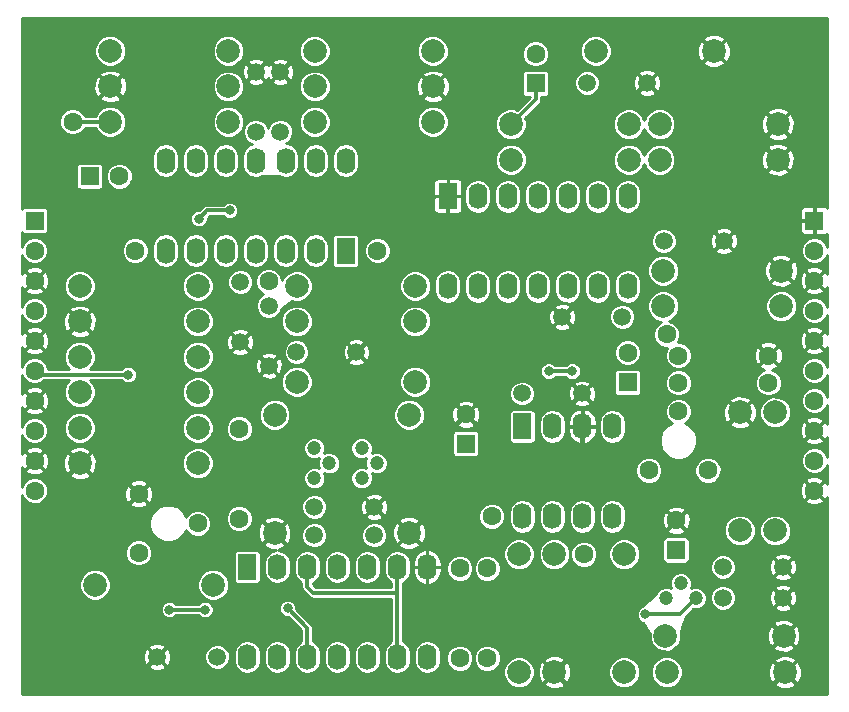
<source format=gtl>
G04 #@! TF.FileFunction,Copper,L1,Top,Signal*
%FSLAX46Y46*%
G04 Gerber Fmt 4.6, Leading zero omitted, Abs format (unit mm)*
G04 Created by KiCad (PCBNEW (2016-08-20 BZR 7083)-product) date Sat Sep 29 15:02:56 2018*
%MOMM*%
%LPD*%
G01*
G04 APERTURE LIST*
%ADD10C,0.100000*%
%ADD11C,1.500000*%
%ADD12R,1.600000X1.600000*%
%ADD13C,1.600000*%
%ADD14R,1.600000X2.200000*%
%ADD15O,1.600000X2.200000*%
%ADD16C,1.200000*%
%ADD17C,5.000000*%
%ADD18C,2.000000*%
%ADD19C,0.800000*%
%ADD20C,0.300000*%
%ADD21C,0.250000*%
G04 APERTURE END LIST*
D10*
D11*
X18900000Y35240000D03*
X18900000Y30160000D03*
X20200000Y53040000D03*
X20200000Y47960000D03*
X16940000Y3500000D03*
X11860000Y3500000D03*
D12*
X55800000Y12550000D03*
D13*
X55800000Y15050000D03*
D14*
X27820000Y37890000D03*
D15*
X25280000Y37890000D03*
X22740000Y37890000D03*
X20200000Y37890000D03*
X17660000Y37890000D03*
X15120000Y37890000D03*
X12580000Y37890000D03*
X12580000Y45510000D03*
X15120000Y45510000D03*
X17660000Y45510000D03*
X20200000Y45510000D03*
X22740000Y45510000D03*
X25280000Y45510000D03*
X27820000Y45510000D03*
D14*
X19480000Y11110000D03*
D15*
X22020000Y11110000D03*
X24560000Y11110000D03*
X27100000Y11110000D03*
X29640000Y11110000D03*
X32180000Y11110000D03*
X34720000Y11110000D03*
X34720000Y3490000D03*
X32180000Y3490000D03*
X29640000Y3490000D03*
X27100000Y3490000D03*
X24560000Y3490000D03*
X22020000Y3490000D03*
X19480000Y3490000D03*
D16*
X56200000Y9735000D03*
X54930000Y8465000D03*
X57470000Y8465000D03*
D14*
X42790000Y23010000D03*
D15*
X45330000Y23010000D03*
X47870000Y23010000D03*
X50410000Y23010000D03*
X50410000Y15390000D03*
X47870000Y15390000D03*
X45330000Y15390000D03*
X42790000Y15390000D03*
D13*
X15300000Y14800000D03*
X10300000Y12300000D03*
X10300000Y17300000D03*
X56000000Y24300000D03*
X58500000Y19300000D03*
X53500000Y19300000D03*
D16*
X30435000Y19900000D03*
X29165000Y21170000D03*
X29165000Y18630000D03*
X26435000Y19900000D03*
X25165000Y21170000D03*
X25165000Y18630000D03*
D11*
X59760000Y8500000D03*
X64840000Y8500000D03*
D12*
X6150000Y44200000D03*
D13*
X8650000Y44200000D03*
D11*
X59760000Y11100000D03*
X64840000Y11100000D03*
X48260000Y52100000D03*
X53340000Y52100000D03*
X22300000Y53040000D03*
X22300000Y47960000D03*
D12*
X43900000Y52050000D03*
D13*
X43900000Y54550000D03*
D11*
X21300000Y33240000D03*
X21300000Y28160000D03*
X42760000Y25800000D03*
X47840000Y25800000D03*
D12*
X51700000Y26750000D03*
D13*
X51700000Y29250000D03*
D12*
X38000000Y21550000D03*
D13*
X38000000Y24050000D03*
D11*
X51240000Y32300000D03*
X46160000Y32300000D03*
X54760000Y38700000D03*
X59840000Y38700000D03*
X23660000Y29300000D03*
X28740000Y29300000D03*
X30240000Y13800000D03*
X25160000Y13800000D03*
X25160000Y16200000D03*
X30240000Y16200000D03*
D13*
X4700000Y48800000D03*
X10000000Y37900000D03*
X21300000Y35300000D03*
X55000000Y30800000D03*
X40200000Y15400000D03*
X30500000Y37900000D03*
X48000000Y12200000D03*
X56000000Y29000000D03*
X63600000Y29000000D03*
X63600000Y26700000D03*
X56000000Y26700000D03*
X18800000Y22800000D03*
X18800000Y15200000D03*
X37500000Y11000000D03*
X37500000Y3400000D03*
X39800000Y11000000D03*
X39800000Y3400000D03*
X1500000Y17570000D03*
X1500000Y20110000D03*
X1500000Y22650000D03*
X1500000Y25190000D03*
X1500000Y27730000D03*
X1500000Y30270000D03*
X1500000Y32810000D03*
X1500000Y35350000D03*
D12*
X1500000Y40430000D03*
D13*
X1500000Y37890000D03*
X67500000Y17570000D03*
X67500000Y20110000D03*
X67500000Y22650000D03*
X67500000Y25190000D03*
X67500000Y27730000D03*
X67500000Y30270000D03*
X67500000Y32810000D03*
X67500000Y35350000D03*
D12*
X67500000Y40430000D03*
D13*
X67500000Y37890000D03*
D17*
X40500000Y30000000D03*
D18*
X65000000Y2200000D03*
X55000000Y2200000D03*
X64900000Y5300000D03*
X54900000Y5300000D03*
X5300000Y31900000D03*
X15300000Y31900000D03*
X15300000Y25900000D03*
X5300000Y25900000D03*
X15300000Y28900000D03*
X5300000Y28900000D03*
X7900000Y54800000D03*
X17900000Y54800000D03*
X51400000Y2200000D03*
X51400000Y12200000D03*
X15300000Y34900000D03*
X5300000Y34900000D03*
X17900000Y48800000D03*
X7900000Y48800000D03*
X7900000Y51800000D03*
X17900000Y51800000D03*
X51800000Y48600000D03*
X41800000Y48600000D03*
X64400000Y48600000D03*
X54400000Y48600000D03*
X51800000Y45600000D03*
X41800000Y45600000D03*
X64400000Y45600000D03*
X54400000Y45600000D03*
X35200000Y51800000D03*
X25200000Y51800000D03*
X35200000Y54800000D03*
X25200000Y54800000D03*
X59000000Y54800000D03*
X49000000Y54800000D03*
X25200000Y48800000D03*
X35200000Y48800000D03*
X61200000Y24200000D03*
X61200000Y14200000D03*
X5300000Y22900000D03*
X15300000Y22900000D03*
X23700000Y34900000D03*
X33700000Y34900000D03*
X64200000Y14200000D03*
X64200000Y24200000D03*
X45500000Y2200000D03*
X45500000Y12200000D03*
X6600000Y9600000D03*
X16600000Y9600000D03*
X5300000Y19900000D03*
X15300000Y19900000D03*
X33700000Y31900000D03*
X23700000Y31900000D03*
X42500000Y12200000D03*
X42500000Y2200000D03*
X64700000Y36200000D03*
X54700000Y36200000D03*
X54700000Y33200000D03*
X64700000Y33200000D03*
X33200000Y14000000D03*
X33200000Y24000000D03*
X23700000Y26800000D03*
X33700000Y26800000D03*
X21800000Y14000000D03*
X21800000Y24000000D03*
D14*
X36480000Y42510000D03*
D15*
X39020000Y42510000D03*
X41560000Y42510000D03*
X44100000Y42510000D03*
X46640000Y42510000D03*
X49180000Y42510000D03*
X51720000Y42510000D03*
X51720000Y34890000D03*
X49180000Y34890000D03*
X46640000Y34890000D03*
X44100000Y34890000D03*
X41560000Y34890000D03*
X39020000Y34890000D03*
X36480000Y34890000D03*
D19*
X53200000Y7100000D03*
X67500000Y56500000D03*
X47400000Y6900000D03*
X53300000Y8600000D03*
X39700000Y7700000D03*
X44700000Y7700000D03*
X49300000Y17300000D03*
X50300000Y20200000D03*
X44700000Y26000000D03*
X49600000Y49000000D03*
X43800000Y44900000D03*
X43800000Y49000000D03*
X53100000Y47100000D03*
X56000000Y37700000D03*
X55900000Y34700000D03*
X42800000Y36300000D03*
X50500000Y36300000D03*
X53200000Y39000000D03*
X36700000Y37300000D03*
X50600000Y40700000D03*
X49400000Y38300000D03*
X42700000Y40500000D03*
X38900000Y37900000D03*
X42700000Y19800000D03*
X36700000Y31700000D03*
X49900000Y28500000D03*
X47500000Y28900000D03*
X58300000Y17600000D03*
X53500000Y21200000D03*
X54100000Y25600000D03*
X54200000Y27900000D03*
X53500000Y29900000D03*
X56900000Y30900000D03*
X53400000Y43700000D03*
X60300000Y49000000D03*
X39800000Y49000000D03*
X21000000Y42500000D03*
X19000000Y39900000D03*
X28500000Y42300000D03*
X34200000Y47000000D03*
X31900000Y22100000D03*
X39400000Y19600000D03*
X39000000Y13300000D03*
X10300000Y10400000D03*
X13600000Y10100000D03*
X16500000Y13500000D03*
X14200000Y13000000D03*
X18100000Y4900000D03*
X15900000Y5700000D03*
X21500000Y7800000D03*
X27900000Y7800000D03*
X24400000Y7800000D03*
X26600000Y47700000D03*
X27200000Y54100000D03*
X16400000Y53200000D03*
X29400000Y36100000D03*
X35700000Y45200000D03*
X31700000Y33800000D03*
X26400000Y35400000D03*
X23500000Y22600000D03*
X17000000Y21500000D03*
X23800000Y19900000D03*
X11000000Y33900000D03*
X13700000Y33400000D03*
X9400000Y26100000D03*
X11900000Y22000000D03*
X1300000Y15800000D03*
X3200000Y7500000D03*
X2000000Y1500000D03*
X38600000Y4700000D03*
X36200000Y2300000D03*
X30900000Y2300000D03*
X26000000Y1300000D03*
X18100000Y1300000D03*
X40200000Y1200000D03*
X54700000Y11000000D03*
X53400000Y3900000D03*
X57400000Y1600000D03*
X58100000Y6600000D03*
X58300000Y9800000D03*
X65700000Y25600000D03*
X65100000Y19100000D03*
X63100000Y18800000D03*
X61300000Y31900000D03*
X67500000Y50200000D03*
X46800000Y53600000D03*
X38500000Y53900000D03*
X16500000Y43900000D03*
X7600000Y46500000D03*
X10900000Y47600000D03*
X1800000Y56600000D03*
X5200000Y50800000D03*
X1600000Y42500000D03*
X14000000Y41100000D03*
X11300000Y39300000D03*
X11000000Y36200000D03*
X3300000Y37500000D03*
X4600000Y42100000D03*
X5000000Y46900000D03*
X47200000Y56600000D03*
X37100000Y56000000D03*
X32900000Y54400000D03*
X28200000Y56700000D03*
X20200000Y56500000D03*
X15900000Y56500000D03*
X13800000Y47600000D03*
X45000000Y27700000D03*
X47000000Y27700000D03*
X15900000Y7500000D03*
X12900000Y7500000D03*
X9400000Y27400000D03*
X15400000Y40600000D03*
X18000000Y41300000D03*
X22900000Y7600000D03*
D20*
X56105000Y7100000D02*
X57470000Y8465000D01*
X53200000Y7100000D02*
X56105000Y7100000D01*
X47400000Y6900000D02*
X46600000Y7700000D01*
X46600000Y7700000D02*
X44700000Y7700000D01*
X47840000Y25800000D02*
X46940000Y24900000D01*
X45800000Y24900000D02*
X44700000Y26000000D01*
X46940000Y24900000D02*
X45800000Y24900000D01*
X43800000Y49000000D02*
X43800000Y44900000D01*
X51940000Y50700000D02*
X51300000Y50700000D01*
X51300000Y50700000D02*
X49600000Y49000000D01*
X51940000Y50700000D02*
X53340000Y52100000D01*
X59840000Y38700000D02*
X58840000Y37700000D01*
X58840000Y37700000D02*
X56000000Y37700000D01*
X59840000Y38700000D02*
X55900000Y34760000D01*
X55900000Y34760000D02*
X55900000Y34700000D01*
X49400000Y38300000D02*
X52500000Y38300000D01*
X43000000Y36500000D02*
X42800000Y36300000D01*
X50300000Y36500000D02*
X43000000Y36500000D01*
X50500000Y36300000D02*
X50300000Y36500000D01*
X52500000Y38300000D02*
X53200000Y39000000D01*
X36700000Y37300000D02*
X38300000Y37300000D01*
X36480000Y37520000D02*
X36700000Y37300000D01*
X36480000Y42510000D02*
X36480000Y37520000D01*
X44900000Y38300000D02*
X49400000Y38300000D01*
X42700000Y40500000D02*
X44900000Y38300000D01*
X38300000Y37300000D02*
X38900000Y37900000D01*
X49300000Y17300000D02*
X45200000Y17300000D01*
X45200000Y17300000D02*
X42700000Y19800000D01*
X49900000Y28500000D02*
X49900000Y29700000D01*
X47900000Y28500000D02*
X49900000Y28500000D01*
X46160000Y32300000D02*
X47500000Y30960000D01*
X47500000Y30960000D02*
X47500000Y28900000D01*
X47500000Y28900000D02*
X47900000Y28500000D01*
X57300000Y17600000D02*
X58300000Y17600000D01*
X53700000Y21200000D02*
X57300000Y17600000D01*
X53500000Y21200000D02*
X53700000Y21200000D01*
X54100000Y27800000D02*
X54100000Y25600000D01*
X54200000Y27900000D02*
X54100000Y27800000D01*
X52400000Y31000000D02*
X53500000Y29900000D01*
X51200000Y31000000D02*
X52400000Y31000000D01*
X49900000Y29700000D02*
X51200000Y31000000D01*
X59840000Y38700000D02*
X57900000Y36760000D01*
X57900000Y31900000D02*
X56900000Y30900000D01*
X57900000Y36760000D02*
X57900000Y31900000D01*
X53340000Y52100000D02*
X56440000Y49000000D01*
X56440000Y49000000D02*
X60300000Y49000000D01*
X16500000Y43900000D02*
X17900000Y42500000D01*
X19000000Y40500000D02*
X21000000Y42500000D01*
X35700000Y45500000D02*
X35700000Y45200000D01*
X19800000Y40700000D02*
X19000000Y39900000D01*
X26900000Y40700000D02*
X19800000Y40700000D01*
X28500000Y42300000D02*
X26900000Y40700000D01*
X35700000Y45500000D02*
X34200000Y47000000D01*
X19000000Y39900000D02*
X19000000Y40500000D01*
X17900000Y42500000D02*
X21000000Y42500000D01*
X38500000Y18700000D02*
X39400000Y19600000D01*
X38500000Y13800000D02*
X38500000Y18700000D01*
X39000000Y13300000D02*
X38500000Y13800000D01*
X10300000Y10400000D02*
X10600000Y10100000D01*
X10600000Y10100000D02*
X13600000Y10100000D01*
X16500000Y13500000D02*
X16000000Y13000000D01*
X20600000Y12800000D02*
X17200000Y12800000D01*
X17200000Y12800000D02*
X16500000Y13500000D01*
X21800000Y14000000D02*
X20600000Y12800000D01*
X16000000Y13000000D02*
X14200000Y13000000D01*
X18100000Y4900000D02*
X18600000Y4900000D01*
X16700000Y4900000D02*
X18100000Y4900000D01*
X11860000Y3500000D02*
X14060000Y5700000D01*
X14060000Y5700000D02*
X15900000Y5700000D01*
X15900000Y5700000D02*
X16700000Y4900000D01*
X18600000Y4900000D02*
X21500000Y7800000D01*
X21800000Y14000000D02*
X23300000Y12500000D01*
X23300000Y8900000D02*
X24400000Y7800000D01*
X23300000Y12500000D02*
X23300000Y8900000D01*
X27200000Y48300000D02*
X26600000Y47700000D01*
X27200000Y54100000D02*
X27200000Y48300000D01*
X13800000Y47600000D02*
X13800000Y50600000D01*
X13800000Y50600000D02*
X16400000Y53200000D01*
X28740000Y29300000D02*
X31700000Y32260000D01*
X31700000Y32260000D02*
X31700000Y33800000D01*
X23800000Y19900000D02*
X23500000Y20200000D01*
X23500000Y20200000D02*
X23500000Y22600000D01*
X18600000Y19900000D02*
X17000000Y21500000D01*
X23800000Y19900000D02*
X18600000Y19900000D01*
X13200000Y33900000D02*
X11000000Y33900000D01*
X13700000Y33400000D02*
X13200000Y33900000D01*
X11900000Y23600000D02*
X9400000Y26100000D01*
X11900000Y22000000D02*
X11900000Y23600000D01*
X11860000Y3500000D02*
X9860000Y1500000D01*
X3200000Y13900000D02*
X1300000Y15800000D01*
X3200000Y7500000D02*
X3200000Y13900000D01*
X9860000Y1500000D02*
X2000000Y1500000D01*
X36200000Y2300000D02*
X37300000Y1200000D01*
X31700000Y1500000D02*
X35400000Y1500000D01*
X35400000Y1500000D02*
X36200000Y2300000D01*
X11860000Y3500000D02*
X14060000Y1300000D01*
X29900000Y1300000D02*
X30900000Y2300000D01*
X26000000Y1300000D02*
X29900000Y1300000D01*
X14060000Y1300000D02*
X18100000Y1300000D01*
X30900000Y2300000D02*
X31700000Y1500000D01*
X37300000Y1200000D02*
X40200000Y1200000D01*
X47870000Y23010000D02*
X47870000Y18730000D01*
X47870000Y18730000D02*
X49300000Y17300000D01*
X53300000Y8600000D02*
X53300000Y9600000D01*
X51900000Y8600000D02*
X53300000Y8600000D01*
X45500000Y2200000D02*
X51900000Y8600000D01*
X53300000Y9600000D02*
X54700000Y11000000D01*
X45500000Y2200000D02*
X47200000Y3900000D01*
X47200000Y3900000D02*
X53400000Y3900000D01*
X64900000Y5300000D02*
X63600000Y6600000D01*
X63600000Y6600000D02*
X58100000Y6600000D01*
X67500000Y22650000D02*
X65100000Y20250000D01*
X65100000Y20250000D02*
X65100000Y19100000D01*
X37100000Y56000000D02*
X37100000Y55300000D01*
X37100000Y55300000D02*
X38500000Y53900000D01*
X10900000Y47600000D02*
X13800000Y47600000D01*
X14000000Y41400000D02*
X16500000Y43900000D01*
X7600000Y46500000D02*
X8700000Y47600000D01*
X8700000Y47600000D02*
X10900000Y47600000D01*
X1600000Y42500000D02*
X1600000Y43500000D01*
X3100000Y56600000D02*
X1800000Y56600000D01*
X5200000Y50800000D02*
X3000000Y50800000D01*
X3000000Y50800000D02*
X1600000Y49400000D01*
X1600000Y49400000D02*
X1600000Y42500000D01*
X7900000Y51800000D02*
X3100000Y56600000D01*
X11300000Y36500000D02*
X11300000Y39300000D01*
X11000000Y36200000D02*
X11300000Y36500000D01*
X4600000Y38800000D02*
X3300000Y37500000D01*
X4600000Y42100000D02*
X4600000Y38800000D01*
X1600000Y43500000D02*
X5000000Y46900000D01*
X14000000Y41100000D02*
X14000000Y41400000D01*
X46600000Y56000000D02*
X47200000Y56600000D01*
X37100000Y56000000D02*
X46600000Y56000000D01*
X30500000Y54400000D02*
X32900000Y54400000D01*
X28200000Y56700000D02*
X30500000Y54400000D01*
X15900000Y56500000D02*
X20200000Y56500000D01*
X45000000Y27700000D02*
X47000000Y27700000D01*
X12900000Y7500000D02*
X15900000Y7500000D01*
X1500000Y27730000D02*
X1830000Y27400000D01*
X1830000Y27400000D02*
X9400000Y27400000D01*
X15400000Y40600000D02*
X16100000Y41300000D01*
X16100000Y41300000D02*
X18000000Y41300000D01*
X43900000Y52050000D02*
X43900000Y50700000D01*
X43900000Y50700000D02*
X41800000Y48600000D01*
X24560000Y3490000D02*
X24560000Y5940000D01*
X24560000Y5940000D02*
X22900000Y7600000D01*
X24560000Y3490000D02*
X24600000Y3530000D01*
X24560000Y11110000D02*
X24560000Y9440000D01*
X25100000Y8900000D02*
X32180000Y8900000D01*
X24560000Y9440000D02*
X25100000Y8900000D01*
X32180000Y3490000D02*
X32180000Y8900000D01*
X32180000Y8900000D02*
X32180000Y11110000D01*
X7900000Y48800000D02*
X4700000Y48800000D01*
D21*
G36*
X68605000Y41526041D02*
X68540743Y41590298D01*
X68384538Y41655000D01*
X67631250Y41655000D01*
X67525000Y41548750D01*
X67525000Y40455000D01*
X67545000Y40455000D01*
X67545000Y40405000D01*
X67525000Y40405000D01*
X67525000Y39311250D01*
X67631250Y39205000D01*
X68384538Y39205000D01*
X68540743Y39269702D01*
X68605000Y39333959D01*
X68605000Y38214042D01*
X68471250Y38537743D01*
X68149437Y38860118D01*
X67728754Y39034801D01*
X67273245Y39035198D01*
X66852257Y38861250D01*
X66529882Y38539437D01*
X66355199Y38118754D01*
X66354802Y37663245D01*
X66528750Y37242257D01*
X66850563Y36919882D01*
X67271246Y36745199D01*
X67726755Y36744802D01*
X68147743Y36918750D01*
X68470118Y37240563D01*
X68605000Y37565395D01*
X68605000Y35887684D01*
X68551671Y36023785D01*
X68524954Y36063771D01*
X68325530Y36140175D01*
X67535355Y35350000D01*
X68325530Y34559825D01*
X68524954Y34636229D01*
X68605000Y34819421D01*
X68605000Y33134042D01*
X68471250Y33457743D01*
X68149437Y33780118D01*
X67728754Y33954801D01*
X67273245Y33955198D01*
X66852257Y33781250D01*
X66529882Y33459437D01*
X66355199Y33038754D01*
X66354802Y32583245D01*
X66528750Y32162257D01*
X66850563Y31839882D01*
X67271246Y31665199D01*
X67726755Y31664802D01*
X68147743Y31838750D01*
X68470118Y32160563D01*
X68605000Y32485395D01*
X68605000Y30807684D01*
X68551671Y30943785D01*
X68524954Y30983771D01*
X68325530Y31060175D01*
X67535355Y30270000D01*
X68325530Y29479825D01*
X68524954Y29556229D01*
X68605000Y29739421D01*
X68605000Y28054042D01*
X68471250Y28377743D01*
X68149437Y28700118D01*
X67728754Y28874801D01*
X67273245Y28875198D01*
X66852257Y28701250D01*
X66529882Y28379437D01*
X66355199Y27958754D01*
X66354802Y27503245D01*
X66528750Y27082257D01*
X66850563Y26759882D01*
X67271246Y26585199D01*
X67726755Y26584802D01*
X68147743Y26758750D01*
X68470118Y27080563D01*
X68605000Y27405395D01*
X68605000Y25514042D01*
X68471250Y25837743D01*
X68149437Y26160118D01*
X67728754Y26334801D01*
X67273245Y26335198D01*
X66852257Y26161250D01*
X66529882Y25839437D01*
X66355199Y25418754D01*
X66354802Y24963245D01*
X66528750Y24542257D01*
X66850563Y24219882D01*
X67271246Y24045199D01*
X67726755Y24044802D01*
X68147743Y24218750D01*
X68470118Y24540563D01*
X68605000Y24865395D01*
X68605000Y23187684D01*
X68551671Y23323785D01*
X68524954Y23363771D01*
X68325530Y23440175D01*
X67535355Y22650000D01*
X68325530Y21859825D01*
X68524954Y21936229D01*
X68605000Y22119421D01*
X68605000Y20434042D01*
X68471250Y20757743D01*
X68149437Y21080118D01*
X67728754Y21254801D01*
X67273245Y21255198D01*
X66852257Y21081250D01*
X66529882Y20759437D01*
X66355199Y20338754D01*
X66354802Y19883245D01*
X66528750Y19462257D01*
X66850563Y19139882D01*
X67271246Y18965199D01*
X67726755Y18964802D01*
X68147743Y19138750D01*
X68470118Y19460563D01*
X68605000Y19785395D01*
X68605000Y18107684D01*
X68551671Y18243785D01*
X68524954Y18283771D01*
X68325530Y18360175D01*
X67535355Y17570000D01*
X68325530Y16779825D01*
X68524954Y16856229D01*
X68605000Y17039421D01*
X68605000Y395000D01*
X395000Y395000D01*
X395000Y1933637D01*
X41154767Y1933637D01*
X41359100Y1439114D01*
X41737124Y1060429D01*
X42231289Y855234D01*
X42766363Y854767D01*
X43260886Y1059100D01*
X43432334Y1230249D01*
X44565604Y1230249D01*
X44666349Y1010045D01*
X45185183Y781600D01*
X45751945Y769093D01*
X46280351Y974429D01*
X46333651Y1010045D01*
X46434396Y1230249D01*
X45500000Y2164645D01*
X44565604Y1230249D01*
X43432334Y1230249D01*
X43639571Y1437124D01*
X43844766Y1931289D01*
X43844780Y1948055D01*
X44069093Y1948055D01*
X44274429Y1419649D01*
X44310045Y1366349D01*
X44530249Y1265604D01*
X45464645Y2200000D01*
X45535355Y2200000D01*
X46469751Y1265604D01*
X46689955Y1366349D01*
X46918400Y1885183D01*
X46919469Y1933637D01*
X50054767Y1933637D01*
X50259100Y1439114D01*
X50637124Y1060429D01*
X51131289Y855234D01*
X51666363Y854767D01*
X52160886Y1059100D01*
X52539571Y1437124D01*
X52744766Y1931289D01*
X52744768Y1933637D01*
X53654767Y1933637D01*
X53859100Y1439114D01*
X54237124Y1060429D01*
X54731289Y855234D01*
X55266363Y854767D01*
X55760886Y1059100D01*
X55932334Y1230249D01*
X64065604Y1230249D01*
X64166349Y1010045D01*
X64685183Y781600D01*
X65251945Y769093D01*
X65780351Y974429D01*
X65833651Y1010045D01*
X65934396Y1230249D01*
X65000000Y2164645D01*
X64065604Y1230249D01*
X55932334Y1230249D01*
X56139571Y1437124D01*
X56344766Y1931289D01*
X56344780Y1948055D01*
X63569093Y1948055D01*
X63774429Y1419649D01*
X63810045Y1366349D01*
X64030249Y1265604D01*
X64964645Y2200000D01*
X65035355Y2200000D01*
X65969751Y1265604D01*
X66189955Y1366349D01*
X66418400Y1885183D01*
X66430907Y2451945D01*
X66225571Y2980351D01*
X66189955Y3033651D01*
X65969751Y3134396D01*
X65035355Y2200000D01*
X64964645Y2200000D01*
X64030249Y3134396D01*
X63810045Y3033651D01*
X63581600Y2514817D01*
X63569093Y1948055D01*
X56344780Y1948055D01*
X56345233Y2466363D01*
X56140900Y2960886D01*
X55932400Y3169751D01*
X64065604Y3169751D01*
X65000000Y2235355D01*
X65934396Y3169751D01*
X65833651Y3389955D01*
X65314817Y3618400D01*
X64748055Y3630907D01*
X64219649Y3425571D01*
X64166349Y3389955D01*
X64065604Y3169751D01*
X55932400Y3169751D01*
X55762876Y3339571D01*
X55268711Y3544766D01*
X54733637Y3545233D01*
X54239114Y3340900D01*
X53860429Y2962876D01*
X53655234Y2468711D01*
X53654767Y1933637D01*
X52744768Y1933637D01*
X52745233Y2466363D01*
X52540900Y2960886D01*
X52162876Y3339571D01*
X51668711Y3544766D01*
X51133637Y3545233D01*
X50639114Y3340900D01*
X50260429Y2962876D01*
X50055234Y2468711D01*
X50054767Y1933637D01*
X46919469Y1933637D01*
X46930907Y2451945D01*
X46725571Y2980351D01*
X46689955Y3033651D01*
X46469751Y3134396D01*
X45535355Y2200000D01*
X45464645Y2200000D01*
X44530249Y3134396D01*
X44310045Y3033651D01*
X44081600Y2514817D01*
X44069093Y1948055D01*
X43844780Y1948055D01*
X43845233Y2466363D01*
X43640900Y2960886D01*
X43432400Y3169751D01*
X44565604Y3169751D01*
X45500000Y2235355D01*
X46434396Y3169751D01*
X46333651Y3389955D01*
X45814817Y3618400D01*
X45248055Y3630907D01*
X44719649Y3425571D01*
X44666349Y3389955D01*
X44565604Y3169751D01*
X43432400Y3169751D01*
X43262876Y3339571D01*
X42768711Y3544766D01*
X42233637Y3545233D01*
X41739114Y3340900D01*
X41360429Y2962876D01*
X41155234Y2468711D01*
X41154767Y1933637D01*
X395000Y1933637D01*
X395000Y2710527D01*
X11105882Y2710527D01*
X11176200Y2516298D01*
X11604698Y2329499D01*
X12072063Y2320898D01*
X12507143Y2491805D01*
X12543800Y2516298D01*
X12614118Y2710527D01*
X11860000Y3464645D01*
X11105882Y2710527D01*
X395000Y2710527D01*
X395000Y3287937D01*
X10680898Y3287937D01*
X10851805Y2852857D01*
X10876298Y2816200D01*
X11070527Y2745882D01*
X11824645Y3500000D01*
X11895355Y3500000D01*
X12649473Y2745882D01*
X12843702Y2816200D01*
X13030501Y3244698D01*
X13031208Y3283147D01*
X15844811Y3283147D01*
X16011163Y2880543D01*
X16318923Y2572246D01*
X16721236Y2405191D01*
X17156853Y2404811D01*
X17559457Y2571163D01*
X17867754Y2878923D01*
X18034809Y3281236D01*
X18035189Y3716853D01*
X17993269Y3818309D01*
X18335000Y3818309D01*
X18335000Y3161691D01*
X18422158Y2723518D01*
X18670363Y2352054D01*
X19041827Y2103849D01*
X19480000Y2016691D01*
X19918173Y2103849D01*
X20289637Y2352054D01*
X20537842Y2723518D01*
X20625000Y3161691D01*
X20625000Y3818309D01*
X20875000Y3818309D01*
X20875000Y3161691D01*
X20962158Y2723518D01*
X21210363Y2352054D01*
X21581827Y2103849D01*
X22020000Y2016691D01*
X22458173Y2103849D01*
X22829637Y2352054D01*
X23077842Y2723518D01*
X23165000Y3161691D01*
X23165000Y3818309D01*
X23077842Y4256482D01*
X22829637Y4627946D01*
X22458173Y4876151D01*
X22020000Y4963309D01*
X21581827Y4876151D01*
X21210363Y4627946D01*
X20962158Y4256482D01*
X20875000Y3818309D01*
X20625000Y3818309D01*
X20537842Y4256482D01*
X20289637Y4627946D01*
X19918173Y4876151D01*
X19480000Y4963309D01*
X19041827Y4876151D01*
X18670363Y4627946D01*
X18422158Y4256482D01*
X18335000Y3818309D01*
X17993269Y3818309D01*
X17868837Y4119457D01*
X17561077Y4427754D01*
X17158764Y4594809D01*
X16723147Y4595189D01*
X16320543Y4428837D01*
X16012246Y4121077D01*
X15845191Y3718764D01*
X15844811Y3283147D01*
X13031208Y3283147D01*
X13039102Y3712063D01*
X12868195Y4147143D01*
X12843702Y4183800D01*
X12649473Y4254118D01*
X11895355Y3500000D01*
X11824645Y3500000D01*
X11070527Y4254118D01*
X10876298Y4183800D01*
X10689499Y3755302D01*
X10680898Y3287937D01*
X395000Y3287937D01*
X395000Y4289473D01*
X11105882Y4289473D01*
X11860000Y3535355D01*
X12614118Y4289473D01*
X12543800Y4483702D01*
X12115302Y4670501D01*
X11647937Y4679102D01*
X11212857Y4508195D01*
X11176200Y4483702D01*
X11105882Y4289473D01*
X395000Y4289473D01*
X395000Y7352461D01*
X12154871Y7352461D01*
X12268052Y7078543D01*
X12477441Y6868788D01*
X12751160Y6755130D01*
X13047539Y6754871D01*
X13321457Y6868052D01*
X13458644Y7005000D01*
X15341467Y7005000D01*
X15477441Y6868788D01*
X15751160Y6755130D01*
X16047539Y6754871D01*
X16321457Y6868052D01*
X16531212Y7077441D01*
X16644870Y7351160D01*
X16644958Y7452461D01*
X22154871Y7452461D01*
X22268052Y7178543D01*
X22477441Y6968788D01*
X22751160Y6855130D01*
X22945003Y6854961D01*
X24065000Y5734964D01*
X24065000Y4838180D01*
X23750363Y4627946D01*
X23502158Y4256482D01*
X23415000Y3818309D01*
X23415000Y3161691D01*
X23502158Y2723518D01*
X23750363Y2352054D01*
X24121827Y2103849D01*
X24560000Y2016691D01*
X24998173Y2103849D01*
X25369637Y2352054D01*
X25617842Y2723518D01*
X25705000Y3161691D01*
X25705000Y3818309D01*
X25955000Y3818309D01*
X25955000Y3161691D01*
X26042158Y2723518D01*
X26290363Y2352054D01*
X26661827Y2103849D01*
X27100000Y2016691D01*
X27538173Y2103849D01*
X27909637Y2352054D01*
X28157842Y2723518D01*
X28245000Y3161691D01*
X28245000Y3818309D01*
X28495000Y3818309D01*
X28495000Y3161691D01*
X28582158Y2723518D01*
X28830363Y2352054D01*
X29201827Y2103849D01*
X29640000Y2016691D01*
X30078173Y2103849D01*
X30449637Y2352054D01*
X30697842Y2723518D01*
X30785000Y3161691D01*
X30785000Y3818309D01*
X30697842Y4256482D01*
X30449637Y4627946D01*
X30078173Y4876151D01*
X29640000Y4963309D01*
X29201827Y4876151D01*
X28830363Y4627946D01*
X28582158Y4256482D01*
X28495000Y3818309D01*
X28245000Y3818309D01*
X28157842Y4256482D01*
X27909637Y4627946D01*
X27538173Y4876151D01*
X27100000Y4963309D01*
X26661827Y4876151D01*
X26290363Y4627946D01*
X26042158Y4256482D01*
X25955000Y3818309D01*
X25705000Y3818309D01*
X25617842Y4256482D01*
X25369637Y4627946D01*
X25055000Y4838180D01*
X25055000Y5939995D01*
X25055001Y5940000D01*
X25017320Y6129428D01*
X24910018Y6290018D01*
X23644961Y7555075D01*
X23645129Y7747539D01*
X23531948Y8021457D01*
X23322559Y8231212D01*
X23048840Y8344870D01*
X22752461Y8345129D01*
X22478543Y8231948D01*
X22268788Y8022559D01*
X22155130Y7748840D01*
X22154871Y7452461D01*
X16644958Y7452461D01*
X16645129Y7647539D01*
X16531948Y7921457D01*
X16322559Y8131212D01*
X16048840Y8244870D01*
X15752461Y8245129D01*
X15478543Y8131948D01*
X15341356Y7995000D01*
X13458533Y7995000D01*
X13322559Y8131212D01*
X13048840Y8244870D01*
X12752461Y8245129D01*
X12478543Y8131948D01*
X12268788Y7922559D01*
X12155130Y7648840D01*
X12154871Y7352461D01*
X395000Y7352461D01*
X395000Y9333637D01*
X5254767Y9333637D01*
X5459100Y8839114D01*
X5837124Y8460429D01*
X6331289Y8255234D01*
X6866363Y8254767D01*
X7360886Y8459100D01*
X7739571Y8837124D01*
X7944766Y9331289D01*
X7944768Y9333637D01*
X15254767Y9333637D01*
X15459100Y8839114D01*
X15837124Y8460429D01*
X16331289Y8255234D01*
X16866363Y8254767D01*
X17360886Y8459100D01*
X17739571Y8837124D01*
X17944766Y9331289D01*
X17945233Y9866363D01*
X17740900Y10360886D01*
X17362876Y10739571D01*
X16868711Y10944766D01*
X16333637Y10945233D01*
X15839114Y10740900D01*
X15460429Y10362876D01*
X15255234Y9868711D01*
X15254767Y9333637D01*
X7944768Y9333637D01*
X7945233Y9866363D01*
X7740900Y10360886D01*
X7362876Y10739571D01*
X6868711Y10944766D01*
X6333637Y10945233D01*
X5839114Y10740900D01*
X5460429Y10362876D01*
X5255234Y9868711D01*
X5254767Y9333637D01*
X395000Y9333637D01*
X395000Y12073245D01*
X9154802Y12073245D01*
X9328750Y11652257D01*
X9650563Y11329882D01*
X10071246Y11155199D01*
X10526755Y11154802D01*
X10947743Y11328750D01*
X11270118Y11650563D01*
X11444801Y12071246D01*
X11444921Y12210000D01*
X18328242Y12210000D01*
X18328242Y10010000D01*
X18355018Y9875388D01*
X18431270Y9761270D01*
X18545388Y9685018D01*
X18680000Y9658242D01*
X20280000Y9658242D01*
X20414612Y9685018D01*
X20528730Y9761270D01*
X20604982Y9875388D01*
X20631758Y10010000D01*
X20631758Y12210000D01*
X20604982Y12344612D01*
X20528730Y12458730D01*
X20414612Y12534982D01*
X20280000Y12561758D01*
X18680000Y12561758D01*
X18545388Y12534982D01*
X18431270Y12458730D01*
X18355018Y12344612D01*
X18328242Y12210000D01*
X11444921Y12210000D01*
X11445198Y12526755D01*
X11271250Y12947743D01*
X11188888Y13030249D01*
X20865604Y13030249D01*
X20966349Y12810045D01*
X21485183Y12581600D01*
X21958858Y12571147D01*
X21581827Y12496151D01*
X21210363Y12247946D01*
X20962158Y11876482D01*
X20875000Y11438309D01*
X20875000Y10781691D01*
X20962158Y10343518D01*
X21210363Y9972054D01*
X21581827Y9723849D01*
X22020000Y9636691D01*
X22458173Y9723849D01*
X22829637Y9972054D01*
X23077842Y10343518D01*
X23165000Y10781691D01*
X23165000Y11438309D01*
X23415000Y11438309D01*
X23415000Y10781691D01*
X23502158Y10343518D01*
X23750363Y9972054D01*
X24065000Y9761820D01*
X24065000Y9440000D01*
X24102680Y9250572D01*
X24209982Y9089982D01*
X24749982Y8549982D01*
X24910572Y8442680D01*
X25100000Y8405000D01*
X31685000Y8405000D01*
X31685000Y4838180D01*
X31370363Y4627946D01*
X31122158Y4256482D01*
X31035000Y3818309D01*
X31035000Y3161691D01*
X31122158Y2723518D01*
X31370363Y2352054D01*
X31741827Y2103849D01*
X32180000Y2016691D01*
X32618173Y2103849D01*
X32989637Y2352054D01*
X33237842Y2723518D01*
X33325000Y3161691D01*
X33325000Y3818309D01*
X33575000Y3818309D01*
X33575000Y3161691D01*
X33662158Y2723518D01*
X33910363Y2352054D01*
X34281827Y2103849D01*
X34720000Y2016691D01*
X35158173Y2103849D01*
X35529637Y2352054D01*
X35777842Y2723518D01*
X35865000Y3161691D01*
X35865000Y3173245D01*
X36354802Y3173245D01*
X36528750Y2752257D01*
X36850563Y2429882D01*
X37271246Y2255199D01*
X37726755Y2254802D01*
X38147743Y2428750D01*
X38470118Y2750563D01*
X38644801Y3171246D01*
X38644802Y3173245D01*
X38654802Y3173245D01*
X38828750Y2752257D01*
X39150563Y2429882D01*
X39571246Y2255199D01*
X40026755Y2254802D01*
X40447743Y2428750D01*
X40770118Y2750563D01*
X40944801Y3171246D01*
X40945198Y3626755D01*
X40771250Y4047743D01*
X40449437Y4370118D01*
X40028754Y4544801D01*
X39573245Y4545198D01*
X39152257Y4371250D01*
X38829882Y4049437D01*
X38655199Y3628754D01*
X38654802Y3173245D01*
X38644802Y3173245D01*
X38645198Y3626755D01*
X38471250Y4047743D01*
X38149437Y4370118D01*
X37728754Y4544801D01*
X37273245Y4545198D01*
X36852257Y4371250D01*
X36529882Y4049437D01*
X36355199Y3628754D01*
X36354802Y3173245D01*
X35865000Y3173245D01*
X35865000Y3818309D01*
X35777842Y4256482D01*
X35529637Y4627946D01*
X35158173Y4876151D01*
X34720000Y4963309D01*
X34281827Y4876151D01*
X33910363Y4627946D01*
X33662158Y4256482D01*
X33575000Y3818309D01*
X33325000Y3818309D01*
X33237842Y4256482D01*
X32989637Y4627946D01*
X32675000Y4838180D01*
X32675000Y6952461D01*
X52454871Y6952461D01*
X52568052Y6678543D01*
X52777441Y6468788D01*
X53036162Y6361358D01*
X53555149Y5471665D01*
X53554767Y5033637D01*
X53759100Y4539114D01*
X54137124Y4160429D01*
X54631289Y3955234D01*
X55166363Y3954767D01*
X55660886Y4159100D01*
X55832334Y4330249D01*
X63965604Y4330249D01*
X64066349Y4110045D01*
X64585183Y3881600D01*
X65151945Y3869093D01*
X65680351Y4074429D01*
X65733651Y4110045D01*
X65834396Y4330249D01*
X64900000Y5264645D01*
X63965604Y4330249D01*
X55832334Y4330249D01*
X56039571Y4537124D01*
X56244766Y5031289D01*
X56244780Y5048055D01*
X63469093Y5048055D01*
X63674429Y4519649D01*
X63710045Y4466349D01*
X63930249Y4365604D01*
X64864645Y5300000D01*
X64935355Y5300000D01*
X65869751Y4365604D01*
X66089955Y4466349D01*
X66318400Y4985183D01*
X66330907Y5551945D01*
X66125571Y6080351D01*
X66089955Y6133651D01*
X65869751Y6234396D01*
X64935355Y5300000D01*
X64864645Y5300000D01*
X63930249Y6234396D01*
X63710045Y6133651D01*
X63481600Y5614817D01*
X63469093Y5048055D01*
X56244780Y5048055D01*
X56245233Y5566363D01*
X56230546Y5601907D01*
X56421358Y6269751D01*
X63965604Y6269751D01*
X64900000Y5335355D01*
X65834396Y6269751D01*
X65733651Y6489955D01*
X65214817Y6718400D01*
X64648055Y6730907D01*
X64119649Y6525571D01*
X64066349Y6489955D01*
X63965604Y6269751D01*
X56421358Y6269751D01*
X56599988Y6894952D01*
X57241632Y7536596D01*
X57281203Y7520164D01*
X57657148Y7519836D01*
X58004600Y7663401D01*
X58270665Y7929001D01*
X58414836Y8276203D01*
X58414842Y8283147D01*
X58664811Y8283147D01*
X58831163Y7880543D01*
X59138923Y7572246D01*
X59541236Y7405191D01*
X59976853Y7404811D01*
X60379457Y7571163D01*
X60519064Y7710527D01*
X64085882Y7710527D01*
X64156200Y7516298D01*
X64584698Y7329499D01*
X65052063Y7320898D01*
X65487143Y7491805D01*
X65523800Y7516298D01*
X65594118Y7710527D01*
X64840000Y8464645D01*
X64085882Y7710527D01*
X60519064Y7710527D01*
X60687754Y7878923D01*
X60854809Y8281236D01*
X60854814Y8287937D01*
X63660898Y8287937D01*
X63831805Y7852857D01*
X63856298Y7816200D01*
X64050527Y7745882D01*
X64804645Y8500000D01*
X64875355Y8500000D01*
X65629473Y7745882D01*
X65823702Y7816200D01*
X66010501Y8244698D01*
X66019102Y8712063D01*
X65848195Y9147143D01*
X65823702Y9183800D01*
X65629473Y9254118D01*
X64875355Y8500000D01*
X64804645Y8500000D01*
X64050527Y9254118D01*
X63856298Y9183800D01*
X63669499Y8755302D01*
X63660898Y8287937D01*
X60854814Y8287937D01*
X60855189Y8716853D01*
X60688837Y9119457D01*
X60519118Y9289473D01*
X64085882Y9289473D01*
X64840000Y8535355D01*
X65594118Y9289473D01*
X65523800Y9483702D01*
X65095302Y9670501D01*
X64627937Y9679102D01*
X64192857Y9508195D01*
X64156200Y9483702D01*
X64085882Y9289473D01*
X60519118Y9289473D01*
X60381077Y9427754D01*
X59978764Y9594809D01*
X59543147Y9595189D01*
X59140543Y9428837D01*
X58832246Y9121077D01*
X58665191Y8718764D01*
X58664811Y8283147D01*
X58414842Y8283147D01*
X58415164Y8652148D01*
X58271599Y8999600D01*
X58005999Y9265665D01*
X57658797Y9409836D01*
X57282852Y9410164D01*
X57048064Y9313151D01*
X57144836Y9546203D01*
X57145164Y9922148D01*
X57001599Y10269600D01*
X56735999Y10535665D01*
X56388797Y10679836D01*
X56012852Y10680164D01*
X55665400Y10536599D01*
X55399335Y10270999D01*
X55255164Y9923797D01*
X55254836Y9547852D01*
X55351849Y9313064D01*
X55118797Y9409836D01*
X54742852Y9410164D01*
X54395400Y9266599D01*
X54129335Y9000999D01*
X54069799Y8857619D01*
X52915215Y7791850D01*
X52911646Y7786945D01*
X52778543Y7731948D01*
X52568788Y7522559D01*
X52455130Y7248840D01*
X52454871Y6952461D01*
X32675000Y6952461D01*
X32675000Y9761820D01*
X32989637Y9972054D01*
X33237842Y10343518D01*
X33325000Y10781691D01*
X33325000Y11085000D01*
X33495000Y11085000D01*
X33495000Y10785000D01*
X33597815Y10318116D01*
X33871472Y9926117D01*
X34274310Y9668681D01*
X34503715Y9604245D01*
X34695000Y9691529D01*
X34695000Y11085000D01*
X34745000Y11085000D01*
X34745000Y9691529D01*
X34936285Y9604245D01*
X35165690Y9668681D01*
X35568528Y9926117D01*
X35842185Y10318116D01*
X35942411Y10773245D01*
X36354802Y10773245D01*
X36528750Y10352257D01*
X36850563Y10029882D01*
X37271246Y9855199D01*
X37726755Y9854802D01*
X38147743Y10028750D01*
X38470118Y10350563D01*
X38644801Y10771246D01*
X38644802Y10773245D01*
X38654802Y10773245D01*
X38828750Y10352257D01*
X39150563Y10029882D01*
X39571246Y9855199D01*
X40026755Y9854802D01*
X40447743Y10028750D01*
X40770118Y10350563D01*
X40944801Y10771246D01*
X40945198Y11226755D01*
X40771250Y11647743D01*
X40485855Y11933637D01*
X41154767Y11933637D01*
X41359100Y11439114D01*
X41737124Y11060429D01*
X42231289Y10855234D01*
X42766363Y10854767D01*
X43260886Y11059100D01*
X43639571Y11437124D01*
X43844766Y11931289D01*
X43844768Y11933637D01*
X44154767Y11933637D01*
X44359100Y11439114D01*
X44737124Y11060429D01*
X45231289Y10855234D01*
X45766363Y10854767D01*
X46260886Y11059100D01*
X46639571Y11437124D01*
X46844766Y11931289D01*
X46844802Y11973245D01*
X46854802Y11973245D01*
X47028750Y11552257D01*
X47350563Y11229882D01*
X47771246Y11055199D01*
X48226755Y11054802D01*
X48647743Y11228750D01*
X48970118Y11550563D01*
X49129184Y11933637D01*
X50054767Y11933637D01*
X50259100Y11439114D01*
X50637124Y11060429D01*
X51131289Y10855234D01*
X51666363Y10854767D01*
X51735047Y10883147D01*
X58664811Y10883147D01*
X58831163Y10480543D01*
X59138923Y10172246D01*
X59541236Y10005191D01*
X59976853Y10004811D01*
X60379457Y10171163D01*
X60519064Y10310527D01*
X64085882Y10310527D01*
X64156200Y10116298D01*
X64584698Y9929499D01*
X65052063Y9920898D01*
X65487143Y10091805D01*
X65523800Y10116298D01*
X65594118Y10310527D01*
X64840000Y11064645D01*
X64085882Y10310527D01*
X60519064Y10310527D01*
X60687754Y10478923D01*
X60854809Y10881236D01*
X60854814Y10887937D01*
X63660898Y10887937D01*
X63831805Y10452857D01*
X63856298Y10416200D01*
X64050527Y10345882D01*
X64804645Y11100000D01*
X64875355Y11100000D01*
X65629473Y10345882D01*
X65823702Y10416200D01*
X66010501Y10844698D01*
X66019102Y11312063D01*
X65848195Y11747143D01*
X65823702Y11783800D01*
X65629473Y11854118D01*
X64875355Y11100000D01*
X64804645Y11100000D01*
X64050527Y11854118D01*
X63856298Y11783800D01*
X63669499Y11355302D01*
X63660898Y10887937D01*
X60854814Y10887937D01*
X60855189Y11316853D01*
X60688837Y11719457D01*
X60519118Y11889473D01*
X64085882Y11889473D01*
X64840000Y11135355D01*
X65594118Y11889473D01*
X65523800Y12083702D01*
X65095302Y12270501D01*
X64627937Y12279102D01*
X64192857Y12108195D01*
X64156200Y12083702D01*
X64085882Y11889473D01*
X60519118Y11889473D01*
X60381077Y12027754D01*
X59978764Y12194809D01*
X59543147Y12195189D01*
X59140543Y12028837D01*
X58832246Y11721077D01*
X58665191Y11318764D01*
X58664811Y10883147D01*
X51735047Y10883147D01*
X52160886Y11059100D01*
X52539571Y11437124D01*
X52744766Y11931289D01*
X52745233Y12466363D01*
X52540900Y12960886D01*
X52162876Y13339571D01*
X52137761Y13350000D01*
X54648242Y13350000D01*
X54648242Y11750000D01*
X54675018Y11615388D01*
X54751270Y11501270D01*
X54865388Y11425018D01*
X55000000Y11398242D01*
X56600000Y11398242D01*
X56734612Y11425018D01*
X56848730Y11501270D01*
X56924982Y11615388D01*
X56951758Y11750000D01*
X56951758Y13350000D01*
X56924982Y13484612D01*
X56848730Y13598730D01*
X56734612Y13674982D01*
X56600000Y13701758D01*
X55000000Y13701758D01*
X54865388Y13674982D01*
X54751270Y13598730D01*
X54675018Y13484612D01*
X54648242Y13350000D01*
X52137761Y13350000D01*
X51668711Y13544766D01*
X51133637Y13545233D01*
X50639114Y13340900D01*
X50260429Y12962876D01*
X50055234Y12468711D01*
X50054767Y11933637D01*
X49129184Y11933637D01*
X49144801Y11971246D01*
X49145198Y12426755D01*
X48971250Y12847743D01*
X48649437Y13170118D01*
X48228754Y13344801D01*
X47773245Y13345198D01*
X47352257Y13171250D01*
X47029882Y12849437D01*
X46855199Y12428754D01*
X46854802Y11973245D01*
X46844802Y11973245D01*
X46845233Y12466363D01*
X46640900Y12960886D01*
X46262876Y13339571D01*
X45768711Y13544766D01*
X45233637Y13545233D01*
X44739114Y13340900D01*
X44360429Y12962876D01*
X44155234Y12468711D01*
X44154767Y11933637D01*
X43844768Y11933637D01*
X43845233Y12466363D01*
X43640900Y12960886D01*
X43262876Y13339571D01*
X42768711Y13544766D01*
X42233637Y13545233D01*
X41739114Y13340900D01*
X41360429Y12962876D01*
X41155234Y12468711D01*
X41154767Y11933637D01*
X40485855Y11933637D01*
X40449437Y11970118D01*
X40028754Y12144801D01*
X39573245Y12145198D01*
X39152257Y11971250D01*
X38829882Y11649437D01*
X38655199Y11228754D01*
X38654802Y10773245D01*
X38644802Y10773245D01*
X38645198Y11226755D01*
X38471250Y11647743D01*
X38149437Y11970118D01*
X37728754Y12144801D01*
X37273245Y12145198D01*
X36852257Y11971250D01*
X36529882Y11649437D01*
X36355199Y11228754D01*
X36354802Y10773245D01*
X35942411Y10773245D01*
X35945000Y10785000D01*
X35945000Y11085000D01*
X34745000Y11085000D01*
X34695000Y11085000D01*
X33495000Y11085000D01*
X33325000Y11085000D01*
X33325000Y11435000D01*
X33495000Y11435000D01*
X33495000Y11135000D01*
X34695000Y11135000D01*
X34695000Y12528471D01*
X34745000Y12528471D01*
X34745000Y11135000D01*
X35945000Y11135000D01*
X35945000Y11435000D01*
X35842185Y11901884D01*
X35568528Y12293883D01*
X35165690Y12551319D01*
X34936285Y12615755D01*
X34745000Y12528471D01*
X34695000Y12528471D01*
X34503715Y12615755D01*
X34274310Y12551319D01*
X33871472Y12293883D01*
X33597815Y11901884D01*
X33495000Y11435000D01*
X33325000Y11435000D01*
X33325000Y11438309D01*
X33237842Y11876482D01*
X32989637Y12247946D01*
X32618173Y12496151D01*
X32180000Y12583309D01*
X31741827Y12496151D01*
X31370363Y12247946D01*
X31122158Y11876482D01*
X31035000Y11438309D01*
X31035000Y10781691D01*
X31122158Y10343518D01*
X31370363Y9972054D01*
X31685000Y9761820D01*
X31685000Y9395000D01*
X25305036Y9395000D01*
X25055000Y9645036D01*
X25055000Y9761820D01*
X25369637Y9972054D01*
X25617842Y10343518D01*
X25705000Y10781691D01*
X25705000Y11438309D01*
X25955000Y11438309D01*
X25955000Y10781691D01*
X26042158Y10343518D01*
X26290363Y9972054D01*
X26661827Y9723849D01*
X27100000Y9636691D01*
X27538173Y9723849D01*
X27909637Y9972054D01*
X28157842Y10343518D01*
X28245000Y10781691D01*
X28245000Y11438309D01*
X28495000Y11438309D01*
X28495000Y10781691D01*
X28582158Y10343518D01*
X28830363Y9972054D01*
X29201827Y9723849D01*
X29640000Y9636691D01*
X30078173Y9723849D01*
X30449637Y9972054D01*
X30697842Y10343518D01*
X30785000Y10781691D01*
X30785000Y11438309D01*
X30697842Y11876482D01*
X30449637Y12247946D01*
X30078173Y12496151D01*
X29640000Y12583309D01*
X29201827Y12496151D01*
X28830363Y12247946D01*
X28582158Y11876482D01*
X28495000Y11438309D01*
X28245000Y11438309D01*
X28157842Y11876482D01*
X27909637Y12247946D01*
X27538173Y12496151D01*
X27100000Y12583309D01*
X26661827Y12496151D01*
X26290363Y12247946D01*
X26042158Y11876482D01*
X25955000Y11438309D01*
X25705000Y11438309D01*
X25617842Y11876482D01*
X25369637Y12247946D01*
X24998173Y12496151D01*
X24560000Y12583309D01*
X24121827Y12496151D01*
X23750363Y12247946D01*
X23502158Y11876482D01*
X23415000Y11438309D01*
X23165000Y11438309D01*
X23077842Y11876482D01*
X22829637Y12247946D01*
X22458173Y12496151D01*
X22065327Y12574293D01*
X22580351Y12774429D01*
X22633651Y12810045D01*
X22734396Y13030249D01*
X21800000Y13964645D01*
X20865604Y13030249D01*
X11188888Y13030249D01*
X10949437Y13270118D01*
X10528754Y13444801D01*
X10073245Y13445198D01*
X9652257Y13271250D01*
X9329882Y12949437D01*
X9155199Y12528754D01*
X9154802Y12073245D01*
X395000Y12073245D01*
X395000Y14484127D01*
X11204724Y14484127D01*
X11447036Y13897685D01*
X11895325Y13448613D01*
X12481343Y13205277D01*
X13115873Y13204724D01*
X13702315Y13447036D01*
X14151387Y13895325D01*
X14293500Y14237570D01*
X14328750Y14152257D01*
X14650563Y13829882D01*
X15071246Y13655199D01*
X15526755Y13654802D01*
X15752445Y13748055D01*
X20369093Y13748055D01*
X20574429Y13219649D01*
X20610045Y13166349D01*
X20830249Y13065604D01*
X21764645Y14000000D01*
X21835355Y14000000D01*
X22769751Y13065604D01*
X22989955Y13166349D01*
X23173473Y13583147D01*
X24064811Y13583147D01*
X24231163Y13180543D01*
X24538923Y12872246D01*
X24941236Y12705191D01*
X25376853Y12704811D01*
X25779457Y12871163D01*
X26087754Y13178923D01*
X26254809Y13581236D01*
X26254810Y13583147D01*
X29144811Y13583147D01*
X29311163Y13180543D01*
X29618923Y12872246D01*
X30021236Y12705191D01*
X30456853Y12704811D01*
X30859457Y12871163D01*
X31018820Y13030249D01*
X32265604Y13030249D01*
X32366349Y12810045D01*
X32885183Y12581600D01*
X33451945Y12569093D01*
X33980351Y12774429D01*
X34033651Y12810045D01*
X34134396Y13030249D01*
X33200000Y13964645D01*
X32265604Y13030249D01*
X31018820Y13030249D01*
X31167754Y13178923D01*
X31334809Y13581236D01*
X31334954Y13748055D01*
X31769093Y13748055D01*
X31974429Y13219649D01*
X32010045Y13166349D01*
X32230249Y13065604D01*
X33164645Y14000000D01*
X33235355Y14000000D01*
X34169751Y13065604D01*
X34389955Y13166349D01*
X34618400Y13685183D01*
X34630907Y14251945D01*
X34425571Y14780351D01*
X34389955Y14833651D01*
X34169751Y14934396D01*
X33235355Y14000000D01*
X33164645Y14000000D01*
X32230249Y14934396D01*
X32010045Y14833651D01*
X31781600Y14314817D01*
X31769093Y13748055D01*
X31334954Y13748055D01*
X31335189Y14016853D01*
X31168837Y14419457D01*
X30861077Y14727754D01*
X30458764Y14894809D01*
X30023147Y14895189D01*
X29620543Y14728837D01*
X29312246Y14421077D01*
X29145191Y14018764D01*
X29144811Y13583147D01*
X26254810Y13583147D01*
X26255189Y14016853D01*
X26088837Y14419457D01*
X25781077Y14727754D01*
X25378764Y14894809D01*
X24943147Y14895189D01*
X24540543Y14728837D01*
X24232246Y14421077D01*
X24065191Y14018764D01*
X24064811Y13583147D01*
X23173473Y13583147D01*
X23218400Y13685183D01*
X23230907Y14251945D01*
X23025571Y14780351D01*
X22989955Y14833651D01*
X22769751Y14934396D01*
X21835355Y14000000D01*
X21764645Y14000000D01*
X20830249Y14934396D01*
X20610045Y14833651D01*
X20381600Y14314817D01*
X20369093Y13748055D01*
X15752445Y13748055D01*
X15947743Y13828750D01*
X16270118Y14150563D01*
X16444801Y14571246D01*
X16445151Y14973245D01*
X17654802Y14973245D01*
X17828750Y14552257D01*
X18150563Y14229882D01*
X18571246Y14055199D01*
X19026755Y14054802D01*
X19447743Y14228750D01*
X19770118Y14550563D01*
X19944180Y14969751D01*
X20865604Y14969751D01*
X21800000Y14035355D01*
X22734396Y14969751D01*
X32265604Y14969751D01*
X33200000Y14035355D01*
X34134396Y14969751D01*
X34041296Y15173245D01*
X39054802Y15173245D01*
X39228750Y14752257D01*
X39550563Y14429882D01*
X39971246Y14255199D01*
X40426755Y14254802D01*
X40847743Y14428750D01*
X41170118Y14750563D01*
X41344801Y15171246D01*
X41345198Y15626755D01*
X41307369Y15718309D01*
X41645000Y15718309D01*
X41645000Y15061691D01*
X41732158Y14623518D01*
X41980363Y14252054D01*
X42351827Y14003849D01*
X42790000Y13916691D01*
X43228173Y14003849D01*
X43599637Y14252054D01*
X43847842Y14623518D01*
X43935000Y15061691D01*
X43935000Y15718309D01*
X44185000Y15718309D01*
X44185000Y15061691D01*
X44272158Y14623518D01*
X44520363Y14252054D01*
X44891827Y14003849D01*
X45330000Y13916691D01*
X45768173Y14003849D01*
X46139637Y14252054D01*
X46387842Y14623518D01*
X46475000Y15061691D01*
X46475000Y15718309D01*
X46725000Y15718309D01*
X46725000Y15061691D01*
X46812158Y14623518D01*
X47060363Y14252054D01*
X47431827Y14003849D01*
X47870000Y13916691D01*
X48308173Y14003849D01*
X48679637Y14252054D01*
X48927842Y14623518D01*
X49015000Y15061691D01*
X49015000Y15718309D01*
X49265000Y15718309D01*
X49265000Y15061691D01*
X49352158Y14623518D01*
X49600363Y14252054D01*
X49971827Y14003849D01*
X50410000Y13916691D01*
X50848173Y14003849D01*
X51178354Y14224470D01*
X55009825Y14224470D01*
X55086229Y14025046D01*
X55532795Y13829918D01*
X56020040Y13820536D01*
X56308684Y13933637D01*
X59854767Y13933637D01*
X60059100Y13439114D01*
X60437124Y13060429D01*
X60931289Y12855234D01*
X61466363Y12854767D01*
X61960886Y13059100D01*
X62339571Y13437124D01*
X62544766Y13931289D01*
X62544768Y13933637D01*
X62854767Y13933637D01*
X63059100Y13439114D01*
X63437124Y13060429D01*
X63931289Y12855234D01*
X64466363Y12854767D01*
X64960886Y13059100D01*
X65339571Y13437124D01*
X65544766Y13931289D01*
X65545233Y14466363D01*
X65340900Y14960886D01*
X64962876Y15339571D01*
X64468711Y15544766D01*
X63933637Y15545233D01*
X63439114Y15340900D01*
X63060429Y14962876D01*
X62855234Y14468711D01*
X62854767Y13933637D01*
X62544768Y13933637D01*
X62545233Y14466363D01*
X62340900Y14960886D01*
X61962876Y15339571D01*
X61468711Y15544766D01*
X60933637Y15545233D01*
X60439114Y15340900D01*
X60060429Y14962876D01*
X59855234Y14468711D01*
X59854767Y13933637D01*
X56308684Y13933637D01*
X56473785Y13998329D01*
X56513771Y14025046D01*
X56590175Y14224470D01*
X55800000Y15014645D01*
X55009825Y14224470D01*
X51178354Y14224470D01*
X51219637Y14252054D01*
X51467842Y14623518D01*
X51508905Y14829960D01*
X54570536Y14829960D01*
X54748329Y14376215D01*
X54775046Y14336229D01*
X54974470Y14259825D01*
X55764645Y15050000D01*
X55835355Y15050000D01*
X56625530Y14259825D01*
X56824954Y14336229D01*
X57020082Y14782795D01*
X57029464Y15270040D01*
X56851671Y15723785D01*
X56824954Y15763771D01*
X56625530Y15840175D01*
X55835355Y15050000D01*
X55764645Y15050000D01*
X54974470Y15840175D01*
X54775046Y15763771D01*
X54579918Y15317205D01*
X54570536Y14829960D01*
X51508905Y14829960D01*
X51555000Y15061691D01*
X51555000Y15718309D01*
X51523727Y15875530D01*
X55009825Y15875530D01*
X55800000Y15085355D01*
X56590175Y15875530D01*
X56513771Y16074954D01*
X56067205Y16270082D01*
X55579960Y16279464D01*
X55126215Y16101671D01*
X55086229Y16074954D01*
X55009825Y15875530D01*
X51523727Y15875530D01*
X51467842Y16156482D01*
X51219637Y16527946D01*
X50895587Y16744470D01*
X66709825Y16744470D01*
X66786229Y16545046D01*
X67232795Y16349918D01*
X67720040Y16340536D01*
X68173785Y16518329D01*
X68213771Y16545046D01*
X68290175Y16744470D01*
X67500000Y17534645D01*
X66709825Y16744470D01*
X50895587Y16744470D01*
X50848173Y16776151D01*
X50410000Y16863309D01*
X49971827Y16776151D01*
X49600363Y16527946D01*
X49352158Y16156482D01*
X49265000Y15718309D01*
X49015000Y15718309D01*
X48927842Y16156482D01*
X48679637Y16527946D01*
X48308173Y16776151D01*
X47870000Y16863309D01*
X47431827Y16776151D01*
X47060363Y16527946D01*
X46812158Y16156482D01*
X46725000Y15718309D01*
X46475000Y15718309D01*
X46387842Y16156482D01*
X46139637Y16527946D01*
X45768173Y16776151D01*
X45330000Y16863309D01*
X44891827Y16776151D01*
X44520363Y16527946D01*
X44272158Y16156482D01*
X44185000Y15718309D01*
X43935000Y15718309D01*
X43847842Y16156482D01*
X43599637Y16527946D01*
X43228173Y16776151D01*
X42790000Y16863309D01*
X42351827Y16776151D01*
X41980363Y16527946D01*
X41732158Y16156482D01*
X41645000Y15718309D01*
X41307369Y15718309D01*
X41171250Y16047743D01*
X40849437Y16370118D01*
X40428754Y16544801D01*
X39973245Y16545198D01*
X39552257Y16371250D01*
X39229882Y16049437D01*
X39055199Y15628754D01*
X39054802Y15173245D01*
X34041296Y15173245D01*
X34033651Y15189955D01*
X33514817Y15418400D01*
X32948055Y15430907D01*
X32419649Y15225571D01*
X32366349Y15189955D01*
X32265604Y14969751D01*
X22734396Y14969751D01*
X22633651Y15189955D01*
X22114817Y15418400D01*
X21548055Y15430907D01*
X21019649Y15225571D01*
X20966349Y15189955D01*
X20865604Y14969751D01*
X19944180Y14969751D01*
X19944801Y14971246D01*
X19945198Y15426755D01*
X19771250Y15847743D01*
X19636083Y15983147D01*
X24064811Y15983147D01*
X24231163Y15580543D01*
X24538923Y15272246D01*
X24941236Y15105191D01*
X25376853Y15104811D01*
X25779457Y15271163D01*
X25919064Y15410527D01*
X29485882Y15410527D01*
X29556200Y15216298D01*
X29984698Y15029499D01*
X30452063Y15020898D01*
X30887143Y15191805D01*
X30923800Y15216298D01*
X30994118Y15410527D01*
X30240000Y16164645D01*
X29485882Y15410527D01*
X25919064Y15410527D01*
X26087754Y15578923D01*
X26254809Y15981236D01*
X26254814Y15987937D01*
X29060898Y15987937D01*
X29231805Y15552857D01*
X29256298Y15516200D01*
X29450527Y15445882D01*
X30204645Y16200000D01*
X30275355Y16200000D01*
X31029473Y15445882D01*
X31223702Y15516200D01*
X31410501Y15944698D01*
X31419102Y16412063D01*
X31248195Y16847143D01*
X31223702Y16883800D01*
X31029473Y16954118D01*
X30275355Y16200000D01*
X30204645Y16200000D01*
X29450527Y16954118D01*
X29256298Y16883800D01*
X29069499Y16455302D01*
X29060898Y15987937D01*
X26254814Y15987937D01*
X26255189Y16416853D01*
X26088837Y16819457D01*
X25919118Y16989473D01*
X29485882Y16989473D01*
X30240000Y16235355D01*
X30994118Y16989473D01*
X30923800Y17183702D01*
X30542421Y17349960D01*
X66270536Y17349960D01*
X66448329Y16896215D01*
X66475046Y16856229D01*
X66674470Y16779825D01*
X67464645Y17570000D01*
X66674470Y18360175D01*
X66475046Y18283771D01*
X66279918Y17837205D01*
X66270536Y17349960D01*
X30542421Y17349960D01*
X30495302Y17370501D01*
X30027937Y17379102D01*
X29592857Y17208195D01*
X29556200Y17183702D01*
X29485882Y16989473D01*
X25919118Y16989473D01*
X25781077Y17127754D01*
X25378764Y17294809D01*
X24943147Y17295189D01*
X24540543Y17128837D01*
X24232246Y16821077D01*
X24065191Y16418764D01*
X24064811Y15983147D01*
X19636083Y15983147D01*
X19449437Y16170118D01*
X19028754Y16344801D01*
X18573245Y16345198D01*
X18152257Y16171250D01*
X17829882Y15849437D01*
X17655199Y15428754D01*
X17654802Y14973245D01*
X16445151Y14973245D01*
X16445198Y15026755D01*
X16271250Y15447743D01*
X15949437Y15770118D01*
X15528754Y15944801D01*
X15073245Y15945198D01*
X14652257Y15771250D01*
X14329882Y15449437D01*
X14293577Y15362005D01*
X14152964Y15702315D01*
X13704675Y16151387D01*
X13118657Y16394723D01*
X12484127Y16395276D01*
X11897685Y16152964D01*
X11448613Y15704675D01*
X11205277Y15118657D01*
X11204724Y14484127D01*
X395000Y14484127D01*
X395000Y17245958D01*
X528750Y16922257D01*
X850563Y16599882D01*
X1271246Y16425199D01*
X1726755Y16424802D01*
X1846961Y16474470D01*
X9509825Y16474470D01*
X9586229Y16275046D01*
X10032795Y16079918D01*
X10520040Y16070536D01*
X10973785Y16248329D01*
X11013771Y16275046D01*
X11090175Y16474470D01*
X10300000Y17264645D01*
X9509825Y16474470D01*
X1846961Y16474470D01*
X2147743Y16598750D01*
X2470118Y16920563D01*
X2536305Y17079960D01*
X9070536Y17079960D01*
X9248329Y16626215D01*
X9275046Y16586229D01*
X9474470Y16509825D01*
X10264645Y17300000D01*
X10335355Y17300000D01*
X11125530Y16509825D01*
X11324954Y16586229D01*
X11520082Y17032795D01*
X11529464Y17520040D01*
X11351671Y17973785D01*
X11324954Y18013771D01*
X11125530Y18090175D01*
X10335355Y17300000D01*
X10264645Y17300000D01*
X9474470Y18090175D01*
X9275046Y18013771D01*
X9079918Y17567205D01*
X9070536Y17079960D01*
X2536305Y17079960D01*
X2644801Y17341246D01*
X2645198Y17796755D01*
X2509352Y18125530D01*
X9509825Y18125530D01*
X10300000Y17335355D01*
X11090175Y18125530D01*
X11013771Y18324954D01*
X10567205Y18520082D01*
X10079960Y18529464D01*
X9626215Y18351671D01*
X9586229Y18324954D01*
X9509825Y18125530D01*
X2509352Y18125530D01*
X2471250Y18217743D01*
X2149437Y18540118D01*
X1728754Y18714801D01*
X1273245Y18715198D01*
X852257Y18541250D01*
X529882Y18219437D01*
X395000Y17894605D01*
X395000Y19284470D01*
X709825Y19284470D01*
X786229Y19085046D01*
X1232795Y18889918D01*
X1720040Y18880536D01*
X1846912Y18930249D01*
X4365604Y18930249D01*
X4466349Y18710045D01*
X4985183Y18481600D01*
X5551945Y18469093D01*
X6080351Y18674429D01*
X6133651Y18710045D01*
X6234396Y18930249D01*
X5300000Y19864645D01*
X4365604Y18930249D01*
X1846912Y18930249D01*
X2173785Y19058329D01*
X2213771Y19085046D01*
X2290175Y19284470D01*
X1500000Y20074645D01*
X709825Y19284470D01*
X395000Y19284470D01*
X395000Y19572316D01*
X448329Y19436215D01*
X475046Y19396229D01*
X674470Y19319825D01*
X1464645Y20110000D01*
X1535355Y20110000D01*
X2325530Y19319825D01*
X2524954Y19396229D01*
X2634989Y19648055D01*
X3869093Y19648055D01*
X4074429Y19119649D01*
X4110045Y19066349D01*
X4330249Y18965604D01*
X5264645Y19900000D01*
X5335355Y19900000D01*
X6269751Y18965604D01*
X6489955Y19066349D01*
X6718400Y19585183D01*
X6719469Y19633637D01*
X13954767Y19633637D01*
X14159100Y19139114D01*
X14537124Y18760429D01*
X15031289Y18555234D01*
X15566363Y18554767D01*
X16060886Y18759100D01*
X16439571Y19137124D01*
X16644766Y19631289D01*
X16645233Y20166363D01*
X16440900Y20660886D01*
X16119496Y20982852D01*
X24219836Y20982852D01*
X24363401Y20635400D01*
X24629001Y20369335D01*
X24976203Y20225164D01*
X25352148Y20224836D01*
X25586936Y20321849D01*
X25490164Y20088797D01*
X25489836Y19712852D01*
X25586849Y19478064D01*
X25353797Y19574836D01*
X24977852Y19575164D01*
X24630400Y19431599D01*
X24364335Y19165999D01*
X24220164Y18818797D01*
X24219836Y18442852D01*
X24363401Y18095400D01*
X24629001Y17829335D01*
X24976203Y17685164D01*
X25352148Y17684836D01*
X25699600Y17828401D01*
X25965665Y18094001D01*
X26109836Y18441203D01*
X26110164Y18817148D01*
X26013151Y19051936D01*
X26246203Y18955164D01*
X26622148Y18954836D01*
X26969600Y19098401D01*
X27235665Y19364001D01*
X27379836Y19711203D01*
X27380164Y20087148D01*
X27236599Y20434600D01*
X26970999Y20700665D01*
X26623797Y20844836D01*
X26247852Y20845164D01*
X26013064Y20748151D01*
X26109836Y20981203D01*
X26109837Y20982852D01*
X28219836Y20982852D01*
X28363401Y20635400D01*
X28629001Y20369335D01*
X28976203Y20225164D01*
X29352148Y20224836D01*
X29586936Y20321849D01*
X29490164Y20088797D01*
X29489836Y19712852D01*
X29586849Y19478064D01*
X29353797Y19574836D01*
X28977852Y19575164D01*
X28630400Y19431599D01*
X28364335Y19165999D01*
X28220164Y18818797D01*
X28219836Y18442852D01*
X28363401Y18095400D01*
X28629001Y17829335D01*
X28976203Y17685164D01*
X29352148Y17684836D01*
X29699600Y17828401D01*
X29965665Y18094001D01*
X30109836Y18441203D01*
X30110164Y18817148D01*
X30013151Y19051936D01*
X30246203Y18955164D01*
X30622148Y18954836D01*
X30908718Y19073245D01*
X52354802Y19073245D01*
X52528750Y18652257D01*
X52850563Y18329882D01*
X53271246Y18155199D01*
X53726755Y18154802D01*
X54147743Y18328750D01*
X54470118Y18650563D01*
X54644801Y19071246D01*
X54644802Y19073245D01*
X57354802Y19073245D01*
X57528750Y18652257D01*
X57850563Y18329882D01*
X58271246Y18155199D01*
X58726755Y18154802D01*
X59147743Y18328750D01*
X59214639Y18395530D01*
X66709825Y18395530D01*
X67500000Y17605355D01*
X68290175Y18395530D01*
X68213771Y18594954D01*
X67767205Y18790082D01*
X67279960Y18799464D01*
X66826215Y18621671D01*
X66786229Y18594954D01*
X66709825Y18395530D01*
X59214639Y18395530D01*
X59470118Y18650563D01*
X59644801Y19071246D01*
X59645198Y19526755D01*
X59471250Y19947743D01*
X59149437Y20270118D01*
X58728754Y20444801D01*
X58273245Y20445198D01*
X57852257Y20271250D01*
X57529882Y19949437D01*
X57355199Y19528754D01*
X57354802Y19073245D01*
X54644802Y19073245D01*
X54645198Y19526755D01*
X54471250Y19947743D01*
X54149437Y20270118D01*
X53728754Y20444801D01*
X53273245Y20445198D01*
X52852257Y20271250D01*
X52529882Y19949437D01*
X52355199Y19528754D01*
X52354802Y19073245D01*
X30908718Y19073245D01*
X30969600Y19098401D01*
X31235665Y19364001D01*
X31379836Y19711203D01*
X31380164Y20087148D01*
X31236599Y20434600D01*
X30970999Y20700665D01*
X30623797Y20844836D01*
X30247852Y20845164D01*
X30013064Y20748151D01*
X30109836Y20981203D01*
X30110164Y21357148D01*
X29966599Y21704600D01*
X29700999Y21970665D01*
X29353797Y22114836D01*
X28977852Y22115164D01*
X28630400Y21971599D01*
X28364335Y21705999D01*
X28220164Y21358797D01*
X28219836Y20982852D01*
X26109837Y20982852D01*
X26110164Y21357148D01*
X25966599Y21704600D01*
X25700999Y21970665D01*
X25353797Y22114836D01*
X24977852Y22115164D01*
X24630400Y21971599D01*
X24364335Y21705999D01*
X24220164Y21358797D01*
X24219836Y20982852D01*
X16119496Y20982852D01*
X16062876Y21039571D01*
X15568711Y21244766D01*
X15033637Y21245233D01*
X14539114Y21040900D01*
X14160429Y20662876D01*
X13955234Y20168711D01*
X13954767Y19633637D01*
X6719469Y19633637D01*
X6730907Y20151945D01*
X6525571Y20680351D01*
X6489955Y20733651D01*
X6269751Y20834396D01*
X5335355Y19900000D01*
X5264645Y19900000D01*
X4330249Y20834396D01*
X4110045Y20733651D01*
X3881600Y20214817D01*
X3869093Y19648055D01*
X2634989Y19648055D01*
X2720082Y19842795D01*
X2729464Y20330040D01*
X2551671Y20783785D01*
X2524954Y20823771D01*
X2404941Y20869751D01*
X4365604Y20869751D01*
X5300000Y19935355D01*
X6234396Y20869751D01*
X6133651Y21089955D01*
X5614817Y21318400D01*
X5048055Y21330907D01*
X4519649Y21125571D01*
X4466349Y21089955D01*
X4365604Y20869751D01*
X2404941Y20869751D01*
X2325530Y20900175D01*
X1535355Y20110000D01*
X1464645Y20110000D01*
X674470Y20900175D01*
X475046Y20823771D01*
X395000Y20640579D01*
X395000Y20935530D01*
X709825Y20935530D01*
X1500000Y20145355D01*
X2290175Y20935530D01*
X2213771Y21134954D01*
X1767205Y21330082D01*
X1279960Y21339464D01*
X826215Y21161671D01*
X786229Y21134954D01*
X709825Y20935530D01*
X395000Y20935530D01*
X395000Y22325958D01*
X528750Y22002257D01*
X850563Y21679882D01*
X1271246Y21505199D01*
X1726755Y21504802D01*
X2147743Y21678750D01*
X2470118Y22000563D01*
X2644801Y22421246D01*
X2644986Y22633637D01*
X3954767Y22633637D01*
X4159100Y22139114D01*
X4537124Y21760429D01*
X5031289Y21555234D01*
X5566363Y21554767D01*
X6060886Y21759100D01*
X6439571Y22137124D01*
X6644766Y22631289D01*
X6644768Y22633637D01*
X13954767Y22633637D01*
X14159100Y22139114D01*
X14537124Y21760429D01*
X15031289Y21555234D01*
X15566363Y21554767D01*
X16060886Y21759100D01*
X16439571Y22137124D01*
X16620664Y22573245D01*
X17654802Y22573245D01*
X17828750Y22152257D01*
X18150563Y21829882D01*
X18571246Y21655199D01*
X19026755Y21654802D01*
X19447743Y21828750D01*
X19770118Y22150563D01*
X19852931Y22350000D01*
X36848242Y22350000D01*
X36848242Y20750000D01*
X36875018Y20615388D01*
X36951270Y20501270D01*
X37065388Y20425018D01*
X37200000Y20398242D01*
X38800000Y20398242D01*
X38934612Y20425018D01*
X39048730Y20501270D01*
X39124982Y20615388D01*
X39151758Y20750000D01*
X39151758Y21484127D01*
X54404724Y21484127D01*
X54647036Y20897685D01*
X55095325Y20448613D01*
X55681343Y20205277D01*
X56315873Y20204724D01*
X56902315Y20447036D01*
X57351387Y20895325D01*
X57594723Y21481343D01*
X57595022Y21824470D01*
X66709825Y21824470D01*
X66786229Y21625046D01*
X67232795Y21429918D01*
X67720040Y21420536D01*
X68173785Y21598329D01*
X68213771Y21625046D01*
X68290175Y21824470D01*
X67500000Y22614645D01*
X66709825Y21824470D01*
X57595022Y21824470D01*
X57595276Y22115873D01*
X57465499Y22429960D01*
X66270536Y22429960D01*
X66448329Y21976215D01*
X66475046Y21936229D01*
X66674470Y21859825D01*
X67464645Y22650000D01*
X66674470Y23440175D01*
X66475046Y23363771D01*
X66279918Y22917205D01*
X66270536Y22429960D01*
X57465499Y22429960D01*
X57352964Y22702315D01*
X56904675Y23151387D01*
X56714755Y23230249D01*
X60265604Y23230249D01*
X60366349Y23010045D01*
X60885183Y22781600D01*
X61451945Y22769093D01*
X61980351Y22974429D01*
X62033651Y23010045D01*
X62134396Y23230249D01*
X61200000Y24164645D01*
X60265604Y23230249D01*
X56714755Y23230249D01*
X56562430Y23293500D01*
X56647743Y23328750D01*
X56970118Y23650563D01*
X57093647Y23948055D01*
X59769093Y23948055D01*
X59974429Y23419649D01*
X60010045Y23366349D01*
X60230249Y23265604D01*
X61164645Y24200000D01*
X61235355Y24200000D01*
X62169751Y23265604D01*
X62389955Y23366349D01*
X62618400Y23885183D01*
X62619469Y23933637D01*
X62854767Y23933637D01*
X63059100Y23439114D01*
X63437124Y23060429D01*
X63931289Y22855234D01*
X64466363Y22854767D01*
X64960886Y23059100D01*
X65339571Y23437124D01*
X65355518Y23475530D01*
X66709825Y23475530D01*
X67500000Y22685355D01*
X68290175Y23475530D01*
X68213771Y23674954D01*
X67767205Y23870082D01*
X67279960Y23879464D01*
X66826215Y23701671D01*
X66786229Y23674954D01*
X66709825Y23475530D01*
X65355518Y23475530D01*
X65544766Y23931289D01*
X65545233Y24466363D01*
X65340900Y24960886D01*
X64962876Y25339571D01*
X64468711Y25544766D01*
X63933637Y25545233D01*
X63439114Y25340900D01*
X63060429Y24962876D01*
X62855234Y24468711D01*
X62854767Y23933637D01*
X62619469Y23933637D01*
X62630907Y24451945D01*
X62425571Y24980351D01*
X62389955Y25033651D01*
X62169751Y25134396D01*
X61235355Y24200000D01*
X61164645Y24200000D01*
X60230249Y25134396D01*
X60010045Y25033651D01*
X59781600Y24514817D01*
X59769093Y23948055D01*
X57093647Y23948055D01*
X57144801Y24071246D01*
X57145198Y24526755D01*
X56971250Y24947743D01*
X56749630Y25169751D01*
X60265604Y25169751D01*
X61200000Y24235355D01*
X62134396Y25169751D01*
X62033651Y25389955D01*
X61514817Y25618400D01*
X60948055Y25630907D01*
X60419649Y25425571D01*
X60366349Y25389955D01*
X60265604Y25169751D01*
X56749630Y25169751D01*
X56649437Y25270118D01*
X56228754Y25444801D01*
X55773245Y25445198D01*
X55352257Y25271250D01*
X55029882Y24949437D01*
X54855199Y24528754D01*
X54854802Y24073245D01*
X55028750Y23652257D01*
X55350563Y23329882D01*
X55437995Y23293577D01*
X55097685Y23152964D01*
X54648613Y22704675D01*
X54405277Y22118657D01*
X54404724Y21484127D01*
X39151758Y21484127D01*
X39151758Y22350000D01*
X39124982Y22484612D01*
X39048730Y22598730D01*
X38934612Y22674982D01*
X38800000Y22701758D01*
X37200000Y22701758D01*
X37065388Y22674982D01*
X36951270Y22598730D01*
X36875018Y22484612D01*
X36848242Y22350000D01*
X19852931Y22350000D01*
X19944801Y22571246D01*
X19945198Y23026755D01*
X19771250Y23447743D01*
X19485855Y23733637D01*
X20454767Y23733637D01*
X20659100Y23239114D01*
X21037124Y22860429D01*
X21531289Y22655234D01*
X22066363Y22654767D01*
X22560886Y22859100D01*
X22939571Y23237124D01*
X23144766Y23731289D01*
X23144768Y23733637D01*
X31854767Y23733637D01*
X32059100Y23239114D01*
X32437124Y22860429D01*
X32931289Y22655234D01*
X33466363Y22654767D01*
X33960886Y22859100D01*
X34326894Y23224470D01*
X37209825Y23224470D01*
X37286229Y23025046D01*
X37732795Y22829918D01*
X38220040Y22820536D01*
X38673785Y22998329D01*
X38713771Y23025046D01*
X38790175Y23224470D01*
X38000000Y24014645D01*
X37209825Y23224470D01*
X34326894Y23224470D01*
X34339571Y23237124D01*
X34544766Y23731289D01*
X34544852Y23829960D01*
X36770536Y23829960D01*
X36948329Y23376215D01*
X36975046Y23336229D01*
X37174470Y23259825D01*
X37964645Y24050000D01*
X38035355Y24050000D01*
X38825530Y23259825D01*
X39024954Y23336229D01*
X39220082Y23782795D01*
X39226382Y24110000D01*
X41638242Y24110000D01*
X41638242Y21910000D01*
X41665018Y21775388D01*
X41741270Y21661270D01*
X41855388Y21585018D01*
X41990000Y21558242D01*
X43590000Y21558242D01*
X43724612Y21585018D01*
X43838730Y21661270D01*
X43914982Y21775388D01*
X43941758Y21910000D01*
X43941758Y23338309D01*
X44185000Y23338309D01*
X44185000Y22681691D01*
X44272158Y22243518D01*
X44520363Y21872054D01*
X44891827Y21623849D01*
X45330000Y21536691D01*
X45768173Y21623849D01*
X46139637Y21872054D01*
X46387842Y22243518D01*
X46475000Y22681691D01*
X46475000Y22985000D01*
X46645000Y22985000D01*
X46645000Y22685000D01*
X46747815Y22218116D01*
X47021472Y21826117D01*
X47424310Y21568681D01*
X47653715Y21504245D01*
X47845000Y21591529D01*
X47845000Y22985000D01*
X47895000Y22985000D01*
X47895000Y21591529D01*
X48086285Y21504245D01*
X48315690Y21568681D01*
X48718528Y21826117D01*
X48992185Y22218116D01*
X49095000Y22685000D01*
X49095000Y22985000D01*
X47895000Y22985000D01*
X47845000Y22985000D01*
X46645000Y22985000D01*
X46475000Y22985000D01*
X46475000Y23335000D01*
X46645000Y23335000D01*
X46645000Y23035000D01*
X47845000Y23035000D01*
X47845000Y24428471D01*
X47895000Y24428471D01*
X47895000Y23035000D01*
X49095000Y23035000D01*
X49095000Y23335000D01*
X49094272Y23338309D01*
X49265000Y23338309D01*
X49265000Y22681691D01*
X49352158Y22243518D01*
X49600363Y21872054D01*
X49971827Y21623849D01*
X50410000Y21536691D01*
X50848173Y21623849D01*
X51219637Y21872054D01*
X51467842Y22243518D01*
X51555000Y22681691D01*
X51555000Y23338309D01*
X51467842Y23776482D01*
X51219637Y24147946D01*
X50848173Y24396151D01*
X50410000Y24483309D01*
X49971827Y24396151D01*
X49600363Y24147946D01*
X49352158Y23776482D01*
X49265000Y23338309D01*
X49094272Y23338309D01*
X48992185Y23801884D01*
X48718528Y24193883D01*
X48315690Y24451319D01*
X48086285Y24515755D01*
X47895000Y24428471D01*
X47845000Y24428471D01*
X47653715Y24515755D01*
X47424310Y24451319D01*
X47021472Y24193883D01*
X46747815Y23801884D01*
X46645000Y23335000D01*
X46475000Y23335000D01*
X46475000Y23338309D01*
X46387842Y23776482D01*
X46139637Y24147946D01*
X45768173Y24396151D01*
X45330000Y24483309D01*
X44891827Y24396151D01*
X44520363Y24147946D01*
X44272158Y23776482D01*
X44185000Y23338309D01*
X43941758Y23338309D01*
X43941758Y24110000D01*
X43914982Y24244612D01*
X43838730Y24358730D01*
X43724612Y24434982D01*
X43590000Y24461758D01*
X41990000Y24461758D01*
X41855388Y24434982D01*
X41741270Y24358730D01*
X41665018Y24244612D01*
X41638242Y24110000D01*
X39226382Y24110000D01*
X39229464Y24270040D01*
X39051671Y24723785D01*
X39024954Y24763771D01*
X38825530Y24840175D01*
X38035355Y24050000D01*
X37964645Y24050000D01*
X37174470Y24840175D01*
X36975046Y24763771D01*
X36779918Y24317205D01*
X36770536Y23829960D01*
X34544852Y23829960D01*
X34545233Y24266363D01*
X34340900Y24760886D01*
X34226457Y24875530D01*
X37209825Y24875530D01*
X38000000Y24085355D01*
X38790175Y24875530D01*
X38713771Y25074954D01*
X38267205Y25270082D01*
X37779960Y25279464D01*
X37326215Y25101671D01*
X37286229Y25074954D01*
X37209825Y24875530D01*
X34226457Y24875530D01*
X33962876Y25139571D01*
X33468711Y25344766D01*
X32933637Y25345233D01*
X32439114Y25140900D01*
X32060429Y24762876D01*
X31855234Y24268711D01*
X31854767Y23733637D01*
X23144768Y23733637D01*
X23145233Y24266363D01*
X22940900Y24760886D01*
X22562876Y25139571D01*
X22068711Y25344766D01*
X21533637Y25345233D01*
X21039114Y25140900D01*
X20660429Y24762876D01*
X20455234Y24268711D01*
X20454767Y23733637D01*
X19485855Y23733637D01*
X19449437Y23770118D01*
X19028754Y23944801D01*
X18573245Y23945198D01*
X18152257Y23771250D01*
X17829882Y23449437D01*
X17655199Y23028754D01*
X17654802Y22573245D01*
X16620664Y22573245D01*
X16644766Y22631289D01*
X16645233Y23166363D01*
X16440900Y23660886D01*
X16062876Y24039571D01*
X15568711Y24244766D01*
X15033637Y24245233D01*
X14539114Y24040900D01*
X14160429Y23662876D01*
X13955234Y23168711D01*
X13954767Y22633637D01*
X6644768Y22633637D01*
X6645233Y23166363D01*
X6440900Y23660886D01*
X6062876Y24039571D01*
X5568711Y24244766D01*
X5033637Y24245233D01*
X4539114Y24040900D01*
X4160429Y23662876D01*
X3955234Y23168711D01*
X3954767Y22633637D01*
X2644986Y22633637D01*
X2645198Y22876755D01*
X2471250Y23297743D01*
X2149437Y23620118D01*
X1728754Y23794801D01*
X1273245Y23795198D01*
X852257Y23621250D01*
X529882Y23299437D01*
X395000Y22974605D01*
X395000Y24364470D01*
X709825Y24364470D01*
X786229Y24165046D01*
X1232795Y23969918D01*
X1720040Y23960536D01*
X2173785Y24138329D01*
X2213771Y24165046D01*
X2290175Y24364470D01*
X1500000Y25154645D01*
X709825Y24364470D01*
X395000Y24364470D01*
X395000Y24652316D01*
X448329Y24516215D01*
X475046Y24476229D01*
X674470Y24399825D01*
X1464645Y25190000D01*
X1535355Y25190000D01*
X2325530Y24399825D01*
X2524954Y24476229D01*
X2720082Y24922795D01*
X2729464Y25410040D01*
X2551671Y25863785D01*
X2524954Y25903771D01*
X2325530Y25980175D01*
X1535355Y25190000D01*
X1464645Y25190000D01*
X674470Y25980175D01*
X475046Y25903771D01*
X395000Y25720579D01*
X395000Y26015530D01*
X709825Y26015530D01*
X1500000Y25225355D01*
X2290175Y26015530D01*
X2213771Y26214954D01*
X1767205Y26410082D01*
X1279960Y26419464D01*
X826215Y26241671D01*
X786229Y26214954D01*
X709825Y26015530D01*
X395000Y26015530D01*
X395000Y27405958D01*
X528750Y27082257D01*
X850563Y26759882D01*
X1271246Y26585199D01*
X1726755Y26584802D01*
X2147743Y26758750D01*
X2294248Y26905000D01*
X4402976Y26905000D01*
X4160429Y26662876D01*
X3955234Y26168711D01*
X3954767Y25633637D01*
X4159100Y25139114D01*
X4537124Y24760429D01*
X5031289Y24555234D01*
X5566363Y24554767D01*
X6060886Y24759100D01*
X6439571Y25137124D01*
X6644766Y25631289D01*
X6644768Y25633637D01*
X13954767Y25633637D01*
X14159100Y25139114D01*
X14537124Y24760429D01*
X15031289Y24555234D01*
X15566363Y24554767D01*
X16060886Y24759100D01*
X16439571Y25137124D01*
X16644766Y25631289D01*
X16645233Y26166363D01*
X16493479Y26533637D01*
X22354767Y26533637D01*
X22559100Y26039114D01*
X22937124Y25660429D01*
X23431289Y25455234D01*
X23966363Y25454767D01*
X24460886Y25659100D01*
X24839571Y26037124D01*
X25044766Y26531289D01*
X25044768Y26533637D01*
X32354767Y26533637D01*
X32559100Y26039114D01*
X32937124Y25660429D01*
X33431289Y25455234D01*
X33966363Y25454767D01*
X34277065Y25583147D01*
X41664811Y25583147D01*
X41831163Y25180543D01*
X42138923Y24872246D01*
X42541236Y24705191D01*
X42976853Y24704811D01*
X43379457Y24871163D01*
X43519064Y25010527D01*
X47085882Y25010527D01*
X47156200Y24816298D01*
X47584698Y24629499D01*
X48052063Y24620898D01*
X48487143Y24791805D01*
X48523800Y24816298D01*
X48594118Y25010527D01*
X47840000Y25764645D01*
X47085882Y25010527D01*
X43519064Y25010527D01*
X43687754Y25178923D01*
X43854809Y25581236D01*
X43854814Y25587937D01*
X46660898Y25587937D01*
X46831805Y25152857D01*
X46856298Y25116200D01*
X47050527Y25045882D01*
X47804645Y25800000D01*
X47875355Y25800000D01*
X48629473Y25045882D01*
X48823702Y25116200D01*
X49010501Y25544698D01*
X49019102Y26012063D01*
X48848195Y26447143D01*
X48823702Y26483800D01*
X48629473Y26554118D01*
X47875355Y25800000D01*
X47804645Y25800000D01*
X47050527Y26554118D01*
X46856298Y26483800D01*
X46669499Y26055302D01*
X46660898Y25587937D01*
X43854814Y25587937D01*
X43855189Y26016853D01*
X43688837Y26419457D01*
X43519118Y26589473D01*
X47085882Y26589473D01*
X47840000Y25835355D01*
X48594118Y26589473D01*
X48523800Y26783702D01*
X48095302Y26970501D01*
X47627937Y26979102D01*
X47192857Y26808195D01*
X47156200Y26783702D01*
X47085882Y26589473D01*
X43519118Y26589473D01*
X43381077Y26727754D01*
X42978764Y26894809D01*
X42543147Y26895189D01*
X42140543Y26728837D01*
X41832246Y26421077D01*
X41665191Y26018764D01*
X41664811Y25583147D01*
X34277065Y25583147D01*
X34460886Y25659100D01*
X34839571Y26037124D01*
X35044766Y26531289D01*
X35045233Y27066363D01*
X34844382Y27552461D01*
X44254871Y27552461D01*
X44368052Y27278543D01*
X44577441Y27068788D01*
X44851160Y26955130D01*
X45147539Y26954871D01*
X45421457Y27068052D01*
X45558644Y27205000D01*
X46441467Y27205000D01*
X46577441Y27068788D01*
X46851160Y26955130D01*
X47147539Y26954871D01*
X47421457Y27068052D01*
X47631212Y27277441D01*
X47744388Y27550000D01*
X50548242Y27550000D01*
X50548242Y25950000D01*
X50575018Y25815388D01*
X50651270Y25701270D01*
X50765388Y25625018D01*
X50900000Y25598242D01*
X52500000Y25598242D01*
X52634612Y25625018D01*
X52748730Y25701270D01*
X52824982Y25815388D01*
X52851758Y25950000D01*
X52851758Y26473245D01*
X54854802Y26473245D01*
X55028750Y26052257D01*
X55350563Y25729882D01*
X55771246Y25555199D01*
X56226755Y25554802D01*
X56647743Y25728750D01*
X56970118Y26050563D01*
X57144801Y26471246D01*
X57144802Y26473245D01*
X62454802Y26473245D01*
X62628750Y26052257D01*
X62950563Y25729882D01*
X63371246Y25555199D01*
X63826755Y25554802D01*
X64247743Y25728750D01*
X64570118Y26050563D01*
X64744801Y26471246D01*
X64745198Y26926755D01*
X64571250Y27347743D01*
X64249437Y27670118D01*
X63916541Y27808349D01*
X64273785Y27948329D01*
X64313771Y27975046D01*
X64390175Y28174470D01*
X63600000Y28964645D01*
X62809825Y28174470D01*
X62886229Y27975046D01*
X63275668Y27804880D01*
X62952257Y27671250D01*
X62629882Y27349437D01*
X62455199Y26928754D01*
X62454802Y26473245D01*
X57144802Y26473245D01*
X57145198Y26926755D01*
X56971250Y27347743D01*
X56649437Y27670118D01*
X56228754Y27844801D01*
X55773245Y27845198D01*
X55352257Y27671250D01*
X55029882Y27349437D01*
X54855199Y26928754D01*
X54854802Y26473245D01*
X52851758Y26473245D01*
X52851758Y27550000D01*
X52824982Y27684612D01*
X52748730Y27798730D01*
X52634612Y27874982D01*
X52500000Y27901758D01*
X50900000Y27901758D01*
X50765388Y27874982D01*
X50651270Y27798730D01*
X50575018Y27684612D01*
X50548242Y27550000D01*
X47744388Y27550000D01*
X47744870Y27551160D01*
X47745129Y27847539D01*
X47631948Y28121457D01*
X47422559Y28331212D01*
X47148840Y28444870D01*
X46852461Y28445129D01*
X46578543Y28331948D01*
X46441356Y28195000D01*
X45558533Y28195000D01*
X45422559Y28331212D01*
X45148840Y28444870D01*
X44852461Y28445129D01*
X44578543Y28331948D01*
X44368788Y28122559D01*
X44255130Y27848840D01*
X44254871Y27552461D01*
X34844382Y27552461D01*
X34840900Y27560886D01*
X34462876Y27939571D01*
X33968711Y28144766D01*
X33433637Y28145233D01*
X32939114Y27940900D01*
X32560429Y27562876D01*
X32355234Y27068711D01*
X32354767Y26533637D01*
X25044768Y26533637D01*
X25045233Y27066363D01*
X24840900Y27560886D01*
X24462876Y27939571D01*
X23968711Y28144766D01*
X23433637Y28145233D01*
X22939114Y27940900D01*
X22560429Y27562876D01*
X22355234Y27068711D01*
X22354767Y26533637D01*
X16493479Y26533637D01*
X16440900Y26660886D01*
X16062876Y27039571D01*
X15568711Y27244766D01*
X15033637Y27245233D01*
X14539114Y27040900D01*
X14160429Y26662876D01*
X13955234Y26168711D01*
X13954767Y25633637D01*
X6644768Y25633637D01*
X6645233Y26166363D01*
X6440900Y26660886D01*
X6197212Y26905000D01*
X8841467Y26905000D01*
X8977441Y26768788D01*
X9251160Y26655130D01*
X9547539Y26654871D01*
X9821457Y26768052D01*
X10031212Y26977441D01*
X10144870Y27251160D01*
X10144974Y27370527D01*
X20545882Y27370527D01*
X20616200Y27176298D01*
X21044698Y26989499D01*
X21512063Y26980898D01*
X21947143Y27151805D01*
X21983800Y27176298D01*
X22054118Y27370527D01*
X21300000Y28124645D01*
X20545882Y27370527D01*
X10144974Y27370527D01*
X10145129Y27547539D01*
X10031948Y27821457D01*
X9822559Y28031212D01*
X9548840Y28144870D01*
X9252461Y28145129D01*
X8978543Y28031948D01*
X8841356Y27895000D01*
X6197024Y27895000D01*
X6439571Y28137124D01*
X6644766Y28631289D01*
X6644768Y28633637D01*
X13954767Y28633637D01*
X14159100Y28139114D01*
X14537124Y27760429D01*
X15031289Y27555234D01*
X15566363Y27554767D01*
X16060886Y27759100D01*
X16250053Y27947937D01*
X20120898Y27947937D01*
X20291805Y27512857D01*
X20316298Y27476200D01*
X20510527Y27405882D01*
X21264645Y28160000D01*
X21335355Y28160000D01*
X22089473Y27405882D01*
X22283702Y27476200D01*
X22470501Y27904698D01*
X22479102Y28372063D01*
X22308195Y28807143D01*
X22283702Y28843800D01*
X22089473Y28914118D01*
X21335355Y28160000D01*
X21264645Y28160000D01*
X20510527Y28914118D01*
X20316298Y28843800D01*
X20129499Y28415302D01*
X20120898Y27947937D01*
X16250053Y27947937D01*
X16439571Y28137124D01*
X16644766Y28631289D01*
X16645043Y28949473D01*
X20545882Y28949473D01*
X21300000Y28195355D01*
X22054118Y28949473D01*
X22005724Y29083147D01*
X22564811Y29083147D01*
X22731163Y28680543D01*
X23038923Y28372246D01*
X23441236Y28205191D01*
X23876853Y28204811D01*
X24279457Y28371163D01*
X24419064Y28510527D01*
X27985882Y28510527D01*
X28056200Y28316298D01*
X28484698Y28129499D01*
X28952063Y28120898D01*
X29387143Y28291805D01*
X29423800Y28316298D01*
X29494118Y28510527D01*
X28740000Y29264645D01*
X27985882Y28510527D01*
X24419064Y28510527D01*
X24587754Y28678923D01*
X24754809Y29081236D01*
X24754814Y29087937D01*
X27560898Y29087937D01*
X27731805Y28652857D01*
X27756298Y28616200D01*
X27950527Y28545882D01*
X28704645Y29300000D01*
X28775355Y29300000D01*
X29529473Y28545882D01*
X29723702Y28616200D01*
X29901148Y29023245D01*
X50554802Y29023245D01*
X50728750Y28602257D01*
X51050563Y28279882D01*
X51471246Y28105199D01*
X51926755Y28104802D01*
X52347743Y28278750D01*
X52670118Y28600563D01*
X52844801Y29021246D01*
X52845198Y29476755D01*
X52671250Y29897743D01*
X52349437Y30220118D01*
X51928754Y30394801D01*
X51473245Y30395198D01*
X51052257Y30221250D01*
X50729882Y29899437D01*
X50555199Y29478754D01*
X50554802Y29023245D01*
X29901148Y29023245D01*
X29910501Y29044698D01*
X29919102Y29512063D01*
X29748195Y29947143D01*
X29723702Y29983800D01*
X29529473Y30054118D01*
X28775355Y29300000D01*
X28704645Y29300000D01*
X27950527Y30054118D01*
X27756298Y29983800D01*
X27569499Y29555302D01*
X27560898Y29087937D01*
X24754814Y29087937D01*
X24755189Y29516853D01*
X24588837Y29919457D01*
X24419118Y30089473D01*
X27985882Y30089473D01*
X28740000Y29335355D01*
X29494118Y30089473D01*
X29423800Y30283702D01*
X28995302Y30470501D01*
X28527937Y30479102D01*
X28092857Y30308195D01*
X28056200Y30283702D01*
X27985882Y30089473D01*
X24419118Y30089473D01*
X24281077Y30227754D01*
X23878764Y30394809D01*
X23443147Y30395189D01*
X23040543Y30228837D01*
X22732246Y29921077D01*
X22565191Y29518764D01*
X22564811Y29083147D01*
X22005724Y29083147D01*
X21983800Y29143702D01*
X21555302Y29330501D01*
X21087937Y29339102D01*
X20652857Y29168195D01*
X20616200Y29143702D01*
X20545882Y28949473D01*
X16645043Y28949473D01*
X16645233Y29166363D01*
X16560875Y29370527D01*
X18145882Y29370527D01*
X18216200Y29176298D01*
X18644698Y28989499D01*
X19112063Y28980898D01*
X19547143Y29151805D01*
X19583800Y29176298D01*
X19654118Y29370527D01*
X18900000Y30124645D01*
X18145882Y29370527D01*
X16560875Y29370527D01*
X16440900Y29660886D01*
X16154351Y29947937D01*
X17720898Y29947937D01*
X17891805Y29512857D01*
X17916298Y29476200D01*
X18110527Y29405882D01*
X18864645Y30160000D01*
X18935355Y30160000D01*
X19689473Y29405882D01*
X19883702Y29476200D01*
X20070501Y29904698D01*
X20079102Y30372063D01*
X19908195Y30807143D01*
X19883702Y30843800D01*
X19689473Y30914118D01*
X18935355Y30160000D01*
X18864645Y30160000D01*
X18110527Y30914118D01*
X17916298Y30843800D01*
X17729499Y30415302D01*
X17720898Y29947937D01*
X16154351Y29947937D01*
X16062876Y30039571D01*
X15568711Y30244766D01*
X15033637Y30245233D01*
X14539114Y30040900D01*
X14160429Y29662876D01*
X13955234Y29168711D01*
X13954767Y28633637D01*
X6644768Y28633637D01*
X6645233Y29166363D01*
X6440900Y29660886D01*
X6062876Y30039571D01*
X5568711Y30244766D01*
X5033637Y30245233D01*
X4539114Y30040900D01*
X4160429Y29662876D01*
X3955234Y29168711D01*
X3954767Y28633637D01*
X4159100Y28139114D01*
X4402788Y27895000D01*
X2645144Y27895000D01*
X2645198Y27956755D01*
X2471250Y28377743D01*
X2149437Y28700118D01*
X1728754Y28874801D01*
X1273245Y28875198D01*
X852257Y28701250D01*
X529882Y28379437D01*
X395000Y28054605D01*
X395000Y29444470D01*
X709825Y29444470D01*
X786229Y29245046D01*
X1232795Y29049918D01*
X1720040Y29040536D01*
X2173785Y29218329D01*
X2213771Y29245046D01*
X2290175Y29444470D01*
X1500000Y30234645D01*
X709825Y29444470D01*
X395000Y29444470D01*
X395000Y29732316D01*
X448329Y29596215D01*
X475046Y29556229D01*
X674470Y29479825D01*
X1464645Y30270000D01*
X1535355Y30270000D01*
X2325530Y29479825D01*
X2524954Y29556229D01*
X2720082Y30002795D01*
X2729464Y30490040D01*
X2556975Y30930249D01*
X4365604Y30930249D01*
X4466349Y30710045D01*
X4985183Y30481600D01*
X5551945Y30469093D01*
X6080351Y30674429D01*
X6133651Y30710045D01*
X6234396Y30930249D01*
X5300000Y31864645D01*
X4365604Y30930249D01*
X2556975Y30930249D01*
X2551671Y30943785D01*
X2524954Y30983771D01*
X2325530Y31060175D01*
X1535355Y30270000D01*
X1464645Y30270000D01*
X674470Y31060175D01*
X475046Y30983771D01*
X395000Y30800579D01*
X395000Y31095530D01*
X709825Y31095530D01*
X1500000Y30305355D01*
X2290175Y31095530D01*
X2213771Y31294954D01*
X1767205Y31490082D01*
X1279960Y31499464D01*
X826215Y31321671D01*
X786229Y31294954D01*
X709825Y31095530D01*
X395000Y31095530D01*
X395000Y31648055D01*
X3869093Y31648055D01*
X4074429Y31119649D01*
X4110045Y31066349D01*
X4330249Y30965604D01*
X5264645Y31900000D01*
X5335355Y31900000D01*
X6269751Y30965604D01*
X6489955Y31066349D01*
X6718400Y31585183D01*
X6719469Y31633637D01*
X13954767Y31633637D01*
X14159100Y31139114D01*
X14537124Y30760429D01*
X15031289Y30555234D01*
X15566363Y30554767D01*
X16060886Y30759100D01*
X16251591Y30949473D01*
X18145882Y30949473D01*
X18900000Y30195355D01*
X19654118Y30949473D01*
X19583800Y31143702D01*
X19155302Y31330501D01*
X18687937Y31339102D01*
X18252857Y31168195D01*
X18216200Y31143702D01*
X18145882Y30949473D01*
X16251591Y30949473D01*
X16439571Y31137124D01*
X16644766Y31631289D01*
X16644768Y31633637D01*
X22354767Y31633637D01*
X22559100Y31139114D01*
X22937124Y30760429D01*
X23431289Y30555234D01*
X23966363Y30554767D01*
X24460886Y30759100D01*
X24839571Y31137124D01*
X25044766Y31631289D01*
X25044768Y31633637D01*
X32354767Y31633637D01*
X32559100Y31139114D01*
X32937124Y30760429D01*
X33431289Y30555234D01*
X33966363Y30554767D01*
X34460886Y30759100D01*
X34839571Y31137124D01*
X34994621Y31510527D01*
X45405882Y31510527D01*
X45476200Y31316298D01*
X45904698Y31129499D01*
X46372063Y31120898D01*
X46807143Y31291805D01*
X46843800Y31316298D01*
X46914118Y31510527D01*
X46160000Y32264645D01*
X45405882Y31510527D01*
X34994621Y31510527D01*
X35044766Y31631289D01*
X35045164Y32087937D01*
X44980898Y32087937D01*
X45151805Y31652857D01*
X45176298Y31616200D01*
X45370527Y31545882D01*
X46124645Y32300000D01*
X46195355Y32300000D01*
X46949473Y31545882D01*
X47143702Y31616200D01*
X47330501Y32044698D01*
X47331208Y32083147D01*
X50144811Y32083147D01*
X50311163Y31680543D01*
X50618923Y31372246D01*
X51021236Y31205191D01*
X51456853Y31204811D01*
X51859457Y31371163D01*
X52167754Y31678923D01*
X52334809Y32081236D01*
X52335189Y32516853D01*
X52168837Y32919457D01*
X52154682Y32933637D01*
X53354767Y32933637D01*
X53559100Y32439114D01*
X53937124Y32060429D01*
X54431289Y31855234D01*
X54555253Y31855126D01*
X54352257Y31771250D01*
X54029882Y31449437D01*
X53855199Y31028754D01*
X53854802Y30573245D01*
X54028750Y30152257D01*
X54350563Y29829882D01*
X54771246Y29655199D01*
X55035423Y29654969D01*
X55029882Y29649437D01*
X54855199Y29228754D01*
X54854802Y28773245D01*
X55028750Y28352257D01*
X55350563Y28029882D01*
X55771246Y27855199D01*
X56226755Y27854802D01*
X56647743Y28028750D01*
X56970118Y28350563D01*
X57144801Y28771246D01*
X57144808Y28779960D01*
X62370536Y28779960D01*
X62548329Y28326215D01*
X62575046Y28286229D01*
X62774470Y28209825D01*
X63564645Y29000000D01*
X63635355Y29000000D01*
X64425530Y28209825D01*
X64624954Y28286229D01*
X64820082Y28732795D01*
X64829464Y29220040D01*
X64741525Y29444470D01*
X66709825Y29444470D01*
X66786229Y29245046D01*
X67232795Y29049918D01*
X67720040Y29040536D01*
X68173785Y29218329D01*
X68213771Y29245046D01*
X68290175Y29444470D01*
X67500000Y30234645D01*
X66709825Y29444470D01*
X64741525Y29444470D01*
X64651671Y29673785D01*
X64624954Y29713771D01*
X64425530Y29790175D01*
X63635355Y29000000D01*
X63564645Y29000000D01*
X62774470Y29790175D01*
X62575046Y29713771D01*
X62379918Y29267205D01*
X62370536Y28779960D01*
X57144808Y28779960D01*
X57145198Y29226755D01*
X56971250Y29647743D01*
X56793773Y29825530D01*
X62809825Y29825530D01*
X63600000Y29035355D01*
X64390175Y29825530D01*
X64313771Y30024954D01*
X64256543Y30049960D01*
X66270536Y30049960D01*
X66448329Y29596215D01*
X66475046Y29556229D01*
X66674470Y29479825D01*
X67464645Y30270000D01*
X66674470Y31060175D01*
X66475046Y30983771D01*
X66279918Y30537205D01*
X66270536Y30049960D01*
X64256543Y30049960D01*
X63867205Y30220082D01*
X63379960Y30229464D01*
X62926215Y30051671D01*
X62886229Y30024954D01*
X62809825Y29825530D01*
X56793773Y29825530D01*
X56649437Y29970118D01*
X56228754Y30144801D01*
X55964577Y30145031D01*
X55970118Y30150563D01*
X56144801Y30571246D01*
X56145198Y31026755D01*
X56116781Y31095530D01*
X66709825Y31095530D01*
X67500000Y30305355D01*
X68290175Y31095530D01*
X68213771Y31294954D01*
X67767205Y31490082D01*
X67279960Y31499464D01*
X66826215Y31321671D01*
X66786229Y31294954D01*
X66709825Y31095530D01*
X56116781Y31095530D01*
X55971250Y31447743D01*
X55649437Y31770118D01*
X55228754Y31944801D01*
X55184355Y31944840D01*
X55460886Y32059100D01*
X55839571Y32437124D01*
X56044766Y32931289D01*
X56044768Y32933637D01*
X63354767Y32933637D01*
X63559100Y32439114D01*
X63937124Y32060429D01*
X64431289Y31855234D01*
X64966363Y31854767D01*
X65460886Y32059100D01*
X65839571Y32437124D01*
X66044766Y32931289D01*
X66045233Y33466363D01*
X65840900Y33960886D01*
X65462876Y34339571D01*
X65017590Y34524470D01*
X66709825Y34524470D01*
X66786229Y34325046D01*
X67232795Y34129918D01*
X67720040Y34120536D01*
X68173785Y34298329D01*
X68213771Y34325046D01*
X68290175Y34524470D01*
X67500000Y35314645D01*
X66709825Y34524470D01*
X65017590Y34524470D01*
X64968711Y34544766D01*
X64433637Y34545233D01*
X63939114Y34340900D01*
X63560429Y33962876D01*
X63355234Y33468711D01*
X63354767Y32933637D01*
X56044768Y32933637D01*
X56045233Y33466363D01*
X55840900Y33960886D01*
X55462876Y34339571D01*
X54968711Y34544766D01*
X54433637Y34545233D01*
X53939114Y34340900D01*
X53560429Y33962876D01*
X53355234Y33468711D01*
X53354767Y32933637D01*
X52154682Y32933637D01*
X51861077Y33227754D01*
X51458764Y33394809D01*
X51023147Y33395189D01*
X50620543Y33228837D01*
X50312246Y32921077D01*
X50145191Y32518764D01*
X50144811Y32083147D01*
X47331208Y32083147D01*
X47339102Y32512063D01*
X47168195Y32947143D01*
X47143702Y32983800D01*
X46949473Y33054118D01*
X46195355Y32300000D01*
X46124645Y32300000D01*
X45370527Y33054118D01*
X45176298Y32983800D01*
X44989499Y32555302D01*
X44980898Y32087937D01*
X35045164Y32087937D01*
X35045233Y32166363D01*
X34840900Y32660886D01*
X34462876Y33039571D01*
X34342699Y33089473D01*
X45405882Y33089473D01*
X46160000Y32335355D01*
X46914118Y33089473D01*
X46843800Y33283702D01*
X46453757Y33453737D01*
X46640000Y33416691D01*
X47078173Y33503849D01*
X47449637Y33752054D01*
X47697842Y34123518D01*
X47785000Y34561691D01*
X47785000Y35218309D01*
X48035000Y35218309D01*
X48035000Y34561691D01*
X48122158Y34123518D01*
X48370363Y33752054D01*
X48741827Y33503849D01*
X49180000Y33416691D01*
X49618173Y33503849D01*
X49989637Y33752054D01*
X50237842Y34123518D01*
X50325000Y34561691D01*
X50325000Y35218309D01*
X50575000Y35218309D01*
X50575000Y34561691D01*
X50662158Y34123518D01*
X50910363Y33752054D01*
X51281827Y33503849D01*
X51720000Y33416691D01*
X52158173Y33503849D01*
X52529637Y33752054D01*
X52777842Y34123518D01*
X52865000Y34561691D01*
X52865000Y35218309D01*
X52777842Y35656482D01*
X52592653Y35933637D01*
X53354767Y35933637D01*
X53559100Y35439114D01*
X53937124Y35060429D01*
X54431289Y34855234D01*
X54966363Y34854767D01*
X55460886Y35059100D01*
X55632334Y35230249D01*
X63765604Y35230249D01*
X63866349Y35010045D01*
X64385183Y34781600D01*
X64951945Y34769093D01*
X65480351Y34974429D01*
X65533651Y35010045D01*
X65588513Y35129960D01*
X66270536Y35129960D01*
X66448329Y34676215D01*
X66475046Y34636229D01*
X66674470Y34559825D01*
X67464645Y35350000D01*
X66674470Y36140175D01*
X66475046Y36063771D01*
X66279918Y35617205D01*
X66270536Y35129960D01*
X65588513Y35129960D01*
X65634396Y35230249D01*
X64700000Y36164645D01*
X63765604Y35230249D01*
X55632334Y35230249D01*
X55839571Y35437124D01*
X56044766Y35931289D01*
X56044780Y35948055D01*
X63269093Y35948055D01*
X63474429Y35419649D01*
X63510045Y35366349D01*
X63730249Y35265604D01*
X64664645Y36200000D01*
X64735355Y36200000D01*
X65669751Y35265604D01*
X65889955Y35366349D01*
X66118400Y35885183D01*
X66124807Y36175530D01*
X66709825Y36175530D01*
X67500000Y35385355D01*
X68290175Y36175530D01*
X68213771Y36374954D01*
X67767205Y36570082D01*
X67279960Y36579464D01*
X66826215Y36401671D01*
X66786229Y36374954D01*
X66709825Y36175530D01*
X66124807Y36175530D01*
X66130907Y36451945D01*
X65925571Y36980351D01*
X65889955Y37033651D01*
X65669751Y37134396D01*
X64735355Y36200000D01*
X64664645Y36200000D01*
X63730249Y37134396D01*
X63510045Y37033651D01*
X63281600Y36514817D01*
X63269093Y35948055D01*
X56044780Y35948055D01*
X56045233Y36466363D01*
X55840900Y36960886D01*
X55632400Y37169751D01*
X63765604Y37169751D01*
X64700000Y36235355D01*
X65634396Y37169751D01*
X65533651Y37389955D01*
X65014817Y37618400D01*
X64448055Y37630907D01*
X63919649Y37425571D01*
X63866349Y37389955D01*
X63765604Y37169751D01*
X55632400Y37169751D01*
X55462876Y37339571D01*
X54968711Y37544766D01*
X54433637Y37545233D01*
X53939114Y37340900D01*
X53560429Y36962876D01*
X53355234Y36468711D01*
X53354767Y35933637D01*
X52592653Y35933637D01*
X52529637Y36027946D01*
X52158173Y36276151D01*
X51720000Y36363309D01*
X51281827Y36276151D01*
X50910363Y36027946D01*
X50662158Y35656482D01*
X50575000Y35218309D01*
X50325000Y35218309D01*
X50237842Y35656482D01*
X49989637Y36027946D01*
X49618173Y36276151D01*
X49180000Y36363309D01*
X48741827Y36276151D01*
X48370363Y36027946D01*
X48122158Y35656482D01*
X48035000Y35218309D01*
X47785000Y35218309D01*
X47697842Y35656482D01*
X47449637Y36027946D01*
X47078173Y36276151D01*
X46640000Y36363309D01*
X46201827Y36276151D01*
X45830363Y36027946D01*
X45582158Y35656482D01*
X45495000Y35218309D01*
X45495000Y34561691D01*
X45582158Y34123518D01*
X45830363Y33752054D01*
X46201827Y33503849D01*
X46364807Y33471430D01*
X45947937Y33479102D01*
X45512857Y33308195D01*
X45476200Y33283702D01*
X45405882Y33089473D01*
X34342699Y33089473D01*
X33968711Y33244766D01*
X33433637Y33245233D01*
X32939114Y33040900D01*
X32560429Y32662876D01*
X32355234Y32168711D01*
X32354767Y31633637D01*
X25044768Y31633637D01*
X25045233Y32166363D01*
X24840900Y32660886D01*
X24462876Y33039571D01*
X23968711Y33244766D01*
X23433637Y33245233D01*
X22939114Y33040900D01*
X22560429Y32662876D01*
X22355234Y32168711D01*
X22354767Y31633637D01*
X16644768Y31633637D01*
X16645233Y32166363D01*
X16440900Y32660886D01*
X16062876Y33039571D01*
X15568711Y33244766D01*
X15033637Y33245233D01*
X14539114Y33040900D01*
X14160429Y32662876D01*
X13955234Y32168711D01*
X13954767Y31633637D01*
X6719469Y31633637D01*
X6730907Y32151945D01*
X6525571Y32680351D01*
X6489955Y32733651D01*
X6269751Y32834396D01*
X5335355Y31900000D01*
X5264645Y31900000D01*
X4330249Y32834396D01*
X4110045Y32733651D01*
X3881600Y32214817D01*
X3869093Y31648055D01*
X395000Y31648055D01*
X395000Y32485958D01*
X528750Y32162257D01*
X850563Y31839882D01*
X1271246Y31665199D01*
X1726755Y31664802D01*
X2147743Y31838750D01*
X2470118Y32160563D01*
X2644801Y32581246D01*
X2645052Y32869751D01*
X4365604Y32869751D01*
X5300000Y31935355D01*
X6234396Y32869751D01*
X6133651Y33089955D01*
X5614817Y33318400D01*
X5048055Y33330907D01*
X4519649Y33125571D01*
X4466349Y33089955D01*
X4365604Y32869751D01*
X2645052Y32869751D01*
X2645198Y33036755D01*
X2471250Y33457743D01*
X2149437Y33780118D01*
X1728754Y33954801D01*
X1273245Y33955198D01*
X852257Y33781250D01*
X529882Y33459437D01*
X395000Y33134605D01*
X395000Y34524470D01*
X709825Y34524470D01*
X786229Y34325046D01*
X1232795Y34129918D01*
X1720040Y34120536D01*
X2173785Y34298329D01*
X2213771Y34325046D01*
X2290175Y34524470D01*
X1500000Y35314645D01*
X709825Y34524470D01*
X395000Y34524470D01*
X395000Y34812316D01*
X448329Y34676215D01*
X475046Y34636229D01*
X674470Y34559825D01*
X1464645Y35350000D01*
X1535355Y35350000D01*
X2325530Y34559825D01*
X2518188Y34633637D01*
X3954767Y34633637D01*
X4159100Y34139114D01*
X4537124Y33760429D01*
X5031289Y33555234D01*
X5566363Y33554767D01*
X6060886Y33759100D01*
X6439571Y34137124D01*
X6644766Y34631289D01*
X6644768Y34633637D01*
X13954767Y34633637D01*
X14159100Y34139114D01*
X14537124Y33760429D01*
X15031289Y33555234D01*
X15566363Y33554767D01*
X16060886Y33759100D01*
X16439571Y34137124D01*
X16644766Y34631289D01*
X16645108Y35023147D01*
X17804811Y35023147D01*
X17971163Y34620543D01*
X18278923Y34312246D01*
X18681236Y34145191D01*
X19116853Y34144811D01*
X19519457Y34311163D01*
X19827754Y34618923D01*
X19994809Y35021236D01*
X19994854Y35073245D01*
X20154802Y35073245D01*
X20328750Y34652257D01*
X20650563Y34329882D01*
X20859915Y34242952D01*
X20680543Y34168837D01*
X20372246Y33861077D01*
X20205191Y33458764D01*
X20204811Y33023147D01*
X20371163Y32620543D01*
X20678923Y32312246D01*
X21081236Y32145191D01*
X21516853Y32144811D01*
X21919457Y32311163D01*
X22227754Y32618923D01*
X22394809Y33021236D01*
X22394857Y33075836D01*
X23259979Y33626368D01*
X23431289Y33555234D01*
X23966363Y33554767D01*
X24460886Y33759100D01*
X24839571Y34137124D01*
X25044766Y34631289D01*
X25044768Y34633637D01*
X32354767Y34633637D01*
X32559100Y34139114D01*
X32937124Y33760429D01*
X33431289Y33555234D01*
X33966363Y33554767D01*
X34460886Y33759100D01*
X34839571Y34137124D01*
X35044766Y34631289D01*
X35045233Y35166363D01*
X35023770Y35218309D01*
X35335000Y35218309D01*
X35335000Y34561691D01*
X35422158Y34123518D01*
X35670363Y33752054D01*
X36041827Y33503849D01*
X36480000Y33416691D01*
X36918173Y33503849D01*
X37289637Y33752054D01*
X37537842Y34123518D01*
X37625000Y34561691D01*
X37625000Y35218309D01*
X37875000Y35218309D01*
X37875000Y34561691D01*
X37962158Y34123518D01*
X38210363Y33752054D01*
X38581827Y33503849D01*
X39020000Y33416691D01*
X39458173Y33503849D01*
X39829637Y33752054D01*
X40077842Y34123518D01*
X40165000Y34561691D01*
X40165000Y35218309D01*
X40415000Y35218309D01*
X40415000Y34561691D01*
X40502158Y34123518D01*
X40750363Y33752054D01*
X41121827Y33503849D01*
X41560000Y33416691D01*
X41998173Y33503849D01*
X42369637Y33752054D01*
X42617842Y34123518D01*
X42705000Y34561691D01*
X42705000Y35218309D01*
X42955000Y35218309D01*
X42955000Y34561691D01*
X43042158Y34123518D01*
X43290363Y33752054D01*
X43661827Y33503849D01*
X44100000Y33416691D01*
X44538173Y33503849D01*
X44909637Y33752054D01*
X45157842Y34123518D01*
X45245000Y34561691D01*
X45245000Y35218309D01*
X45157842Y35656482D01*
X44909637Y36027946D01*
X44538173Y36276151D01*
X44100000Y36363309D01*
X43661827Y36276151D01*
X43290363Y36027946D01*
X43042158Y35656482D01*
X42955000Y35218309D01*
X42705000Y35218309D01*
X42617842Y35656482D01*
X42369637Y36027946D01*
X41998173Y36276151D01*
X41560000Y36363309D01*
X41121827Y36276151D01*
X40750363Y36027946D01*
X40502158Y35656482D01*
X40415000Y35218309D01*
X40165000Y35218309D01*
X40077842Y35656482D01*
X39829637Y36027946D01*
X39458173Y36276151D01*
X39020000Y36363309D01*
X38581827Y36276151D01*
X38210363Y36027946D01*
X37962158Y35656482D01*
X37875000Y35218309D01*
X37625000Y35218309D01*
X37537842Y35656482D01*
X37289637Y36027946D01*
X36918173Y36276151D01*
X36480000Y36363309D01*
X36041827Y36276151D01*
X35670363Y36027946D01*
X35422158Y35656482D01*
X35335000Y35218309D01*
X35023770Y35218309D01*
X34840900Y35660886D01*
X34462876Y36039571D01*
X33968711Y36244766D01*
X33433637Y36245233D01*
X32939114Y36040900D01*
X32560429Y35662876D01*
X32355234Y35168711D01*
X32354767Y34633637D01*
X25044768Y34633637D01*
X25045233Y35166363D01*
X24840900Y35660886D01*
X24462876Y36039571D01*
X23968711Y36244766D01*
X23433637Y36245233D01*
X22939114Y36040900D01*
X22560429Y35662876D01*
X22445075Y35385071D01*
X22445198Y35526755D01*
X22271250Y35947743D01*
X21949437Y36270118D01*
X21528754Y36444801D01*
X21073245Y36445198D01*
X20652257Y36271250D01*
X20329882Y35949437D01*
X20155199Y35528754D01*
X20154802Y35073245D01*
X19994854Y35073245D01*
X19995189Y35456853D01*
X19828837Y35859457D01*
X19521077Y36167754D01*
X19118764Y36334809D01*
X18683147Y36335189D01*
X18280543Y36168837D01*
X17972246Y35861077D01*
X17805191Y35458764D01*
X17804811Y35023147D01*
X16645108Y35023147D01*
X16645233Y35166363D01*
X16440900Y35660886D01*
X16062876Y36039571D01*
X15568711Y36244766D01*
X15033637Y36245233D01*
X14539114Y36040900D01*
X14160429Y35662876D01*
X13955234Y35168711D01*
X13954767Y34633637D01*
X6644768Y34633637D01*
X6645233Y35166363D01*
X6440900Y35660886D01*
X6062876Y36039571D01*
X5568711Y36244766D01*
X5033637Y36245233D01*
X4539114Y36040900D01*
X4160429Y35662876D01*
X3955234Y35168711D01*
X3954767Y34633637D01*
X2518188Y34633637D01*
X2524954Y34636229D01*
X2720082Y35082795D01*
X2729464Y35570040D01*
X2551671Y36023785D01*
X2524954Y36063771D01*
X2325530Y36140175D01*
X1535355Y35350000D01*
X1464645Y35350000D01*
X674470Y36140175D01*
X475046Y36063771D01*
X395000Y35880579D01*
X395000Y36175530D01*
X709825Y36175530D01*
X1500000Y35385355D01*
X2290175Y36175530D01*
X2213771Y36374954D01*
X1767205Y36570082D01*
X1279960Y36579464D01*
X826215Y36401671D01*
X786229Y36374954D01*
X709825Y36175530D01*
X395000Y36175530D01*
X395000Y37565958D01*
X528750Y37242257D01*
X850563Y36919882D01*
X1271246Y36745199D01*
X1726755Y36744802D01*
X2147743Y36918750D01*
X2470118Y37240563D01*
X2644801Y37661246D01*
X2644811Y37673245D01*
X8854802Y37673245D01*
X9028750Y37252257D01*
X9350563Y36929882D01*
X9771246Y36755199D01*
X10226755Y36754802D01*
X10647743Y36928750D01*
X10970118Y37250563D01*
X11144801Y37671246D01*
X11145198Y38126755D01*
X11107369Y38218309D01*
X11435000Y38218309D01*
X11435000Y37561691D01*
X11522158Y37123518D01*
X11770363Y36752054D01*
X12141827Y36503849D01*
X12580000Y36416691D01*
X13018173Y36503849D01*
X13389637Y36752054D01*
X13637842Y37123518D01*
X13725000Y37561691D01*
X13725000Y38218309D01*
X13975000Y38218309D01*
X13975000Y37561691D01*
X14062158Y37123518D01*
X14310363Y36752054D01*
X14681827Y36503849D01*
X15120000Y36416691D01*
X15558173Y36503849D01*
X15929637Y36752054D01*
X16177842Y37123518D01*
X16265000Y37561691D01*
X16265000Y38218309D01*
X16515000Y38218309D01*
X16515000Y37561691D01*
X16602158Y37123518D01*
X16850363Y36752054D01*
X17221827Y36503849D01*
X17660000Y36416691D01*
X18098173Y36503849D01*
X18469637Y36752054D01*
X18717842Y37123518D01*
X18805000Y37561691D01*
X18805000Y38218309D01*
X19055000Y38218309D01*
X19055000Y37561691D01*
X19142158Y37123518D01*
X19390363Y36752054D01*
X19761827Y36503849D01*
X20200000Y36416691D01*
X20638173Y36503849D01*
X21009637Y36752054D01*
X21257842Y37123518D01*
X21345000Y37561691D01*
X21345000Y38218309D01*
X21595000Y38218309D01*
X21595000Y37561691D01*
X21682158Y37123518D01*
X21930363Y36752054D01*
X22301827Y36503849D01*
X22740000Y36416691D01*
X23178173Y36503849D01*
X23549637Y36752054D01*
X23797842Y37123518D01*
X23885000Y37561691D01*
X23885000Y38218309D01*
X24135000Y38218309D01*
X24135000Y37561691D01*
X24222158Y37123518D01*
X24470363Y36752054D01*
X24841827Y36503849D01*
X25280000Y36416691D01*
X25718173Y36503849D01*
X26089637Y36752054D01*
X26337842Y37123518D01*
X26425000Y37561691D01*
X26425000Y38218309D01*
X26337842Y38656482D01*
X26114992Y38990000D01*
X26668242Y38990000D01*
X26668242Y36790000D01*
X26695018Y36655388D01*
X26771270Y36541270D01*
X26885388Y36465018D01*
X27020000Y36438242D01*
X28620000Y36438242D01*
X28754612Y36465018D01*
X28868730Y36541270D01*
X28944982Y36655388D01*
X28971758Y36790000D01*
X28971758Y37673245D01*
X29354802Y37673245D01*
X29528750Y37252257D01*
X29850563Y36929882D01*
X30271246Y36755199D01*
X30726755Y36754802D01*
X31147743Y36928750D01*
X31470118Y37250563D01*
X31644801Y37671246D01*
X31645198Y38126755D01*
X31497941Y38483147D01*
X53664811Y38483147D01*
X53831163Y38080543D01*
X54138923Y37772246D01*
X54541236Y37605191D01*
X54976853Y37604811D01*
X55379457Y37771163D01*
X55519064Y37910527D01*
X59085882Y37910527D01*
X59156200Y37716298D01*
X59584698Y37529499D01*
X60052063Y37520898D01*
X60487143Y37691805D01*
X60523800Y37716298D01*
X60594118Y37910527D01*
X59840000Y38664645D01*
X59085882Y37910527D01*
X55519064Y37910527D01*
X55687754Y38078923D01*
X55854809Y38481236D01*
X55854814Y38487937D01*
X58660898Y38487937D01*
X58831805Y38052857D01*
X58856298Y38016200D01*
X59050527Y37945882D01*
X59804645Y38700000D01*
X59875355Y38700000D01*
X60629473Y37945882D01*
X60823702Y38016200D01*
X61010501Y38444698D01*
X61019102Y38912063D01*
X60848195Y39347143D01*
X60823702Y39383800D01*
X60629473Y39454118D01*
X59875355Y38700000D01*
X59804645Y38700000D01*
X59050527Y39454118D01*
X58856298Y39383800D01*
X58669499Y38955302D01*
X58660898Y38487937D01*
X55854814Y38487937D01*
X55855189Y38916853D01*
X55688837Y39319457D01*
X55519118Y39489473D01*
X59085882Y39489473D01*
X59840000Y38735355D01*
X60594118Y39489473D01*
X60523800Y39683702D01*
X60095302Y39870501D01*
X59627937Y39879102D01*
X59192857Y39708195D01*
X59156200Y39683702D01*
X59085882Y39489473D01*
X55519118Y39489473D01*
X55381077Y39627754D01*
X54978764Y39794809D01*
X54543147Y39795189D01*
X54140543Y39628837D01*
X53832246Y39321077D01*
X53665191Y38918764D01*
X53664811Y38483147D01*
X31497941Y38483147D01*
X31471250Y38547743D01*
X31149437Y38870118D01*
X30728754Y39044801D01*
X30273245Y39045198D01*
X29852257Y38871250D01*
X29529882Y38549437D01*
X29355199Y38128754D01*
X29354802Y37673245D01*
X28971758Y37673245D01*
X28971758Y38990000D01*
X28944982Y39124612D01*
X28868730Y39238730D01*
X28754612Y39314982D01*
X28620000Y39341758D01*
X27020000Y39341758D01*
X26885388Y39314982D01*
X26771270Y39238730D01*
X26695018Y39124612D01*
X26668242Y38990000D01*
X26114992Y38990000D01*
X26089637Y39027946D01*
X25718173Y39276151D01*
X25280000Y39363309D01*
X24841827Y39276151D01*
X24470363Y39027946D01*
X24222158Y38656482D01*
X24135000Y38218309D01*
X23885000Y38218309D01*
X23797842Y38656482D01*
X23549637Y39027946D01*
X23178173Y39276151D01*
X22740000Y39363309D01*
X22301827Y39276151D01*
X21930363Y39027946D01*
X21682158Y38656482D01*
X21595000Y38218309D01*
X21345000Y38218309D01*
X21257842Y38656482D01*
X21009637Y39027946D01*
X20638173Y39276151D01*
X20200000Y39363309D01*
X19761827Y39276151D01*
X19390363Y39027946D01*
X19142158Y38656482D01*
X19055000Y38218309D01*
X18805000Y38218309D01*
X18717842Y38656482D01*
X18469637Y39027946D01*
X18098173Y39276151D01*
X17660000Y39363309D01*
X17221827Y39276151D01*
X16850363Y39027946D01*
X16602158Y38656482D01*
X16515000Y38218309D01*
X16265000Y38218309D01*
X16177842Y38656482D01*
X15929637Y39027946D01*
X15558173Y39276151D01*
X15120000Y39363309D01*
X14681827Y39276151D01*
X14310363Y39027946D01*
X14062158Y38656482D01*
X13975000Y38218309D01*
X13725000Y38218309D01*
X13637842Y38656482D01*
X13389637Y39027946D01*
X13018173Y39276151D01*
X12580000Y39363309D01*
X12141827Y39276151D01*
X11770363Y39027946D01*
X11522158Y38656482D01*
X11435000Y38218309D01*
X11107369Y38218309D01*
X10971250Y38547743D01*
X10649437Y38870118D01*
X10228754Y39044801D01*
X9773245Y39045198D01*
X9352257Y38871250D01*
X9029882Y38549437D01*
X8855199Y38128754D01*
X8854802Y37673245D01*
X2644811Y37673245D01*
X2645198Y38116755D01*
X2471250Y38537743D01*
X2149437Y38860118D01*
X1728754Y39034801D01*
X1273245Y39035198D01*
X852257Y38861250D01*
X529882Y38539437D01*
X395000Y38214605D01*
X395000Y39465483D01*
X451270Y39381270D01*
X565388Y39305018D01*
X700000Y39278242D01*
X2300000Y39278242D01*
X2434612Y39305018D01*
X2548730Y39381270D01*
X2624982Y39495388D01*
X2651758Y39630000D01*
X2651758Y40452461D01*
X14654871Y40452461D01*
X14768052Y40178543D01*
X14977441Y39968788D01*
X15251160Y39855130D01*
X15547539Y39854871D01*
X15821457Y39968052D01*
X16031212Y40177441D01*
X16081583Y40298750D01*
X66275000Y40298750D01*
X66275000Y39545462D01*
X66339702Y39389257D01*
X66459257Y39269702D01*
X66615462Y39205000D01*
X67368750Y39205000D01*
X67475000Y39311250D01*
X67475000Y40405000D01*
X66381250Y40405000D01*
X66275000Y40298750D01*
X16081583Y40298750D01*
X16144870Y40451160D01*
X16145039Y40645003D01*
X16305036Y40805000D01*
X17441467Y40805000D01*
X17577441Y40668788D01*
X17851160Y40555130D01*
X18147539Y40554871D01*
X18421457Y40668052D01*
X18631212Y40877441D01*
X18744870Y41151160D01*
X18745129Y41447539D01*
X18631948Y41721457D01*
X18422559Y41931212D01*
X18148840Y42044870D01*
X17852461Y42045129D01*
X17578543Y41931948D01*
X17441356Y41795000D01*
X16100000Y41795000D01*
X15910571Y41757320D01*
X15749982Y41650018D01*
X15444925Y41344961D01*
X15252461Y41345129D01*
X14978543Y41231948D01*
X14768788Y41022559D01*
X14655130Y40748840D01*
X14654871Y40452461D01*
X2651758Y40452461D01*
X2651758Y41230000D01*
X2624982Y41364612D01*
X2548730Y41478730D01*
X2434612Y41554982D01*
X2300000Y41581758D01*
X700000Y41581758D01*
X565388Y41554982D01*
X451270Y41478730D01*
X395000Y41394517D01*
X395000Y42378750D01*
X35255000Y42378750D01*
X35255000Y41325462D01*
X35319702Y41169257D01*
X35439257Y41049702D01*
X35595462Y40985000D01*
X36348750Y40985000D01*
X36455000Y41091250D01*
X36455000Y42485000D01*
X36505000Y42485000D01*
X36505000Y41091250D01*
X36611250Y40985000D01*
X37364538Y40985000D01*
X37520743Y41049702D01*
X37640298Y41169257D01*
X37705000Y41325462D01*
X37705000Y42378750D01*
X37598750Y42485000D01*
X36505000Y42485000D01*
X36455000Y42485000D01*
X35361250Y42485000D01*
X35255000Y42378750D01*
X395000Y42378750D01*
X395000Y45000000D01*
X4998242Y45000000D01*
X4998242Y43400000D01*
X5025018Y43265388D01*
X5101270Y43151270D01*
X5215388Y43075018D01*
X5350000Y43048242D01*
X6950000Y43048242D01*
X7084612Y43075018D01*
X7198730Y43151270D01*
X7274982Y43265388D01*
X7301758Y43400000D01*
X7301758Y43973245D01*
X7504802Y43973245D01*
X7678750Y43552257D01*
X8000563Y43229882D01*
X8421246Y43055199D01*
X8876755Y43054802D01*
X9297743Y43228750D01*
X9620118Y43550563D01*
X9679901Y43694538D01*
X35255000Y43694538D01*
X35255000Y42641250D01*
X35361250Y42535000D01*
X36455000Y42535000D01*
X36455000Y43928750D01*
X36505000Y43928750D01*
X36505000Y42535000D01*
X37598750Y42535000D01*
X37705000Y42641250D01*
X37705000Y42838309D01*
X37875000Y42838309D01*
X37875000Y42181691D01*
X37962158Y41743518D01*
X38210363Y41372054D01*
X38581827Y41123849D01*
X39020000Y41036691D01*
X39458173Y41123849D01*
X39829637Y41372054D01*
X40077842Y41743518D01*
X40165000Y42181691D01*
X40165000Y42838309D01*
X40415000Y42838309D01*
X40415000Y42181691D01*
X40502158Y41743518D01*
X40750363Y41372054D01*
X41121827Y41123849D01*
X41560000Y41036691D01*
X41998173Y41123849D01*
X42369637Y41372054D01*
X42617842Y41743518D01*
X42705000Y42181691D01*
X42705000Y42838309D01*
X42955000Y42838309D01*
X42955000Y42181691D01*
X43042158Y41743518D01*
X43290363Y41372054D01*
X43661827Y41123849D01*
X44100000Y41036691D01*
X44538173Y41123849D01*
X44909637Y41372054D01*
X45157842Y41743518D01*
X45245000Y42181691D01*
X45245000Y42838309D01*
X45495000Y42838309D01*
X45495000Y42181691D01*
X45582158Y41743518D01*
X45830363Y41372054D01*
X46201827Y41123849D01*
X46640000Y41036691D01*
X47078173Y41123849D01*
X47449637Y41372054D01*
X47697842Y41743518D01*
X47785000Y42181691D01*
X47785000Y42838309D01*
X48035000Y42838309D01*
X48035000Y42181691D01*
X48122158Y41743518D01*
X48370363Y41372054D01*
X48741827Y41123849D01*
X49180000Y41036691D01*
X49618173Y41123849D01*
X49989637Y41372054D01*
X50237842Y41743518D01*
X50325000Y42181691D01*
X50325000Y42838309D01*
X50575000Y42838309D01*
X50575000Y42181691D01*
X50662158Y41743518D01*
X50910363Y41372054D01*
X51281827Y41123849D01*
X51720000Y41036691D01*
X52158173Y41123849D01*
X52443558Y41314538D01*
X66275000Y41314538D01*
X66275000Y40561250D01*
X66381250Y40455000D01*
X67475000Y40455000D01*
X67475000Y41548750D01*
X67368750Y41655000D01*
X66615462Y41655000D01*
X66459257Y41590298D01*
X66339702Y41470743D01*
X66275000Y41314538D01*
X52443558Y41314538D01*
X52529637Y41372054D01*
X52777842Y41743518D01*
X52865000Y42181691D01*
X52865000Y42838309D01*
X52777842Y43276482D01*
X52529637Y43647946D01*
X52158173Y43896151D01*
X51720000Y43983309D01*
X51281827Y43896151D01*
X50910363Y43647946D01*
X50662158Y43276482D01*
X50575000Y42838309D01*
X50325000Y42838309D01*
X50237842Y43276482D01*
X49989637Y43647946D01*
X49618173Y43896151D01*
X49180000Y43983309D01*
X48741827Y43896151D01*
X48370363Y43647946D01*
X48122158Y43276482D01*
X48035000Y42838309D01*
X47785000Y42838309D01*
X47697842Y43276482D01*
X47449637Y43647946D01*
X47078173Y43896151D01*
X46640000Y43983309D01*
X46201827Y43896151D01*
X45830363Y43647946D01*
X45582158Y43276482D01*
X45495000Y42838309D01*
X45245000Y42838309D01*
X45157842Y43276482D01*
X44909637Y43647946D01*
X44538173Y43896151D01*
X44100000Y43983309D01*
X43661827Y43896151D01*
X43290363Y43647946D01*
X43042158Y43276482D01*
X42955000Y42838309D01*
X42705000Y42838309D01*
X42617842Y43276482D01*
X42369637Y43647946D01*
X41998173Y43896151D01*
X41560000Y43983309D01*
X41121827Y43896151D01*
X40750363Y43647946D01*
X40502158Y43276482D01*
X40415000Y42838309D01*
X40165000Y42838309D01*
X40077842Y43276482D01*
X39829637Y43647946D01*
X39458173Y43896151D01*
X39020000Y43983309D01*
X38581827Y43896151D01*
X38210363Y43647946D01*
X37962158Y43276482D01*
X37875000Y42838309D01*
X37705000Y42838309D01*
X37705000Y43694538D01*
X37640298Y43850743D01*
X37520743Y43970298D01*
X37364538Y44035000D01*
X36611250Y44035000D01*
X36505000Y43928750D01*
X36455000Y43928750D01*
X36348750Y44035000D01*
X35595462Y44035000D01*
X35439257Y43970298D01*
X35319702Y43850743D01*
X35255000Y43694538D01*
X9679901Y43694538D01*
X9794801Y43971246D01*
X9795198Y44426755D01*
X9621250Y44847743D01*
X9299437Y45170118D01*
X8878754Y45344801D01*
X8423245Y45345198D01*
X8002257Y45171250D01*
X7679882Y44849437D01*
X7505199Y44428754D01*
X7504802Y43973245D01*
X7301758Y43973245D01*
X7301758Y45000000D01*
X7274982Y45134612D01*
X7198730Y45248730D01*
X7084612Y45324982D01*
X6950000Y45351758D01*
X5350000Y45351758D01*
X5215388Y45324982D01*
X5101270Y45248730D01*
X5025018Y45134612D01*
X4998242Y45000000D01*
X395000Y45000000D01*
X395000Y45838309D01*
X11435000Y45838309D01*
X11435000Y45181691D01*
X11522158Y44743518D01*
X11770363Y44372054D01*
X12141827Y44123849D01*
X12580000Y44036691D01*
X13018173Y44123849D01*
X13389637Y44372054D01*
X13637842Y44743518D01*
X13725000Y45181691D01*
X13725000Y45838309D01*
X13975000Y45838309D01*
X13975000Y45181691D01*
X14062158Y44743518D01*
X14310363Y44372054D01*
X14681827Y44123849D01*
X15120000Y44036691D01*
X15558173Y44123849D01*
X15929637Y44372054D01*
X16177842Y44743518D01*
X16265000Y45181691D01*
X16265000Y45838309D01*
X16515000Y45838309D01*
X16515000Y45181691D01*
X16602158Y44743518D01*
X16850363Y44372054D01*
X17221827Y44123849D01*
X17660000Y44036691D01*
X18098173Y44123849D01*
X18469637Y44372054D01*
X18717842Y44743518D01*
X18805000Y45181691D01*
X18805000Y45838309D01*
X19055000Y45838309D01*
X19055000Y45181691D01*
X19142158Y44743518D01*
X19390363Y44372054D01*
X19761827Y44123849D01*
X20200000Y44036691D01*
X20638173Y44123849D01*
X20714726Y44175000D01*
X22225274Y44175000D01*
X22301827Y44123849D01*
X22740000Y44036691D01*
X23178173Y44123849D01*
X23549637Y44372054D01*
X23797842Y44743518D01*
X23885000Y45181691D01*
X23885000Y45838309D01*
X24135000Y45838309D01*
X24135000Y45181691D01*
X24222158Y44743518D01*
X24470363Y44372054D01*
X24841827Y44123849D01*
X25280000Y44036691D01*
X25718173Y44123849D01*
X26089637Y44372054D01*
X26337842Y44743518D01*
X26425000Y45181691D01*
X26425000Y45838309D01*
X26675000Y45838309D01*
X26675000Y45181691D01*
X26762158Y44743518D01*
X27010363Y44372054D01*
X27381827Y44123849D01*
X27820000Y44036691D01*
X28258173Y44123849D01*
X28629637Y44372054D01*
X28877842Y44743518D01*
X28965000Y45181691D01*
X28965000Y45333637D01*
X40454767Y45333637D01*
X40659100Y44839114D01*
X41037124Y44460429D01*
X41531289Y44255234D01*
X42066363Y44254767D01*
X42560886Y44459100D01*
X42939571Y44837124D01*
X43144766Y45331289D01*
X43144768Y45333637D01*
X50454767Y45333637D01*
X50659100Y44839114D01*
X51037124Y44460429D01*
X51531289Y44255234D01*
X52066363Y44254767D01*
X52560886Y44459100D01*
X52939571Y44837124D01*
X53100142Y45223822D01*
X53259100Y44839114D01*
X53637124Y44460429D01*
X54131289Y44255234D01*
X54666363Y44254767D01*
X55160886Y44459100D01*
X55332334Y44630249D01*
X63465604Y44630249D01*
X63566349Y44410045D01*
X64085183Y44181600D01*
X64651945Y44169093D01*
X65180351Y44374429D01*
X65233651Y44410045D01*
X65334396Y44630249D01*
X64400000Y45564645D01*
X63465604Y44630249D01*
X55332334Y44630249D01*
X55539571Y44837124D01*
X55744766Y45331289D01*
X55744780Y45348055D01*
X62969093Y45348055D01*
X63174429Y44819649D01*
X63210045Y44766349D01*
X63430249Y44665604D01*
X64364645Y45600000D01*
X64435355Y45600000D01*
X65369751Y44665604D01*
X65589955Y44766349D01*
X65818400Y45285183D01*
X65830907Y45851945D01*
X65625571Y46380351D01*
X65589955Y46433651D01*
X65369751Y46534396D01*
X64435355Y45600000D01*
X64364645Y45600000D01*
X63430249Y46534396D01*
X63210045Y46433651D01*
X62981600Y45914817D01*
X62969093Y45348055D01*
X55744780Y45348055D01*
X55745233Y45866363D01*
X55540900Y46360886D01*
X55332400Y46569751D01*
X63465604Y46569751D01*
X64400000Y45635355D01*
X65334396Y46569751D01*
X65233651Y46789955D01*
X64714817Y47018400D01*
X64148055Y47030907D01*
X63619649Y46825571D01*
X63566349Y46789955D01*
X63465604Y46569751D01*
X55332400Y46569751D01*
X55162876Y46739571D01*
X54668711Y46944766D01*
X54133637Y46945233D01*
X53639114Y46740900D01*
X53260429Y46362876D01*
X53099858Y45976178D01*
X52940900Y46360886D01*
X52562876Y46739571D01*
X52068711Y46944766D01*
X51533637Y46945233D01*
X51039114Y46740900D01*
X50660429Y46362876D01*
X50455234Y45868711D01*
X50454767Y45333637D01*
X43144768Y45333637D01*
X43145233Y45866363D01*
X42940900Y46360886D01*
X42562876Y46739571D01*
X42068711Y46944766D01*
X41533637Y46945233D01*
X41039114Y46740900D01*
X40660429Y46362876D01*
X40455234Y45868711D01*
X40454767Y45333637D01*
X28965000Y45333637D01*
X28965000Y45838309D01*
X28877842Y46276482D01*
X28629637Y46647946D01*
X28258173Y46896151D01*
X27820000Y46983309D01*
X27381827Y46896151D01*
X27010363Y46647946D01*
X26762158Y46276482D01*
X26675000Y45838309D01*
X26425000Y45838309D01*
X26337842Y46276482D01*
X26089637Y46647946D01*
X25718173Y46896151D01*
X25280000Y46983309D01*
X24841827Y46896151D01*
X24470363Y46647946D01*
X24222158Y46276482D01*
X24135000Y45838309D01*
X23885000Y45838309D01*
X23797842Y46276482D01*
X23549637Y46647946D01*
X23178173Y46896151D01*
X22782960Y46974764D01*
X22919457Y47031163D01*
X23227754Y47338923D01*
X23394809Y47741236D01*
X23395189Y48176853D01*
X23247770Y48533637D01*
X23854767Y48533637D01*
X24059100Y48039114D01*
X24437124Y47660429D01*
X24931289Y47455234D01*
X25466363Y47454767D01*
X25960886Y47659100D01*
X26339571Y48037124D01*
X26544766Y48531289D01*
X26544768Y48533637D01*
X33854767Y48533637D01*
X34059100Y48039114D01*
X34437124Y47660429D01*
X34931289Y47455234D01*
X35466363Y47454767D01*
X35960886Y47659100D01*
X36339571Y48037124D01*
X36462693Y48333637D01*
X40454767Y48333637D01*
X40659100Y47839114D01*
X41037124Y47460429D01*
X41531289Y47255234D01*
X42066363Y47254767D01*
X42560886Y47459100D01*
X42939571Y47837124D01*
X43144766Y48331289D01*
X43144768Y48333637D01*
X50454767Y48333637D01*
X50659100Y47839114D01*
X51037124Y47460429D01*
X51531289Y47255234D01*
X52066363Y47254767D01*
X52560886Y47459100D01*
X52939571Y47837124D01*
X53100142Y48223822D01*
X53259100Y47839114D01*
X53637124Y47460429D01*
X54131289Y47255234D01*
X54666363Y47254767D01*
X55160886Y47459100D01*
X55332334Y47630249D01*
X63465604Y47630249D01*
X63566349Y47410045D01*
X64085183Y47181600D01*
X64651945Y47169093D01*
X65180351Y47374429D01*
X65233651Y47410045D01*
X65334396Y47630249D01*
X64400000Y48564645D01*
X63465604Y47630249D01*
X55332334Y47630249D01*
X55539571Y47837124D01*
X55744766Y48331289D01*
X55744780Y48348055D01*
X62969093Y48348055D01*
X63174429Y47819649D01*
X63210045Y47766349D01*
X63430249Y47665604D01*
X64364645Y48600000D01*
X64435355Y48600000D01*
X65369751Y47665604D01*
X65589955Y47766349D01*
X65818400Y48285183D01*
X65830907Y48851945D01*
X65625571Y49380351D01*
X65589955Y49433651D01*
X65369751Y49534396D01*
X64435355Y48600000D01*
X64364645Y48600000D01*
X63430249Y49534396D01*
X63210045Y49433651D01*
X62981600Y48914817D01*
X62969093Y48348055D01*
X55744780Y48348055D01*
X55745233Y48866363D01*
X55540900Y49360886D01*
X55332400Y49569751D01*
X63465604Y49569751D01*
X64400000Y48635355D01*
X65334396Y49569751D01*
X65233651Y49789955D01*
X64714817Y50018400D01*
X64148055Y50030907D01*
X63619649Y49825571D01*
X63566349Y49789955D01*
X63465604Y49569751D01*
X55332400Y49569751D01*
X55162876Y49739571D01*
X54668711Y49944766D01*
X54133637Y49945233D01*
X53639114Y49740900D01*
X53260429Y49362876D01*
X53099858Y48976178D01*
X52940900Y49360886D01*
X52562876Y49739571D01*
X52068711Y49944766D01*
X51533637Y49945233D01*
X51039114Y49740900D01*
X50660429Y49362876D01*
X50455234Y48868711D01*
X50454767Y48333637D01*
X43144768Y48333637D01*
X43145233Y48866363D01*
X43034469Y49134433D01*
X44250018Y50349982D01*
X44357320Y50510571D01*
X44395000Y50700000D01*
X44395000Y50898242D01*
X44700000Y50898242D01*
X44834612Y50925018D01*
X44948730Y51001270D01*
X45024982Y51115388D01*
X45051758Y51250000D01*
X45051758Y51883147D01*
X47164811Y51883147D01*
X47331163Y51480543D01*
X47638923Y51172246D01*
X48041236Y51005191D01*
X48476853Y51004811D01*
X48879457Y51171163D01*
X49019064Y51310527D01*
X52585882Y51310527D01*
X52656200Y51116298D01*
X53084698Y50929499D01*
X53552063Y50920898D01*
X53987143Y51091805D01*
X54023800Y51116298D01*
X54094118Y51310527D01*
X53340000Y52064645D01*
X52585882Y51310527D01*
X49019064Y51310527D01*
X49187754Y51478923D01*
X49354809Y51881236D01*
X49354814Y51887937D01*
X52160898Y51887937D01*
X52331805Y51452857D01*
X52356298Y51416200D01*
X52550527Y51345882D01*
X53304645Y52100000D01*
X53375355Y52100000D01*
X54129473Y51345882D01*
X54323702Y51416200D01*
X54510501Y51844698D01*
X54519102Y52312063D01*
X54348195Y52747143D01*
X54323702Y52783800D01*
X54129473Y52854118D01*
X53375355Y52100000D01*
X53304645Y52100000D01*
X52550527Y52854118D01*
X52356298Y52783800D01*
X52169499Y52355302D01*
X52160898Y51887937D01*
X49354814Y51887937D01*
X49355189Y52316853D01*
X49188837Y52719457D01*
X49019118Y52889473D01*
X52585882Y52889473D01*
X53340000Y52135355D01*
X54094118Y52889473D01*
X54023800Y53083702D01*
X53595302Y53270501D01*
X53127937Y53279102D01*
X52692857Y53108195D01*
X52656200Y53083702D01*
X52585882Y52889473D01*
X49019118Y52889473D01*
X48881077Y53027754D01*
X48478764Y53194809D01*
X48043147Y53195189D01*
X47640543Y53028837D01*
X47332246Y52721077D01*
X47165191Y52318764D01*
X47164811Y51883147D01*
X45051758Y51883147D01*
X45051758Y52850000D01*
X45024982Y52984612D01*
X44948730Y53098730D01*
X44834612Y53174982D01*
X44700000Y53201758D01*
X43100000Y53201758D01*
X42965388Y53174982D01*
X42851270Y53098730D01*
X42775018Y52984612D01*
X42748242Y52850000D01*
X42748242Y51250000D01*
X42775018Y51115388D01*
X42851270Y51001270D01*
X42965388Y50925018D01*
X43100000Y50898242D01*
X43398206Y50898242D01*
X42334405Y49834441D01*
X42068711Y49944766D01*
X41533637Y49945233D01*
X41039114Y49740900D01*
X40660429Y49362876D01*
X40455234Y48868711D01*
X40454767Y48333637D01*
X36462693Y48333637D01*
X36544766Y48531289D01*
X36545233Y49066363D01*
X36340900Y49560886D01*
X35962876Y49939571D01*
X35468711Y50144766D01*
X34933637Y50145233D01*
X34439114Y49940900D01*
X34060429Y49562876D01*
X33855234Y49068711D01*
X33854767Y48533637D01*
X26544768Y48533637D01*
X26545233Y49066363D01*
X26340900Y49560886D01*
X25962876Y49939571D01*
X25468711Y50144766D01*
X24933637Y50145233D01*
X24439114Y49940900D01*
X24060429Y49562876D01*
X23855234Y49068711D01*
X23854767Y48533637D01*
X23247770Y48533637D01*
X23228837Y48579457D01*
X22921077Y48887754D01*
X22518764Y49054809D01*
X22083147Y49055189D01*
X21680543Y48888837D01*
X21372246Y48581077D01*
X21249905Y48286448D01*
X21128837Y48579457D01*
X20821077Y48887754D01*
X20418764Y49054809D01*
X19983147Y49055189D01*
X19580543Y48888837D01*
X19272246Y48581077D01*
X19105191Y48178764D01*
X19104811Y47743147D01*
X19271163Y47340543D01*
X19578923Y47032246D01*
X19859762Y46915631D01*
X19761827Y46896151D01*
X19390363Y46647946D01*
X19142158Y46276482D01*
X19055000Y45838309D01*
X18805000Y45838309D01*
X18717842Y46276482D01*
X18469637Y46647946D01*
X18098173Y46896151D01*
X17660000Y46983309D01*
X17221827Y46896151D01*
X16850363Y46647946D01*
X16602158Y46276482D01*
X16515000Y45838309D01*
X16265000Y45838309D01*
X16177842Y46276482D01*
X15929637Y46647946D01*
X15558173Y46896151D01*
X15120000Y46983309D01*
X14681827Y46896151D01*
X14310363Y46647946D01*
X14062158Y46276482D01*
X13975000Y45838309D01*
X13725000Y45838309D01*
X13637842Y46276482D01*
X13389637Y46647946D01*
X13018173Y46896151D01*
X12580000Y46983309D01*
X12141827Y46896151D01*
X11770363Y46647946D01*
X11522158Y46276482D01*
X11435000Y45838309D01*
X395000Y45838309D01*
X395000Y48573245D01*
X3554802Y48573245D01*
X3728750Y48152257D01*
X4050563Y47829882D01*
X4471246Y47655199D01*
X4926755Y47654802D01*
X5347743Y47828750D01*
X5670118Y48150563D01*
X5734246Y48305000D01*
X6649238Y48305000D01*
X6759100Y48039114D01*
X7137124Y47660429D01*
X7631289Y47455234D01*
X8166363Y47454767D01*
X8660886Y47659100D01*
X9039571Y48037124D01*
X9244766Y48531289D01*
X9244768Y48533637D01*
X16554767Y48533637D01*
X16759100Y48039114D01*
X17137124Y47660429D01*
X17631289Y47455234D01*
X18166363Y47454767D01*
X18660886Y47659100D01*
X19039571Y48037124D01*
X19244766Y48531289D01*
X19245233Y49066363D01*
X19040900Y49560886D01*
X18662876Y49939571D01*
X18168711Y50144766D01*
X17633637Y50145233D01*
X17139114Y49940900D01*
X16760429Y49562876D01*
X16555234Y49068711D01*
X16554767Y48533637D01*
X9244768Y48533637D01*
X9245233Y49066363D01*
X9040900Y49560886D01*
X8662876Y49939571D01*
X8168711Y50144766D01*
X7633637Y50145233D01*
X7139114Y49940900D01*
X6760429Y49562876D01*
X6649197Y49295000D01*
X5734362Y49295000D01*
X5671250Y49447743D01*
X5349437Y49770118D01*
X4928754Y49944801D01*
X4473245Y49945198D01*
X4052257Y49771250D01*
X3729882Y49449437D01*
X3555199Y49028754D01*
X3554802Y48573245D01*
X395000Y48573245D01*
X395000Y50830249D01*
X6965604Y50830249D01*
X7066349Y50610045D01*
X7585183Y50381600D01*
X8151945Y50369093D01*
X8680351Y50574429D01*
X8733651Y50610045D01*
X8834396Y50830249D01*
X7900000Y51764645D01*
X6965604Y50830249D01*
X395000Y50830249D01*
X395000Y51548055D01*
X6469093Y51548055D01*
X6674429Y51019649D01*
X6710045Y50966349D01*
X6930249Y50865604D01*
X7864645Y51800000D01*
X7935355Y51800000D01*
X8869751Y50865604D01*
X9089955Y50966349D01*
X9318400Y51485183D01*
X9319469Y51533637D01*
X16554767Y51533637D01*
X16759100Y51039114D01*
X17137124Y50660429D01*
X17631289Y50455234D01*
X18166363Y50454767D01*
X18660886Y50659100D01*
X19039571Y51037124D01*
X19244766Y51531289D01*
X19244768Y51533637D01*
X23854767Y51533637D01*
X24059100Y51039114D01*
X24437124Y50660429D01*
X24931289Y50455234D01*
X25466363Y50454767D01*
X25960886Y50659100D01*
X26132334Y50830249D01*
X34265604Y50830249D01*
X34366349Y50610045D01*
X34885183Y50381600D01*
X35451945Y50369093D01*
X35980351Y50574429D01*
X36033651Y50610045D01*
X36134396Y50830249D01*
X35200000Y51764645D01*
X34265604Y50830249D01*
X26132334Y50830249D01*
X26339571Y51037124D01*
X26544766Y51531289D01*
X26544780Y51548055D01*
X33769093Y51548055D01*
X33974429Y51019649D01*
X34010045Y50966349D01*
X34230249Y50865604D01*
X35164645Y51800000D01*
X35235355Y51800000D01*
X36169751Y50865604D01*
X36389955Y50966349D01*
X36618400Y51485183D01*
X36630907Y52051945D01*
X36425571Y52580351D01*
X36389955Y52633651D01*
X36169751Y52734396D01*
X35235355Y51800000D01*
X35164645Y51800000D01*
X34230249Y52734396D01*
X34010045Y52633651D01*
X33781600Y52114817D01*
X33769093Y51548055D01*
X26544780Y51548055D01*
X26545233Y52066363D01*
X26340900Y52560886D01*
X26132400Y52769751D01*
X34265604Y52769751D01*
X35200000Y51835355D01*
X36134396Y52769751D01*
X36033651Y52989955D01*
X35514817Y53218400D01*
X34948055Y53230907D01*
X34419649Y53025571D01*
X34366349Y52989955D01*
X34265604Y52769751D01*
X26132400Y52769751D01*
X25962876Y52939571D01*
X25468711Y53144766D01*
X24933637Y53145233D01*
X24439114Y52940900D01*
X24060429Y52562876D01*
X23855234Y52068711D01*
X23854767Y51533637D01*
X19244768Y51533637D01*
X19245233Y52066363D01*
X19169138Y52250527D01*
X19445882Y52250527D01*
X19516200Y52056298D01*
X19944698Y51869499D01*
X20412063Y51860898D01*
X20847143Y52031805D01*
X20883800Y52056298D01*
X20954118Y52250527D01*
X21545882Y52250527D01*
X21616200Y52056298D01*
X22044698Y51869499D01*
X22512063Y51860898D01*
X22947143Y52031805D01*
X22983800Y52056298D01*
X23054118Y52250527D01*
X22300000Y53004645D01*
X21545882Y52250527D01*
X20954118Y52250527D01*
X20200000Y53004645D01*
X19445882Y52250527D01*
X19169138Y52250527D01*
X19040900Y52560886D01*
X18774316Y52827937D01*
X19020898Y52827937D01*
X19191805Y52392857D01*
X19216298Y52356200D01*
X19410527Y52285882D01*
X20164645Y53040000D01*
X20235355Y53040000D01*
X20989473Y52285882D01*
X21183702Y52356200D01*
X21248140Y52504015D01*
X21291805Y52392857D01*
X21316298Y52356200D01*
X21510527Y52285882D01*
X22264645Y53040000D01*
X22335355Y53040000D01*
X23089473Y52285882D01*
X23283702Y52356200D01*
X23470501Y52784698D01*
X23479102Y53252063D01*
X23308195Y53687143D01*
X23283702Y53723800D01*
X23089473Y53794118D01*
X22335355Y53040000D01*
X22264645Y53040000D01*
X21510527Y53794118D01*
X21316298Y53723800D01*
X21251860Y53575985D01*
X21208195Y53687143D01*
X21183702Y53723800D01*
X20989473Y53794118D01*
X20235355Y53040000D01*
X20164645Y53040000D01*
X19410527Y53794118D01*
X19216298Y53723800D01*
X19029499Y53295302D01*
X19020898Y52827937D01*
X18774316Y52827937D01*
X18662876Y52939571D01*
X18168711Y53144766D01*
X17633637Y53145233D01*
X17139114Y52940900D01*
X16760429Y52562876D01*
X16555234Y52068711D01*
X16554767Y51533637D01*
X9319469Y51533637D01*
X9330907Y52051945D01*
X9125571Y52580351D01*
X9089955Y52633651D01*
X8869751Y52734396D01*
X7935355Y51800000D01*
X7864645Y51800000D01*
X6930249Y52734396D01*
X6710045Y52633651D01*
X6481600Y52114817D01*
X6469093Y51548055D01*
X395000Y51548055D01*
X395000Y52769751D01*
X6965604Y52769751D01*
X7900000Y51835355D01*
X8834396Y52769751D01*
X8733651Y52989955D01*
X8214817Y53218400D01*
X7648055Y53230907D01*
X7119649Y53025571D01*
X7066349Y52989955D01*
X6965604Y52769751D01*
X395000Y52769751D01*
X395000Y54533637D01*
X6554767Y54533637D01*
X6759100Y54039114D01*
X7137124Y53660429D01*
X7631289Y53455234D01*
X8166363Y53454767D01*
X8660886Y53659100D01*
X9039571Y54037124D01*
X9244766Y54531289D01*
X9244768Y54533637D01*
X16554767Y54533637D01*
X16759100Y54039114D01*
X17137124Y53660429D01*
X17631289Y53455234D01*
X18166363Y53454767D01*
X18660886Y53659100D01*
X18831556Y53829473D01*
X19445882Y53829473D01*
X20200000Y53075355D01*
X20954118Y53829473D01*
X21545882Y53829473D01*
X22300000Y53075355D01*
X23054118Y53829473D01*
X22983800Y54023702D01*
X22555302Y54210501D01*
X22087937Y54219102D01*
X21652857Y54048195D01*
X21616200Y54023702D01*
X21545882Y53829473D01*
X20954118Y53829473D01*
X20883800Y54023702D01*
X20455302Y54210501D01*
X19987937Y54219102D01*
X19552857Y54048195D01*
X19516200Y54023702D01*
X19445882Y53829473D01*
X18831556Y53829473D01*
X19039571Y54037124D01*
X19244766Y54531289D01*
X19244768Y54533637D01*
X23854767Y54533637D01*
X24059100Y54039114D01*
X24437124Y53660429D01*
X24931289Y53455234D01*
X25466363Y53454767D01*
X25960886Y53659100D01*
X26339571Y54037124D01*
X26544766Y54531289D01*
X26544768Y54533637D01*
X33854767Y54533637D01*
X34059100Y54039114D01*
X34437124Y53660429D01*
X34931289Y53455234D01*
X35466363Y53454767D01*
X35960886Y53659100D01*
X36339571Y54037124D01*
X36458378Y54323245D01*
X42754802Y54323245D01*
X42928750Y53902257D01*
X43250563Y53579882D01*
X43671246Y53405199D01*
X44126755Y53404802D01*
X44547743Y53578750D01*
X44870118Y53900563D01*
X45044801Y54321246D01*
X45044986Y54533637D01*
X47654767Y54533637D01*
X47859100Y54039114D01*
X48237124Y53660429D01*
X48731289Y53455234D01*
X49266363Y53454767D01*
X49760886Y53659100D01*
X49932334Y53830249D01*
X58065604Y53830249D01*
X58166349Y53610045D01*
X58685183Y53381600D01*
X59251945Y53369093D01*
X59780351Y53574429D01*
X59833651Y53610045D01*
X59934396Y53830249D01*
X59000000Y54764645D01*
X58065604Y53830249D01*
X49932334Y53830249D01*
X50139571Y54037124D01*
X50344766Y54531289D01*
X50344780Y54548055D01*
X57569093Y54548055D01*
X57774429Y54019649D01*
X57810045Y53966349D01*
X58030249Y53865604D01*
X58964645Y54800000D01*
X59035355Y54800000D01*
X59969751Y53865604D01*
X60189955Y53966349D01*
X60418400Y54485183D01*
X60430907Y55051945D01*
X60225571Y55580351D01*
X60189955Y55633651D01*
X59969751Y55734396D01*
X59035355Y54800000D01*
X58964645Y54800000D01*
X58030249Y55734396D01*
X57810045Y55633651D01*
X57581600Y55114817D01*
X57569093Y54548055D01*
X50344780Y54548055D01*
X50345233Y55066363D01*
X50140900Y55560886D01*
X49932400Y55769751D01*
X58065604Y55769751D01*
X59000000Y54835355D01*
X59934396Y55769751D01*
X59833651Y55989955D01*
X59314817Y56218400D01*
X58748055Y56230907D01*
X58219649Y56025571D01*
X58166349Y55989955D01*
X58065604Y55769751D01*
X49932400Y55769751D01*
X49762876Y55939571D01*
X49268711Y56144766D01*
X48733637Y56145233D01*
X48239114Y55940900D01*
X47860429Y55562876D01*
X47655234Y55068711D01*
X47654767Y54533637D01*
X45044986Y54533637D01*
X45045198Y54776755D01*
X44871250Y55197743D01*
X44549437Y55520118D01*
X44128754Y55694801D01*
X43673245Y55695198D01*
X43252257Y55521250D01*
X42929882Y55199437D01*
X42755199Y54778754D01*
X42754802Y54323245D01*
X36458378Y54323245D01*
X36544766Y54531289D01*
X36545233Y55066363D01*
X36340900Y55560886D01*
X35962876Y55939571D01*
X35468711Y56144766D01*
X34933637Y56145233D01*
X34439114Y55940900D01*
X34060429Y55562876D01*
X33855234Y55068711D01*
X33854767Y54533637D01*
X26544768Y54533637D01*
X26545233Y55066363D01*
X26340900Y55560886D01*
X25962876Y55939571D01*
X25468711Y56144766D01*
X24933637Y56145233D01*
X24439114Y55940900D01*
X24060429Y55562876D01*
X23855234Y55068711D01*
X23854767Y54533637D01*
X19244768Y54533637D01*
X19245233Y55066363D01*
X19040900Y55560886D01*
X18662876Y55939571D01*
X18168711Y56144766D01*
X17633637Y56145233D01*
X17139114Y55940900D01*
X16760429Y55562876D01*
X16555234Y55068711D01*
X16554767Y54533637D01*
X9244768Y54533637D01*
X9245233Y55066363D01*
X9040900Y55560886D01*
X8662876Y55939571D01*
X8168711Y56144766D01*
X7633637Y56145233D01*
X7139114Y55940900D01*
X6760429Y55562876D01*
X6555234Y55068711D01*
X6554767Y54533637D01*
X395000Y54533637D01*
X395000Y57605000D01*
X68605000Y57605000D01*
X68605000Y41526041D01*
X68605000Y41526041D01*
G37*
X68605000Y41526041D02*
X68540743Y41590298D01*
X68384538Y41655000D01*
X67631250Y41655000D01*
X67525000Y41548750D01*
X67525000Y40455000D01*
X67545000Y40455000D01*
X67545000Y40405000D01*
X67525000Y40405000D01*
X67525000Y39311250D01*
X67631250Y39205000D01*
X68384538Y39205000D01*
X68540743Y39269702D01*
X68605000Y39333959D01*
X68605000Y38214042D01*
X68471250Y38537743D01*
X68149437Y38860118D01*
X67728754Y39034801D01*
X67273245Y39035198D01*
X66852257Y38861250D01*
X66529882Y38539437D01*
X66355199Y38118754D01*
X66354802Y37663245D01*
X66528750Y37242257D01*
X66850563Y36919882D01*
X67271246Y36745199D01*
X67726755Y36744802D01*
X68147743Y36918750D01*
X68470118Y37240563D01*
X68605000Y37565395D01*
X68605000Y35887684D01*
X68551671Y36023785D01*
X68524954Y36063771D01*
X68325530Y36140175D01*
X67535355Y35350000D01*
X68325530Y34559825D01*
X68524954Y34636229D01*
X68605000Y34819421D01*
X68605000Y33134042D01*
X68471250Y33457743D01*
X68149437Y33780118D01*
X67728754Y33954801D01*
X67273245Y33955198D01*
X66852257Y33781250D01*
X66529882Y33459437D01*
X66355199Y33038754D01*
X66354802Y32583245D01*
X66528750Y32162257D01*
X66850563Y31839882D01*
X67271246Y31665199D01*
X67726755Y31664802D01*
X68147743Y31838750D01*
X68470118Y32160563D01*
X68605000Y32485395D01*
X68605000Y30807684D01*
X68551671Y30943785D01*
X68524954Y30983771D01*
X68325530Y31060175D01*
X67535355Y30270000D01*
X68325530Y29479825D01*
X68524954Y29556229D01*
X68605000Y29739421D01*
X68605000Y28054042D01*
X68471250Y28377743D01*
X68149437Y28700118D01*
X67728754Y28874801D01*
X67273245Y28875198D01*
X66852257Y28701250D01*
X66529882Y28379437D01*
X66355199Y27958754D01*
X66354802Y27503245D01*
X66528750Y27082257D01*
X66850563Y26759882D01*
X67271246Y26585199D01*
X67726755Y26584802D01*
X68147743Y26758750D01*
X68470118Y27080563D01*
X68605000Y27405395D01*
X68605000Y25514042D01*
X68471250Y25837743D01*
X68149437Y26160118D01*
X67728754Y26334801D01*
X67273245Y26335198D01*
X66852257Y26161250D01*
X66529882Y25839437D01*
X66355199Y25418754D01*
X66354802Y24963245D01*
X66528750Y24542257D01*
X66850563Y24219882D01*
X67271246Y24045199D01*
X67726755Y24044802D01*
X68147743Y24218750D01*
X68470118Y24540563D01*
X68605000Y24865395D01*
X68605000Y23187684D01*
X68551671Y23323785D01*
X68524954Y23363771D01*
X68325530Y23440175D01*
X67535355Y22650000D01*
X68325530Y21859825D01*
X68524954Y21936229D01*
X68605000Y22119421D01*
X68605000Y20434042D01*
X68471250Y20757743D01*
X68149437Y21080118D01*
X67728754Y21254801D01*
X67273245Y21255198D01*
X66852257Y21081250D01*
X66529882Y20759437D01*
X66355199Y20338754D01*
X66354802Y19883245D01*
X66528750Y19462257D01*
X66850563Y19139882D01*
X67271246Y18965199D01*
X67726755Y18964802D01*
X68147743Y19138750D01*
X68470118Y19460563D01*
X68605000Y19785395D01*
X68605000Y18107684D01*
X68551671Y18243785D01*
X68524954Y18283771D01*
X68325530Y18360175D01*
X67535355Y17570000D01*
X68325530Y16779825D01*
X68524954Y16856229D01*
X68605000Y17039421D01*
X68605000Y395000D01*
X395000Y395000D01*
X395000Y1933637D01*
X41154767Y1933637D01*
X41359100Y1439114D01*
X41737124Y1060429D01*
X42231289Y855234D01*
X42766363Y854767D01*
X43260886Y1059100D01*
X43432334Y1230249D01*
X44565604Y1230249D01*
X44666349Y1010045D01*
X45185183Y781600D01*
X45751945Y769093D01*
X46280351Y974429D01*
X46333651Y1010045D01*
X46434396Y1230249D01*
X45500000Y2164645D01*
X44565604Y1230249D01*
X43432334Y1230249D01*
X43639571Y1437124D01*
X43844766Y1931289D01*
X43844780Y1948055D01*
X44069093Y1948055D01*
X44274429Y1419649D01*
X44310045Y1366349D01*
X44530249Y1265604D01*
X45464645Y2200000D01*
X45535355Y2200000D01*
X46469751Y1265604D01*
X46689955Y1366349D01*
X46918400Y1885183D01*
X46919469Y1933637D01*
X50054767Y1933637D01*
X50259100Y1439114D01*
X50637124Y1060429D01*
X51131289Y855234D01*
X51666363Y854767D01*
X52160886Y1059100D01*
X52539571Y1437124D01*
X52744766Y1931289D01*
X52744768Y1933637D01*
X53654767Y1933637D01*
X53859100Y1439114D01*
X54237124Y1060429D01*
X54731289Y855234D01*
X55266363Y854767D01*
X55760886Y1059100D01*
X55932334Y1230249D01*
X64065604Y1230249D01*
X64166349Y1010045D01*
X64685183Y781600D01*
X65251945Y769093D01*
X65780351Y974429D01*
X65833651Y1010045D01*
X65934396Y1230249D01*
X65000000Y2164645D01*
X64065604Y1230249D01*
X55932334Y1230249D01*
X56139571Y1437124D01*
X56344766Y1931289D01*
X56344780Y1948055D01*
X63569093Y1948055D01*
X63774429Y1419649D01*
X63810045Y1366349D01*
X64030249Y1265604D01*
X64964645Y2200000D01*
X65035355Y2200000D01*
X65969751Y1265604D01*
X66189955Y1366349D01*
X66418400Y1885183D01*
X66430907Y2451945D01*
X66225571Y2980351D01*
X66189955Y3033651D01*
X65969751Y3134396D01*
X65035355Y2200000D01*
X64964645Y2200000D01*
X64030249Y3134396D01*
X63810045Y3033651D01*
X63581600Y2514817D01*
X63569093Y1948055D01*
X56344780Y1948055D01*
X56345233Y2466363D01*
X56140900Y2960886D01*
X55932400Y3169751D01*
X64065604Y3169751D01*
X65000000Y2235355D01*
X65934396Y3169751D01*
X65833651Y3389955D01*
X65314817Y3618400D01*
X64748055Y3630907D01*
X64219649Y3425571D01*
X64166349Y3389955D01*
X64065604Y3169751D01*
X55932400Y3169751D01*
X55762876Y3339571D01*
X55268711Y3544766D01*
X54733637Y3545233D01*
X54239114Y3340900D01*
X53860429Y2962876D01*
X53655234Y2468711D01*
X53654767Y1933637D01*
X52744768Y1933637D01*
X52745233Y2466363D01*
X52540900Y2960886D01*
X52162876Y3339571D01*
X51668711Y3544766D01*
X51133637Y3545233D01*
X50639114Y3340900D01*
X50260429Y2962876D01*
X50055234Y2468711D01*
X50054767Y1933637D01*
X46919469Y1933637D01*
X46930907Y2451945D01*
X46725571Y2980351D01*
X46689955Y3033651D01*
X46469751Y3134396D01*
X45535355Y2200000D01*
X45464645Y2200000D01*
X44530249Y3134396D01*
X44310045Y3033651D01*
X44081600Y2514817D01*
X44069093Y1948055D01*
X43844780Y1948055D01*
X43845233Y2466363D01*
X43640900Y2960886D01*
X43432400Y3169751D01*
X44565604Y3169751D01*
X45500000Y2235355D01*
X46434396Y3169751D01*
X46333651Y3389955D01*
X45814817Y3618400D01*
X45248055Y3630907D01*
X44719649Y3425571D01*
X44666349Y3389955D01*
X44565604Y3169751D01*
X43432400Y3169751D01*
X43262876Y3339571D01*
X42768711Y3544766D01*
X42233637Y3545233D01*
X41739114Y3340900D01*
X41360429Y2962876D01*
X41155234Y2468711D01*
X41154767Y1933637D01*
X395000Y1933637D01*
X395000Y2710527D01*
X11105882Y2710527D01*
X11176200Y2516298D01*
X11604698Y2329499D01*
X12072063Y2320898D01*
X12507143Y2491805D01*
X12543800Y2516298D01*
X12614118Y2710527D01*
X11860000Y3464645D01*
X11105882Y2710527D01*
X395000Y2710527D01*
X395000Y3287937D01*
X10680898Y3287937D01*
X10851805Y2852857D01*
X10876298Y2816200D01*
X11070527Y2745882D01*
X11824645Y3500000D01*
X11895355Y3500000D01*
X12649473Y2745882D01*
X12843702Y2816200D01*
X13030501Y3244698D01*
X13031208Y3283147D01*
X15844811Y3283147D01*
X16011163Y2880543D01*
X16318923Y2572246D01*
X16721236Y2405191D01*
X17156853Y2404811D01*
X17559457Y2571163D01*
X17867754Y2878923D01*
X18034809Y3281236D01*
X18035189Y3716853D01*
X17993269Y3818309D01*
X18335000Y3818309D01*
X18335000Y3161691D01*
X18422158Y2723518D01*
X18670363Y2352054D01*
X19041827Y2103849D01*
X19480000Y2016691D01*
X19918173Y2103849D01*
X20289637Y2352054D01*
X20537842Y2723518D01*
X20625000Y3161691D01*
X20625000Y3818309D01*
X20875000Y3818309D01*
X20875000Y3161691D01*
X20962158Y2723518D01*
X21210363Y2352054D01*
X21581827Y2103849D01*
X22020000Y2016691D01*
X22458173Y2103849D01*
X22829637Y2352054D01*
X23077842Y2723518D01*
X23165000Y3161691D01*
X23165000Y3818309D01*
X23077842Y4256482D01*
X22829637Y4627946D01*
X22458173Y4876151D01*
X22020000Y4963309D01*
X21581827Y4876151D01*
X21210363Y4627946D01*
X20962158Y4256482D01*
X20875000Y3818309D01*
X20625000Y3818309D01*
X20537842Y4256482D01*
X20289637Y4627946D01*
X19918173Y4876151D01*
X19480000Y4963309D01*
X19041827Y4876151D01*
X18670363Y4627946D01*
X18422158Y4256482D01*
X18335000Y3818309D01*
X17993269Y3818309D01*
X17868837Y4119457D01*
X17561077Y4427754D01*
X17158764Y4594809D01*
X16723147Y4595189D01*
X16320543Y4428837D01*
X16012246Y4121077D01*
X15845191Y3718764D01*
X15844811Y3283147D01*
X13031208Y3283147D01*
X13039102Y3712063D01*
X12868195Y4147143D01*
X12843702Y4183800D01*
X12649473Y4254118D01*
X11895355Y3500000D01*
X11824645Y3500000D01*
X11070527Y4254118D01*
X10876298Y4183800D01*
X10689499Y3755302D01*
X10680898Y3287937D01*
X395000Y3287937D01*
X395000Y4289473D01*
X11105882Y4289473D01*
X11860000Y3535355D01*
X12614118Y4289473D01*
X12543800Y4483702D01*
X12115302Y4670501D01*
X11647937Y4679102D01*
X11212857Y4508195D01*
X11176200Y4483702D01*
X11105882Y4289473D01*
X395000Y4289473D01*
X395000Y7352461D01*
X12154871Y7352461D01*
X12268052Y7078543D01*
X12477441Y6868788D01*
X12751160Y6755130D01*
X13047539Y6754871D01*
X13321457Y6868052D01*
X13458644Y7005000D01*
X15341467Y7005000D01*
X15477441Y6868788D01*
X15751160Y6755130D01*
X16047539Y6754871D01*
X16321457Y6868052D01*
X16531212Y7077441D01*
X16644870Y7351160D01*
X16644958Y7452461D01*
X22154871Y7452461D01*
X22268052Y7178543D01*
X22477441Y6968788D01*
X22751160Y6855130D01*
X22945003Y6854961D01*
X24065000Y5734964D01*
X24065000Y4838180D01*
X23750363Y4627946D01*
X23502158Y4256482D01*
X23415000Y3818309D01*
X23415000Y3161691D01*
X23502158Y2723518D01*
X23750363Y2352054D01*
X24121827Y2103849D01*
X24560000Y2016691D01*
X24998173Y2103849D01*
X25369637Y2352054D01*
X25617842Y2723518D01*
X25705000Y3161691D01*
X25705000Y3818309D01*
X25955000Y3818309D01*
X25955000Y3161691D01*
X26042158Y2723518D01*
X26290363Y2352054D01*
X26661827Y2103849D01*
X27100000Y2016691D01*
X27538173Y2103849D01*
X27909637Y2352054D01*
X28157842Y2723518D01*
X28245000Y3161691D01*
X28245000Y3818309D01*
X28495000Y3818309D01*
X28495000Y3161691D01*
X28582158Y2723518D01*
X28830363Y2352054D01*
X29201827Y2103849D01*
X29640000Y2016691D01*
X30078173Y2103849D01*
X30449637Y2352054D01*
X30697842Y2723518D01*
X30785000Y3161691D01*
X30785000Y3818309D01*
X30697842Y4256482D01*
X30449637Y4627946D01*
X30078173Y4876151D01*
X29640000Y4963309D01*
X29201827Y4876151D01*
X28830363Y4627946D01*
X28582158Y4256482D01*
X28495000Y3818309D01*
X28245000Y3818309D01*
X28157842Y4256482D01*
X27909637Y4627946D01*
X27538173Y4876151D01*
X27100000Y4963309D01*
X26661827Y4876151D01*
X26290363Y4627946D01*
X26042158Y4256482D01*
X25955000Y3818309D01*
X25705000Y3818309D01*
X25617842Y4256482D01*
X25369637Y4627946D01*
X25055000Y4838180D01*
X25055000Y5939995D01*
X25055001Y5940000D01*
X25017320Y6129428D01*
X24910018Y6290018D01*
X23644961Y7555075D01*
X23645129Y7747539D01*
X23531948Y8021457D01*
X23322559Y8231212D01*
X23048840Y8344870D01*
X22752461Y8345129D01*
X22478543Y8231948D01*
X22268788Y8022559D01*
X22155130Y7748840D01*
X22154871Y7452461D01*
X16644958Y7452461D01*
X16645129Y7647539D01*
X16531948Y7921457D01*
X16322559Y8131212D01*
X16048840Y8244870D01*
X15752461Y8245129D01*
X15478543Y8131948D01*
X15341356Y7995000D01*
X13458533Y7995000D01*
X13322559Y8131212D01*
X13048840Y8244870D01*
X12752461Y8245129D01*
X12478543Y8131948D01*
X12268788Y7922559D01*
X12155130Y7648840D01*
X12154871Y7352461D01*
X395000Y7352461D01*
X395000Y9333637D01*
X5254767Y9333637D01*
X5459100Y8839114D01*
X5837124Y8460429D01*
X6331289Y8255234D01*
X6866363Y8254767D01*
X7360886Y8459100D01*
X7739571Y8837124D01*
X7944766Y9331289D01*
X7944768Y9333637D01*
X15254767Y9333637D01*
X15459100Y8839114D01*
X15837124Y8460429D01*
X16331289Y8255234D01*
X16866363Y8254767D01*
X17360886Y8459100D01*
X17739571Y8837124D01*
X17944766Y9331289D01*
X17945233Y9866363D01*
X17740900Y10360886D01*
X17362876Y10739571D01*
X16868711Y10944766D01*
X16333637Y10945233D01*
X15839114Y10740900D01*
X15460429Y10362876D01*
X15255234Y9868711D01*
X15254767Y9333637D01*
X7944768Y9333637D01*
X7945233Y9866363D01*
X7740900Y10360886D01*
X7362876Y10739571D01*
X6868711Y10944766D01*
X6333637Y10945233D01*
X5839114Y10740900D01*
X5460429Y10362876D01*
X5255234Y9868711D01*
X5254767Y9333637D01*
X395000Y9333637D01*
X395000Y12073245D01*
X9154802Y12073245D01*
X9328750Y11652257D01*
X9650563Y11329882D01*
X10071246Y11155199D01*
X10526755Y11154802D01*
X10947743Y11328750D01*
X11270118Y11650563D01*
X11444801Y12071246D01*
X11444921Y12210000D01*
X18328242Y12210000D01*
X18328242Y10010000D01*
X18355018Y9875388D01*
X18431270Y9761270D01*
X18545388Y9685018D01*
X18680000Y9658242D01*
X20280000Y9658242D01*
X20414612Y9685018D01*
X20528730Y9761270D01*
X20604982Y9875388D01*
X20631758Y10010000D01*
X20631758Y12210000D01*
X20604982Y12344612D01*
X20528730Y12458730D01*
X20414612Y12534982D01*
X20280000Y12561758D01*
X18680000Y12561758D01*
X18545388Y12534982D01*
X18431270Y12458730D01*
X18355018Y12344612D01*
X18328242Y12210000D01*
X11444921Y12210000D01*
X11445198Y12526755D01*
X11271250Y12947743D01*
X11188888Y13030249D01*
X20865604Y13030249D01*
X20966349Y12810045D01*
X21485183Y12581600D01*
X21958858Y12571147D01*
X21581827Y12496151D01*
X21210363Y12247946D01*
X20962158Y11876482D01*
X20875000Y11438309D01*
X20875000Y10781691D01*
X20962158Y10343518D01*
X21210363Y9972054D01*
X21581827Y9723849D01*
X22020000Y9636691D01*
X22458173Y9723849D01*
X22829637Y9972054D01*
X23077842Y10343518D01*
X23165000Y10781691D01*
X23165000Y11438309D01*
X23415000Y11438309D01*
X23415000Y10781691D01*
X23502158Y10343518D01*
X23750363Y9972054D01*
X24065000Y9761820D01*
X24065000Y9440000D01*
X24102680Y9250572D01*
X24209982Y9089982D01*
X24749982Y8549982D01*
X24910572Y8442680D01*
X25100000Y8405000D01*
X31685000Y8405000D01*
X31685000Y4838180D01*
X31370363Y4627946D01*
X31122158Y4256482D01*
X31035000Y3818309D01*
X31035000Y3161691D01*
X31122158Y2723518D01*
X31370363Y2352054D01*
X31741827Y2103849D01*
X32180000Y2016691D01*
X32618173Y2103849D01*
X32989637Y2352054D01*
X33237842Y2723518D01*
X33325000Y3161691D01*
X33325000Y3818309D01*
X33575000Y3818309D01*
X33575000Y3161691D01*
X33662158Y2723518D01*
X33910363Y2352054D01*
X34281827Y2103849D01*
X34720000Y2016691D01*
X35158173Y2103849D01*
X35529637Y2352054D01*
X35777842Y2723518D01*
X35865000Y3161691D01*
X35865000Y3173245D01*
X36354802Y3173245D01*
X36528750Y2752257D01*
X36850563Y2429882D01*
X37271246Y2255199D01*
X37726755Y2254802D01*
X38147743Y2428750D01*
X38470118Y2750563D01*
X38644801Y3171246D01*
X38644802Y3173245D01*
X38654802Y3173245D01*
X38828750Y2752257D01*
X39150563Y2429882D01*
X39571246Y2255199D01*
X40026755Y2254802D01*
X40447743Y2428750D01*
X40770118Y2750563D01*
X40944801Y3171246D01*
X40945198Y3626755D01*
X40771250Y4047743D01*
X40449437Y4370118D01*
X40028754Y4544801D01*
X39573245Y4545198D01*
X39152257Y4371250D01*
X38829882Y4049437D01*
X38655199Y3628754D01*
X38654802Y3173245D01*
X38644802Y3173245D01*
X38645198Y3626755D01*
X38471250Y4047743D01*
X38149437Y4370118D01*
X37728754Y4544801D01*
X37273245Y4545198D01*
X36852257Y4371250D01*
X36529882Y4049437D01*
X36355199Y3628754D01*
X36354802Y3173245D01*
X35865000Y3173245D01*
X35865000Y3818309D01*
X35777842Y4256482D01*
X35529637Y4627946D01*
X35158173Y4876151D01*
X34720000Y4963309D01*
X34281827Y4876151D01*
X33910363Y4627946D01*
X33662158Y4256482D01*
X33575000Y3818309D01*
X33325000Y3818309D01*
X33237842Y4256482D01*
X32989637Y4627946D01*
X32675000Y4838180D01*
X32675000Y6952461D01*
X52454871Y6952461D01*
X52568052Y6678543D01*
X52777441Y6468788D01*
X53036162Y6361358D01*
X53555149Y5471665D01*
X53554767Y5033637D01*
X53759100Y4539114D01*
X54137124Y4160429D01*
X54631289Y3955234D01*
X55166363Y3954767D01*
X55660886Y4159100D01*
X55832334Y4330249D01*
X63965604Y4330249D01*
X64066349Y4110045D01*
X64585183Y3881600D01*
X65151945Y3869093D01*
X65680351Y4074429D01*
X65733651Y4110045D01*
X65834396Y4330249D01*
X64900000Y5264645D01*
X63965604Y4330249D01*
X55832334Y4330249D01*
X56039571Y4537124D01*
X56244766Y5031289D01*
X56244780Y5048055D01*
X63469093Y5048055D01*
X63674429Y4519649D01*
X63710045Y4466349D01*
X63930249Y4365604D01*
X64864645Y5300000D01*
X64935355Y5300000D01*
X65869751Y4365604D01*
X66089955Y4466349D01*
X66318400Y4985183D01*
X66330907Y5551945D01*
X66125571Y6080351D01*
X66089955Y6133651D01*
X65869751Y6234396D01*
X64935355Y5300000D01*
X64864645Y5300000D01*
X63930249Y6234396D01*
X63710045Y6133651D01*
X63481600Y5614817D01*
X63469093Y5048055D01*
X56244780Y5048055D01*
X56245233Y5566363D01*
X56230546Y5601907D01*
X56421358Y6269751D01*
X63965604Y6269751D01*
X64900000Y5335355D01*
X65834396Y6269751D01*
X65733651Y6489955D01*
X65214817Y6718400D01*
X64648055Y6730907D01*
X64119649Y6525571D01*
X64066349Y6489955D01*
X63965604Y6269751D01*
X56421358Y6269751D01*
X56599988Y6894952D01*
X57241632Y7536596D01*
X57281203Y7520164D01*
X57657148Y7519836D01*
X58004600Y7663401D01*
X58270665Y7929001D01*
X58414836Y8276203D01*
X58414842Y8283147D01*
X58664811Y8283147D01*
X58831163Y7880543D01*
X59138923Y7572246D01*
X59541236Y7405191D01*
X59976853Y7404811D01*
X60379457Y7571163D01*
X60519064Y7710527D01*
X64085882Y7710527D01*
X64156200Y7516298D01*
X64584698Y7329499D01*
X65052063Y7320898D01*
X65487143Y7491805D01*
X65523800Y7516298D01*
X65594118Y7710527D01*
X64840000Y8464645D01*
X64085882Y7710527D01*
X60519064Y7710527D01*
X60687754Y7878923D01*
X60854809Y8281236D01*
X60854814Y8287937D01*
X63660898Y8287937D01*
X63831805Y7852857D01*
X63856298Y7816200D01*
X64050527Y7745882D01*
X64804645Y8500000D01*
X64875355Y8500000D01*
X65629473Y7745882D01*
X65823702Y7816200D01*
X66010501Y8244698D01*
X66019102Y8712063D01*
X65848195Y9147143D01*
X65823702Y9183800D01*
X65629473Y9254118D01*
X64875355Y8500000D01*
X64804645Y8500000D01*
X64050527Y9254118D01*
X63856298Y9183800D01*
X63669499Y8755302D01*
X63660898Y8287937D01*
X60854814Y8287937D01*
X60855189Y8716853D01*
X60688837Y9119457D01*
X60519118Y9289473D01*
X64085882Y9289473D01*
X64840000Y8535355D01*
X65594118Y9289473D01*
X65523800Y9483702D01*
X65095302Y9670501D01*
X64627937Y9679102D01*
X64192857Y9508195D01*
X64156200Y9483702D01*
X64085882Y9289473D01*
X60519118Y9289473D01*
X60381077Y9427754D01*
X59978764Y9594809D01*
X59543147Y9595189D01*
X59140543Y9428837D01*
X58832246Y9121077D01*
X58665191Y8718764D01*
X58664811Y8283147D01*
X58414842Y8283147D01*
X58415164Y8652148D01*
X58271599Y8999600D01*
X58005999Y9265665D01*
X57658797Y9409836D01*
X57282852Y9410164D01*
X57048064Y9313151D01*
X57144836Y9546203D01*
X57145164Y9922148D01*
X57001599Y10269600D01*
X56735999Y10535665D01*
X56388797Y10679836D01*
X56012852Y10680164D01*
X55665400Y10536599D01*
X55399335Y10270999D01*
X55255164Y9923797D01*
X55254836Y9547852D01*
X55351849Y9313064D01*
X55118797Y9409836D01*
X54742852Y9410164D01*
X54395400Y9266599D01*
X54129335Y9000999D01*
X54069799Y8857619D01*
X52915215Y7791850D01*
X52911646Y7786945D01*
X52778543Y7731948D01*
X52568788Y7522559D01*
X52455130Y7248840D01*
X52454871Y6952461D01*
X32675000Y6952461D01*
X32675000Y9761820D01*
X32989637Y9972054D01*
X33237842Y10343518D01*
X33325000Y10781691D01*
X33325000Y11085000D01*
X33495000Y11085000D01*
X33495000Y10785000D01*
X33597815Y10318116D01*
X33871472Y9926117D01*
X34274310Y9668681D01*
X34503715Y9604245D01*
X34695000Y9691529D01*
X34695000Y11085000D01*
X34745000Y11085000D01*
X34745000Y9691529D01*
X34936285Y9604245D01*
X35165690Y9668681D01*
X35568528Y9926117D01*
X35842185Y10318116D01*
X35942411Y10773245D01*
X36354802Y10773245D01*
X36528750Y10352257D01*
X36850563Y10029882D01*
X37271246Y9855199D01*
X37726755Y9854802D01*
X38147743Y10028750D01*
X38470118Y10350563D01*
X38644801Y10771246D01*
X38644802Y10773245D01*
X38654802Y10773245D01*
X38828750Y10352257D01*
X39150563Y10029882D01*
X39571246Y9855199D01*
X40026755Y9854802D01*
X40447743Y10028750D01*
X40770118Y10350563D01*
X40944801Y10771246D01*
X40945198Y11226755D01*
X40771250Y11647743D01*
X40485855Y11933637D01*
X41154767Y11933637D01*
X41359100Y11439114D01*
X41737124Y11060429D01*
X42231289Y10855234D01*
X42766363Y10854767D01*
X43260886Y11059100D01*
X43639571Y11437124D01*
X43844766Y11931289D01*
X43844768Y11933637D01*
X44154767Y11933637D01*
X44359100Y11439114D01*
X44737124Y11060429D01*
X45231289Y10855234D01*
X45766363Y10854767D01*
X46260886Y11059100D01*
X46639571Y11437124D01*
X46844766Y11931289D01*
X46844802Y11973245D01*
X46854802Y11973245D01*
X47028750Y11552257D01*
X47350563Y11229882D01*
X47771246Y11055199D01*
X48226755Y11054802D01*
X48647743Y11228750D01*
X48970118Y11550563D01*
X49129184Y11933637D01*
X50054767Y11933637D01*
X50259100Y11439114D01*
X50637124Y11060429D01*
X51131289Y10855234D01*
X51666363Y10854767D01*
X51735047Y10883147D01*
X58664811Y10883147D01*
X58831163Y10480543D01*
X59138923Y10172246D01*
X59541236Y10005191D01*
X59976853Y10004811D01*
X60379457Y10171163D01*
X60519064Y10310527D01*
X64085882Y10310527D01*
X64156200Y10116298D01*
X64584698Y9929499D01*
X65052063Y9920898D01*
X65487143Y10091805D01*
X65523800Y10116298D01*
X65594118Y10310527D01*
X64840000Y11064645D01*
X64085882Y10310527D01*
X60519064Y10310527D01*
X60687754Y10478923D01*
X60854809Y10881236D01*
X60854814Y10887937D01*
X63660898Y10887937D01*
X63831805Y10452857D01*
X63856298Y10416200D01*
X64050527Y10345882D01*
X64804645Y11100000D01*
X64875355Y11100000D01*
X65629473Y10345882D01*
X65823702Y10416200D01*
X66010501Y10844698D01*
X66019102Y11312063D01*
X65848195Y11747143D01*
X65823702Y11783800D01*
X65629473Y11854118D01*
X64875355Y11100000D01*
X64804645Y11100000D01*
X64050527Y11854118D01*
X63856298Y11783800D01*
X63669499Y11355302D01*
X63660898Y10887937D01*
X60854814Y10887937D01*
X60855189Y11316853D01*
X60688837Y11719457D01*
X60519118Y11889473D01*
X64085882Y11889473D01*
X64840000Y11135355D01*
X65594118Y11889473D01*
X65523800Y12083702D01*
X65095302Y12270501D01*
X64627937Y12279102D01*
X64192857Y12108195D01*
X64156200Y12083702D01*
X64085882Y11889473D01*
X60519118Y11889473D01*
X60381077Y12027754D01*
X59978764Y12194809D01*
X59543147Y12195189D01*
X59140543Y12028837D01*
X58832246Y11721077D01*
X58665191Y11318764D01*
X58664811Y10883147D01*
X51735047Y10883147D01*
X52160886Y11059100D01*
X52539571Y11437124D01*
X52744766Y11931289D01*
X52745233Y12466363D01*
X52540900Y12960886D01*
X52162876Y13339571D01*
X52137761Y13350000D01*
X54648242Y13350000D01*
X54648242Y11750000D01*
X54675018Y11615388D01*
X54751270Y11501270D01*
X54865388Y11425018D01*
X55000000Y11398242D01*
X56600000Y11398242D01*
X56734612Y11425018D01*
X56848730Y11501270D01*
X56924982Y11615388D01*
X56951758Y11750000D01*
X56951758Y13350000D01*
X56924982Y13484612D01*
X56848730Y13598730D01*
X56734612Y13674982D01*
X56600000Y13701758D01*
X55000000Y13701758D01*
X54865388Y13674982D01*
X54751270Y13598730D01*
X54675018Y13484612D01*
X54648242Y13350000D01*
X52137761Y13350000D01*
X51668711Y13544766D01*
X51133637Y13545233D01*
X50639114Y13340900D01*
X50260429Y12962876D01*
X50055234Y12468711D01*
X50054767Y11933637D01*
X49129184Y11933637D01*
X49144801Y11971246D01*
X49145198Y12426755D01*
X48971250Y12847743D01*
X48649437Y13170118D01*
X48228754Y13344801D01*
X47773245Y13345198D01*
X47352257Y13171250D01*
X47029882Y12849437D01*
X46855199Y12428754D01*
X46854802Y11973245D01*
X46844802Y11973245D01*
X46845233Y12466363D01*
X46640900Y12960886D01*
X46262876Y13339571D01*
X45768711Y13544766D01*
X45233637Y13545233D01*
X44739114Y13340900D01*
X44360429Y12962876D01*
X44155234Y12468711D01*
X44154767Y11933637D01*
X43844768Y11933637D01*
X43845233Y12466363D01*
X43640900Y12960886D01*
X43262876Y13339571D01*
X42768711Y13544766D01*
X42233637Y13545233D01*
X41739114Y13340900D01*
X41360429Y12962876D01*
X41155234Y12468711D01*
X41154767Y11933637D01*
X40485855Y11933637D01*
X40449437Y11970118D01*
X40028754Y12144801D01*
X39573245Y12145198D01*
X39152257Y11971250D01*
X38829882Y11649437D01*
X38655199Y11228754D01*
X38654802Y10773245D01*
X38644802Y10773245D01*
X38645198Y11226755D01*
X38471250Y11647743D01*
X38149437Y11970118D01*
X37728754Y12144801D01*
X37273245Y12145198D01*
X36852257Y11971250D01*
X36529882Y11649437D01*
X36355199Y11228754D01*
X36354802Y10773245D01*
X35942411Y10773245D01*
X35945000Y10785000D01*
X35945000Y11085000D01*
X34745000Y11085000D01*
X34695000Y11085000D01*
X33495000Y11085000D01*
X33325000Y11085000D01*
X33325000Y11435000D01*
X33495000Y11435000D01*
X33495000Y11135000D01*
X34695000Y11135000D01*
X34695000Y12528471D01*
X34745000Y12528471D01*
X34745000Y11135000D01*
X35945000Y11135000D01*
X35945000Y11435000D01*
X35842185Y11901884D01*
X35568528Y12293883D01*
X35165690Y12551319D01*
X34936285Y12615755D01*
X34745000Y12528471D01*
X34695000Y12528471D01*
X34503715Y12615755D01*
X34274310Y12551319D01*
X33871472Y12293883D01*
X33597815Y11901884D01*
X33495000Y11435000D01*
X33325000Y11435000D01*
X33325000Y11438309D01*
X33237842Y11876482D01*
X32989637Y12247946D01*
X32618173Y12496151D01*
X32180000Y12583309D01*
X31741827Y12496151D01*
X31370363Y12247946D01*
X31122158Y11876482D01*
X31035000Y11438309D01*
X31035000Y10781691D01*
X31122158Y10343518D01*
X31370363Y9972054D01*
X31685000Y9761820D01*
X31685000Y9395000D01*
X25305036Y9395000D01*
X25055000Y9645036D01*
X25055000Y9761820D01*
X25369637Y9972054D01*
X25617842Y10343518D01*
X25705000Y10781691D01*
X25705000Y11438309D01*
X25955000Y11438309D01*
X25955000Y10781691D01*
X26042158Y10343518D01*
X26290363Y9972054D01*
X26661827Y9723849D01*
X27100000Y9636691D01*
X27538173Y9723849D01*
X27909637Y9972054D01*
X28157842Y10343518D01*
X28245000Y10781691D01*
X28245000Y11438309D01*
X28495000Y11438309D01*
X28495000Y10781691D01*
X28582158Y10343518D01*
X28830363Y9972054D01*
X29201827Y9723849D01*
X29640000Y9636691D01*
X30078173Y9723849D01*
X30449637Y9972054D01*
X30697842Y10343518D01*
X30785000Y10781691D01*
X30785000Y11438309D01*
X30697842Y11876482D01*
X30449637Y12247946D01*
X30078173Y12496151D01*
X29640000Y12583309D01*
X29201827Y12496151D01*
X28830363Y12247946D01*
X28582158Y11876482D01*
X28495000Y11438309D01*
X28245000Y11438309D01*
X28157842Y11876482D01*
X27909637Y12247946D01*
X27538173Y12496151D01*
X27100000Y12583309D01*
X26661827Y12496151D01*
X26290363Y12247946D01*
X26042158Y11876482D01*
X25955000Y11438309D01*
X25705000Y11438309D01*
X25617842Y11876482D01*
X25369637Y12247946D01*
X24998173Y12496151D01*
X24560000Y12583309D01*
X24121827Y12496151D01*
X23750363Y12247946D01*
X23502158Y11876482D01*
X23415000Y11438309D01*
X23165000Y11438309D01*
X23077842Y11876482D01*
X22829637Y12247946D01*
X22458173Y12496151D01*
X22065327Y12574293D01*
X22580351Y12774429D01*
X22633651Y12810045D01*
X22734396Y13030249D01*
X21800000Y13964645D01*
X20865604Y13030249D01*
X11188888Y13030249D01*
X10949437Y13270118D01*
X10528754Y13444801D01*
X10073245Y13445198D01*
X9652257Y13271250D01*
X9329882Y12949437D01*
X9155199Y12528754D01*
X9154802Y12073245D01*
X395000Y12073245D01*
X395000Y14484127D01*
X11204724Y14484127D01*
X11447036Y13897685D01*
X11895325Y13448613D01*
X12481343Y13205277D01*
X13115873Y13204724D01*
X13702315Y13447036D01*
X14151387Y13895325D01*
X14293500Y14237570D01*
X14328750Y14152257D01*
X14650563Y13829882D01*
X15071246Y13655199D01*
X15526755Y13654802D01*
X15752445Y13748055D01*
X20369093Y13748055D01*
X20574429Y13219649D01*
X20610045Y13166349D01*
X20830249Y13065604D01*
X21764645Y14000000D01*
X21835355Y14000000D01*
X22769751Y13065604D01*
X22989955Y13166349D01*
X23173473Y13583147D01*
X24064811Y13583147D01*
X24231163Y13180543D01*
X24538923Y12872246D01*
X24941236Y12705191D01*
X25376853Y12704811D01*
X25779457Y12871163D01*
X26087754Y13178923D01*
X26254809Y13581236D01*
X26254810Y13583147D01*
X29144811Y13583147D01*
X29311163Y13180543D01*
X29618923Y12872246D01*
X30021236Y12705191D01*
X30456853Y12704811D01*
X30859457Y12871163D01*
X31018820Y13030249D01*
X32265604Y13030249D01*
X32366349Y12810045D01*
X32885183Y12581600D01*
X33451945Y12569093D01*
X33980351Y12774429D01*
X34033651Y12810045D01*
X34134396Y13030249D01*
X33200000Y13964645D01*
X32265604Y13030249D01*
X31018820Y13030249D01*
X31167754Y13178923D01*
X31334809Y13581236D01*
X31334954Y13748055D01*
X31769093Y13748055D01*
X31974429Y13219649D01*
X32010045Y13166349D01*
X32230249Y13065604D01*
X33164645Y14000000D01*
X33235355Y14000000D01*
X34169751Y13065604D01*
X34389955Y13166349D01*
X34618400Y13685183D01*
X34630907Y14251945D01*
X34425571Y14780351D01*
X34389955Y14833651D01*
X34169751Y14934396D01*
X33235355Y14000000D01*
X33164645Y14000000D01*
X32230249Y14934396D01*
X32010045Y14833651D01*
X31781600Y14314817D01*
X31769093Y13748055D01*
X31334954Y13748055D01*
X31335189Y14016853D01*
X31168837Y14419457D01*
X30861077Y14727754D01*
X30458764Y14894809D01*
X30023147Y14895189D01*
X29620543Y14728837D01*
X29312246Y14421077D01*
X29145191Y14018764D01*
X29144811Y13583147D01*
X26254810Y13583147D01*
X26255189Y14016853D01*
X26088837Y14419457D01*
X25781077Y14727754D01*
X25378764Y14894809D01*
X24943147Y14895189D01*
X24540543Y14728837D01*
X24232246Y14421077D01*
X24065191Y14018764D01*
X24064811Y13583147D01*
X23173473Y13583147D01*
X23218400Y13685183D01*
X23230907Y14251945D01*
X23025571Y14780351D01*
X22989955Y14833651D01*
X22769751Y14934396D01*
X21835355Y14000000D01*
X21764645Y14000000D01*
X20830249Y14934396D01*
X20610045Y14833651D01*
X20381600Y14314817D01*
X20369093Y13748055D01*
X15752445Y13748055D01*
X15947743Y13828750D01*
X16270118Y14150563D01*
X16444801Y14571246D01*
X16445151Y14973245D01*
X17654802Y14973245D01*
X17828750Y14552257D01*
X18150563Y14229882D01*
X18571246Y14055199D01*
X19026755Y14054802D01*
X19447743Y14228750D01*
X19770118Y14550563D01*
X19944180Y14969751D01*
X20865604Y14969751D01*
X21800000Y14035355D01*
X22734396Y14969751D01*
X32265604Y14969751D01*
X33200000Y14035355D01*
X34134396Y14969751D01*
X34041296Y15173245D01*
X39054802Y15173245D01*
X39228750Y14752257D01*
X39550563Y14429882D01*
X39971246Y14255199D01*
X40426755Y14254802D01*
X40847743Y14428750D01*
X41170118Y14750563D01*
X41344801Y15171246D01*
X41345198Y15626755D01*
X41307369Y15718309D01*
X41645000Y15718309D01*
X41645000Y15061691D01*
X41732158Y14623518D01*
X41980363Y14252054D01*
X42351827Y14003849D01*
X42790000Y13916691D01*
X43228173Y14003849D01*
X43599637Y14252054D01*
X43847842Y14623518D01*
X43935000Y15061691D01*
X43935000Y15718309D01*
X44185000Y15718309D01*
X44185000Y15061691D01*
X44272158Y14623518D01*
X44520363Y14252054D01*
X44891827Y14003849D01*
X45330000Y13916691D01*
X45768173Y14003849D01*
X46139637Y14252054D01*
X46387842Y14623518D01*
X46475000Y15061691D01*
X46475000Y15718309D01*
X46725000Y15718309D01*
X46725000Y15061691D01*
X46812158Y14623518D01*
X47060363Y14252054D01*
X47431827Y14003849D01*
X47870000Y13916691D01*
X48308173Y14003849D01*
X48679637Y14252054D01*
X48927842Y14623518D01*
X49015000Y15061691D01*
X49015000Y15718309D01*
X49265000Y15718309D01*
X49265000Y15061691D01*
X49352158Y14623518D01*
X49600363Y14252054D01*
X49971827Y14003849D01*
X50410000Y13916691D01*
X50848173Y14003849D01*
X51178354Y14224470D01*
X55009825Y14224470D01*
X55086229Y14025046D01*
X55532795Y13829918D01*
X56020040Y13820536D01*
X56308684Y13933637D01*
X59854767Y13933637D01*
X60059100Y13439114D01*
X60437124Y13060429D01*
X60931289Y12855234D01*
X61466363Y12854767D01*
X61960886Y13059100D01*
X62339571Y13437124D01*
X62544766Y13931289D01*
X62544768Y13933637D01*
X62854767Y13933637D01*
X63059100Y13439114D01*
X63437124Y13060429D01*
X63931289Y12855234D01*
X64466363Y12854767D01*
X64960886Y13059100D01*
X65339571Y13437124D01*
X65544766Y13931289D01*
X65545233Y14466363D01*
X65340900Y14960886D01*
X64962876Y15339571D01*
X64468711Y15544766D01*
X63933637Y15545233D01*
X63439114Y15340900D01*
X63060429Y14962876D01*
X62855234Y14468711D01*
X62854767Y13933637D01*
X62544768Y13933637D01*
X62545233Y14466363D01*
X62340900Y14960886D01*
X61962876Y15339571D01*
X61468711Y15544766D01*
X60933637Y15545233D01*
X60439114Y15340900D01*
X60060429Y14962876D01*
X59855234Y14468711D01*
X59854767Y13933637D01*
X56308684Y13933637D01*
X56473785Y13998329D01*
X56513771Y14025046D01*
X56590175Y14224470D01*
X55800000Y15014645D01*
X55009825Y14224470D01*
X51178354Y14224470D01*
X51219637Y14252054D01*
X51467842Y14623518D01*
X51508905Y14829960D01*
X54570536Y14829960D01*
X54748329Y14376215D01*
X54775046Y14336229D01*
X54974470Y14259825D01*
X55764645Y15050000D01*
X55835355Y15050000D01*
X56625530Y14259825D01*
X56824954Y14336229D01*
X57020082Y14782795D01*
X57029464Y15270040D01*
X56851671Y15723785D01*
X56824954Y15763771D01*
X56625530Y15840175D01*
X55835355Y15050000D01*
X55764645Y15050000D01*
X54974470Y15840175D01*
X54775046Y15763771D01*
X54579918Y15317205D01*
X54570536Y14829960D01*
X51508905Y14829960D01*
X51555000Y15061691D01*
X51555000Y15718309D01*
X51523727Y15875530D01*
X55009825Y15875530D01*
X55800000Y15085355D01*
X56590175Y15875530D01*
X56513771Y16074954D01*
X56067205Y16270082D01*
X55579960Y16279464D01*
X55126215Y16101671D01*
X55086229Y16074954D01*
X55009825Y15875530D01*
X51523727Y15875530D01*
X51467842Y16156482D01*
X51219637Y16527946D01*
X50895587Y16744470D01*
X66709825Y16744470D01*
X66786229Y16545046D01*
X67232795Y16349918D01*
X67720040Y16340536D01*
X68173785Y16518329D01*
X68213771Y16545046D01*
X68290175Y16744470D01*
X67500000Y17534645D01*
X66709825Y16744470D01*
X50895587Y16744470D01*
X50848173Y16776151D01*
X50410000Y16863309D01*
X49971827Y16776151D01*
X49600363Y16527946D01*
X49352158Y16156482D01*
X49265000Y15718309D01*
X49015000Y15718309D01*
X48927842Y16156482D01*
X48679637Y16527946D01*
X48308173Y16776151D01*
X47870000Y16863309D01*
X47431827Y16776151D01*
X47060363Y16527946D01*
X46812158Y16156482D01*
X46725000Y15718309D01*
X46475000Y15718309D01*
X46387842Y16156482D01*
X46139637Y16527946D01*
X45768173Y16776151D01*
X45330000Y16863309D01*
X44891827Y16776151D01*
X44520363Y16527946D01*
X44272158Y16156482D01*
X44185000Y15718309D01*
X43935000Y15718309D01*
X43847842Y16156482D01*
X43599637Y16527946D01*
X43228173Y16776151D01*
X42790000Y16863309D01*
X42351827Y16776151D01*
X41980363Y16527946D01*
X41732158Y16156482D01*
X41645000Y15718309D01*
X41307369Y15718309D01*
X41171250Y16047743D01*
X40849437Y16370118D01*
X40428754Y16544801D01*
X39973245Y16545198D01*
X39552257Y16371250D01*
X39229882Y16049437D01*
X39055199Y15628754D01*
X39054802Y15173245D01*
X34041296Y15173245D01*
X34033651Y15189955D01*
X33514817Y15418400D01*
X32948055Y15430907D01*
X32419649Y15225571D01*
X32366349Y15189955D01*
X32265604Y14969751D01*
X22734396Y14969751D01*
X22633651Y15189955D01*
X22114817Y15418400D01*
X21548055Y15430907D01*
X21019649Y15225571D01*
X20966349Y15189955D01*
X20865604Y14969751D01*
X19944180Y14969751D01*
X19944801Y14971246D01*
X19945198Y15426755D01*
X19771250Y15847743D01*
X19636083Y15983147D01*
X24064811Y15983147D01*
X24231163Y15580543D01*
X24538923Y15272246D01*
X24941236Y15105191D01*
X25376853Y15104811D01*
X25779457Y15271163D01*
X25919064Y15410527D01*
X29485882Y15410527D01*
X29556200Y15216298D01*
X29984698Y15029499D01*
X30452063Y15020898D01*
X30887143Y15191805D01*
X30923800Y15216298D01*
X30994118Y15410527D01*
X30240000Y16164645D01*
X29485882Y15410527D01*
X25919064Y15410527D01*
X26087754Y15578923D01*
X26254809Y15981236D01*
X26254814Y15987937D01*
X29060898Y15987937D01*
X29231805Y15552857D01*
X29256298Y15516200D01*
X29450527Y15445882D01*
X30204645Y16200000D01*
X30275355Y16200000D01*
X31029473Y15445882D01*
X31223702Y15516200D01*
X31410501Y15944698D01*
X31419102Y16412063D01*
X31248195Y16847143D01*
X31223702Y16883800D01*
X31029473Y16954118D01*
X30275355Y16200000D01*
X30204645Y16200000D01*
X29450527Y16954118D01*
X29256298Y16883800D01*
X29069499Y16455302D01*
X29060898Y15987937D01*
X26254814Y15987937D01*
X26255189Y16416853D01*
X26088837Y16819457D01*
X25919118Y16989473D01*
X29485882Y16989473D01*
X30240000Y16235355D01*
X30994118Y16989473D01*
X30923800Y17183702D01*
X30542421Y17349960D01*
X66270536Y17349960D01*
X66448329Y16896215D01*
X66475046Y16856229D01*
X66674470Y16779825D01*
X67464645Y17570000D01*
X66674470Y18360175D01*
X66475046Y18283771D01*
X66279918Y17837205D01*
X66270536Y17349960D01*
X30542421Y17349960D01*
X30495302Y17370501D01*
X30027937Y17379102D01*
X29592857Y17208195D01*
X29556200Y17183702D01*
X29485882Y16989473D01*
X25919118Y16989473D01*
X25781077Y17127754D01*
X25378764Y17294809D01*
X24943147Y17295189D01*
X24540543Y17128837D01*
X24232246Y16821077D01*
X24065191Y16418764D01*
X24064811Y15983147D01*
X19636083Y15983147D01*
X19449437Y16170118D01*
X19028754Y16344801D01*
X18573245Y16345198D01*
X18152257Y16171250D01*
X17829882Y15849437D01*
X17655199Y15428754D01*
X17654802Y14973245D01*
X16445151Y14973245D01*
X16445198Y15026755D01*
X16271250Y15447743D01*
X15949437Y15770118D01*
X15528754Y15944801D01*
X15073245Y15945198D01*
X14652257Y15771250D01*
X14329882Y15449437D01*
X14293577Y15362005D01*
X14152964Y15702315D01*
X13704675Y16151387D01*
X13118657Y16394723D01*
X12484127Y16395276D01*
X11897685Y16152964D01*
X11448613Y15704675D01*
X11205277Y15118657D01*
X11204724Y14484127D01*
X395000Y14484127D01*
X395000Y17245958D01*
X528750Y16922257D01*
X850563Y16599882D01*
X1271246Y16425199D01*
X1726755Y16424802D01*
X1846961Y16474470D01*
X9509825Y16474470D01*
X9586229Y16275046D01*
X10032795Y16079918D01*
X10520040Y16070536D01*
X10973785Y16248329D01*
X11013771Y16275046D01*
X11090175Y16474470D01*
X10300000Y17264645D01*
X9509825Y16474470D01*
X1846961Y16474470D01*
X2147743Y16598750D01*
X2470118Y16920563D01*
X2536305Y17079960D01*
X9070536Y17079960D01*
X9248329Y16626215D01*
X9275046Y16586229D01*
X9474470Y16509825D01*
X10264645Y17300000D01*
X10335355Y17300000D01*
X11125530Y16509825D01*
X11324954Y16586229D01*
X11520082Y17032795D01*
X11529464Y17520040D01*
X11351671Y17973785D01*
X11324954Y18013771D01*
X11125530Y18090175D01*
X10335355Y17300000D01*
X10264645Y17300000D01*
X9474470Y18090175D01*
X9275046Y18013771D01*
X9079918Y17567205D01*
X9070536Y17079960D01*
X2536305Y17079960D01*
X2644801Y17341246D01*
X2645198Y17796755D01*
X2509352Y18125530D01*
X9509825Y18125530D01*
X10300000Y17335355D01*
X11090175Y18125530D01*
X11013771Y18324954D01*
X10567205Y18520082D01*
X10079960Y18529464D01*
X9626215Y18351671D01*
X9586229Y18324954D01*
X9509825Y18125530D01*
X2509352Y18125530D01*
X2471250Y18217743D01*
X2149437Y18540118D01*
X1728754Y18714801D01*
X1273245Y18715198D01*
X852257Y18541250D01*
X529882Y18219437D01*
X395000Y17894605D01*
X395000Y19284470D01*
X709825Y19284470D01*
X786229Y19085046D01*
X1232795Y18889918D01*
X1720040Y18880536D01*
X1846912Y18930249D01*
X4365604Y18930249D01*
X4466349Y18710045D01*
X4985183Y18481600D01*
X5551945Y18469093D01*
X6080351Y18674429D01*
X6133651Y18710045D01*
X6234396Y18930249D01*
X5300000Y19864645D01*
X4365604Y18930249D01*
X1846912Y18930249D01*
X2173785Y19058329D01*
X2213771Y19085046D01*
X2290175Y19284470D01*
X1500000Y20074645D01*
X709825Y19284470D01*
X395000Y19284470D01*
X395000Y19572316D01*
X448329Y19436215D01*
X475046Y19396229D01*
X674470Y19319825D01*
X1464645Y20110000D01*
X1535355Y20110000D01*
X2325530Y19319825D01*
X2524954Y19396229D01*
X2634989Y19648055D01*
X3869093Y19648055D01*
X4074429Y19119649D01*
X4110045Y19066349D01*
X4330249Y18965604D01*
X5264645Y19900000D01*
X5335355Y19900000D01*
X6269751Y18965604D01*
X6489955Y19066349D01*
X6718400Y19585183D01*
X6719469Y19633637D01*
X13954767Y19633637D01*
X14159100Y19139114D01*
X14537124Y18760429D01*
X15031289Y18555234D01*
X15566363Y18554767D01*
X16060886Y18759100D01*
X16439571Y19137124D01*
X16644766Y19631289D01*
X16645233Y20166363D01*
X16440900Y20660886D01*
X16119496Y20982852D01*
X24219836Y20982852D01*
X24363401Y20635400D01*
X24629001Y20369335D01*
X24976203Y20225164D01*
X25352148Y20224836D01*
X25586936Y20321849D01*
X25490164Y20088797D01*
X25489836Y19712852D01*
X25586849Y19478064D01*
X25353797Y19574836D01*
X24977852Y19575164D01*
X24630400Y19431599D01*
X24364335Y19165999D01*
X24220164Y18818797D01*
X24219836Y18442852D01*
X24363401Y18095400D01*
X24629001Y17829335D01*
X24976203Y17685164D01*
X25352148Y17684836D01*
X25699600Y17828401D01*
X25965665Y18094001D01*
X26109836Y18441203D01*
X26110164Y18817148D01*
X26013151Y19051936D01*
X26246203Y18955164D01*
X26622148Y18954836D01*
X26969600Y19098401D01*
X27235665Y19364001D01*
X27379836Y19711203D01*
X27380164Y20087148D01*
X27236599Y20434600D01*
X26970999Y20700665D01*
X26623797Y20844836D01*
X26247852Y20845164D01*
X26013064Y20748151D01*
X26109836Y20981203D01*
X26109837Y20982852D01*
X28219836Y20982852D01*
X28363401Y20635400D01*
X28629001Y20369335D01*
X28976203Y20225164D01*
X29352148Y20224836D01*
X29586936Y20321849D01*
X29490164Y20088797D01*
X29489836Y19712852D01*
X29586849Y19478064D01*
X29353797Y19574836D01*
X28977852Y19575164D01*
X28630400Y19431599D01*
X28364335Y19165999D01*
X28220164Y18818797D01*
X28219836Y18442852D01*
X28363401Y18095400D01*
X28629001Y17829335D01*
X28976203Y17685164D01*
X29352148Y17684836D01*
X29699600Y17828401D01*
X29965665Y18094001D01*
X30109836Y18441203D01*
X30110164Y18817148D01*
X30013151Y19051936D01*
X30246203Y18955164D01*
X30622148Y18954836D01*
X30908718Y19073245D01*
X52354802Y19073245D01*
X52528750Y18652257D01*
X52850563Y18329882D01*
X53271246Y18155199D01*
X53726755Y18154802D01*
X54147743Y18328750D01*
X54470118Y18650563D01*
X54644801Y19071246D01*
X54644802Y19073245D01*
X57354802Y19073245D01*
X57528750Y18652257D01*
X57850563Y18329882D01*
X58271246Y18155199D01*
X58726755Y18154802D01*
X59147743Y18328750D01*
X59214639Y18395530D01*
X66709825Y18395530D01*
X67500000Y17605355D01*
X68290175Y18395530D01*
X68213771Y18594954D01*
X67767205Y18790082D01*
X67279960Y18799464D01*
X66826215Y18621671D01*
X66786229Y18594954D01*
X66709825Y18395530D01*
X59214639Y18395530D01*
X59470118Y18650563D01*
X59644801Y19071246D01*
X59645198Y19526755D01*
X59471250Y19947743D01*
X59149437Y20270118D01*
X58728754Y20444801D01*
X58273245Y20445198D01*
X57852257Y20271250D01*
X57529882Y19949437D01*
X57355199Y19528754D01*
X57354802Y19073245D01*
X54644802Y19073245D01*
X54645198Y19526755D01*
X54471250Y19947743D01*
X54149437Y20270118D01*
X53728754Y20444801D01*
X53273245Y20445198D01*
X52852257Y20271250D01*
X52529882Y19949437D01*
X52355199Y19528754D01*
X52354802Y19073245D01*
X30908718Y19073245D01*
X30969600Y19098401D01*
X31235665Y19364001D01*
X31379836Y19711203D01*
X31380164Y20087148D01*
X31236599Y20434600D01*
X30970999Y20700665D01*
X30623797Y20844836D01*
X30247852Y20845164D01*
X30013064Y20748151D01*
X30109836Y20981203D01*
X30110164Y21357148D01*
X29966599Y21704600D01*
X29700999Y21970665D01*
X29353797Y22114836D01*
X28977852Y22115164D01*
X28630400Y21971599D01*
X28364335Y21705999D01*
X28220164Y21358797D01*
X28219836Y20982852D01*
X26109837Y20982852D01*
X26110164Y21357148D01*
X25966599Y21704600D01*
X25700999Y21970665D01*
X25353797Y22114836D01*
X24977852Y22115164D01*
X24630400Y21971599D01*
X24364335Y21705999D01*
X24220164Y21358797D01*
X24219836Y20982852D01*
X16119496Y20982852D01*
X16062876Y21039571D01*
X15568711Y21244766D01*
X15033637Y21245233D01*
X14539114Y21040900D01*
X14160429Y20662876D01*
X13955234Y20168711D01*
X13954767Y19633637D01*
X6719469Y19633637D01*
X6730907Y20151945D01*
X6525571Y20680351D01*
X6489955Y20733651D01*
X6269751Y20834396D01*
X5335355Y19900000D01*
X5264645Y19900000D01*
X4330249Y20834396D01*
X4110045Y20733651D01*
X3881600Y20214817D01*
X3869093Y19648055D01*
X2634989Y19648055D01*
X2720082Y19842795D01*
X2729464Y20330040D01*
X2551671Y20783785D01*
X2524954Y20823771D01*
X2404941Y20869751D01*
X4365604Y20869751D01*
X5300000Y19935355D01*
X6234396Y20869751D01*
X6133651Y21089955D01*
X5614817Y21318400D01*
X5048055Y21330907D01*
X4519649Y21125571D01*
X4466349Y21089955D01*
X4365604Y20869751D01*
X2404941Y20869751D01*
X2325530Y20900175D01*
X1535355Y20110000D01*
X1464645Y20110000D01*
X674470Y20900175D01*
X475046Y20823771D01*
X395000Y20640579D01*
X395000Y20935530D01*
X709825Y20935530D01*
X1500000Y20145355D01*
X2290175Y20935530D01*
X2213771Y21134954D01*
X1767205Y21330082D01*
X1279960Y21339464D01*
X826215Y21161671D01*
X786229Y21134954D01*
X709825Y20935530D01*
X395000Y20935530D01*
X395000Y22325958D01*
X528750Y22002257D01*
X850563Y21679882D01*
X1271246Y21505199D01*
X1726755Y21504802D01*
X2147743Y21678750D01*
X2470118Y22000563D01*
X2644801Y22421246D01*
X2644986Y22633637D01*
X3954767Y22633637D01*
X4159100Y22139114D01*
X4537124Y21760429D01*
X5031289Y21555234D01*
X5566363Y21554767D01*
X6060886Y21759100D01*
X6439571Y22137124D01*
X6644766Y22631289D01*
X6644768Y22633637D01*
X13954767Y22633637D01*
X14159100Y22139114D01*
X14537124Y21760429D01*
X15031289Y21555234D01*
X15566363Y21554767D01*
X16060886Y21759100D01*
X16439571Y22137124D01*
X16620664Y22573245D01*
X17654802Y22573245D01*
X17828750Y22152257D01*
X18150563Y21829882D01*
X18571246Y21655199D01*
X19026755Y21654802D01*
X19447743Y21828750D01*
X19770118Y22150563D01*
X19852931Y22350000D01*
X36848242Y22350000D01*
X36848242Y20750000D01*
X36875018Y20615388D01*
X36951270Y20501270D01*
X37065388Y20425018D01*
X37200000Y20398242D01*
X38800000Y20398242D01*
X38934612Y20425018D01*
X39048730Y20501270D01*
X39124982Y20615388D01*
X39151758Y20750000D01*
X39151758Y21484127D01*
X54404724Y21484127D01*
X54647036Y20897685D01*
X55095325Y20448613D01*
X55681343Y20205277D01*
X56315873Y20204724D01*
X56902315Y20447036D01*
X57351387Y20895325D01*
X57594723Y21481343D01*
X57595022Y21824470D01*
X66709825Y21824470D01*
X66786229Y21625046D01*
X67232795Y21429918D01*
X67720040Y21420536D01*
X68173785Y21598329D01*
X68213771Y21625046D01*
X68290175Y21824470D01*
X67500000Y22614645D01*
X66709825Y21824470D01*
X57595022Y21824470D01*
X57595276Y22115873D01*
X57465499Y22429960D01*
X66270536Y22429960D01*
X66448329Y21976215D01*
X66475046Y21936229D01*
X66674470Y21859825D01*
X67464645Y22650000D01*
X66674470Y23440175D01*
X66475046Y23363771D01*
X66279918Y22917205D01*
X66270536Y22429960D01*
X57465499Y22429960D01*
X57352964Y22702315D01*
X56904675Y23151387D01*
X56714755Y23230249D01*
X60265604Y23230249D01*
X60366349Y23010045D01*
X60885183Y22781600D01*
X61451945Y22769093D01*
X61980351Y22974429D01*
X62033651Y23010045D01*
X62134396Y23230249D01*
X61200000Y24164645D01*
X60265604Y23230249D01*
X56714755Y23230249D01*
X56562430Y23293500D01*
X56647743Y23328750D01*
X56970118Y23650563D01*
X57093647Y23948055D01*
X59769093Y23948055D01*
X59974429Y23419649D01*
X60010045Y23366349D01*
X60230249Y23265604D01*
X61164645Y24200000D01*
X61235355Y24200000D01*
X62169751Y23265604D01*
X62389955Y23366349D01*
X62618400Y23885183D01*
X62619469Y23933637D01*
X62854767Y23933637D01*
X63059100Y23439114D01*
X63437124Y23060429D01*
X63931289Y22855234D01*
X64466363Y22854767D01*
X64960886Y23059100D01*
X65339571Y23437124D01*
X65355518Y23475530D01*
X66709825Y23475530D01*
X67500000Y22685355D01*
X68290175Y23475530D01*
X68213771Y23674954D01*
X67767205Y23870082D01*
X67279960Y23879464D01*
X66826215Y23701671D01*
X66786229Y23674954D01*
X66709825Y23475530D01*
X65355518Y23475530D01*
X65544766Y23931289D01*
X65545233Y24466363D01*
X65340900Y24960886D01*
X64962876Y25339571D01*
X64468711Y25544766D01*
X63933637Y25545233D01*
X63439114Y25340900D01*
X63060429Y24962876D01*
X62855234Y24468711D01*
X62854767Y23933637D01*
X62619469Y23933637D01*
X62630907Y24451945D01*
X62425571Y24980351D01*
X62389955Y25033651D01*
X62169751Y25134396D01*
X61235355Y24200000D01*
X61164645Y24200000D01*
X60230249Y25134396D01*
X60010045Y25033651D01*
X59781600Y24514817D01*
X59769093Y23948055D01*
X57093647Y23948055D01*
X57144801Y24071246D01*
X57145198Y24526755D01*
X56971250Y24947743D01*
X56749630Y25169751D01*
X60265604Y25169751D01*
X61200000Y24235355D01*
X62134396Y25169751D01*
X62033651Y25389955D01*
X61514817Y25618400D01*
X60948055Y25630907D01*
X60419649Y25425571D01*
X60366349Y25389955D01*
X60265604Y25169751D01*
X56749630Y25169751D01*
X56649437Y25270118D01*
X56228754Y25444801D01*
X55773245Y25445198D01*
X55352257Y25271250D01*
X55029882Y24949437D01*
X54855199Y24528754D01*
X54854802Y24073245D01*
X55028750Y23652257D01*
X55350563Y23329882D01*
X55437995Y23293577D01*
X55097685Y23152964D01*
X54648613Y22704675D01*
X54405277Y22118657D01*
X54404724Y21484127D01*
X39151758Y21484127D01*
X39151758Y22350000D01*
X39124982Y22484612D01*
X39048730Y22598730D01*
X38934612Y22674982D01*
X38800000Y22701758D01*
X37200000Y22701758D01*
X37065388Y22674982D01*
X36951270Y22598730D01*
X36875018Y22484612D01*
X36848242Y22350000D01*
X19852931Y22350000D01*
X19944801Y22571246D01*
X19945198Y23026755D01*
X19771250Y23447743D01*
X19485855Y23733637D01*
X20454767Y23733637D01*
X20659100Y23239114D01*
X21037124Y22860429D01*
X21531289Y22655234D01*
X22066363Y22654767D01*
X22560886Y22859100D01*
X22939571Y23237124D01*
X23144766Y23731289D01*
X23144768Y23733637D01*
X31854767Y23733637D01*
X32059100Y23239114D01*
X32437124Y22860429D01*
X32931289Y22655234D01*
X33466363Y22654767D01*
X33960886Y22859100D01*
X34326894Y23224470D01*
X37209825Y23224470D01*
X37286229Y23025046D01*
X37732795Y22829918D01*
X38220040Y22820536D01*
X38673785Y22998329D01*
X38713771Y23025046D01*
X38790175Y23224470D01*
X38000000Y24014645D01*
X37209825Y23224470D01*
X34326894Y23224470D01*
X34339571Y23237124D01*
X34544766Y23731289D01*
X34544852Y23829960D01*
X36770536Y23829960D01*
X36948329Y23376215D01*
X36975046Y23336229D01*
X37174470Y23259825D01*
X37964645Y24050000D01*
X38035355Y24050000D01*
X38825530Y23259825D01*
X39024954Y23336229D01*
X39220082Y23782795D01*
X39226382Y24110000D01*
X41638242Y24110000D01*
X41638242Y21910000D01*
X41665018Y21775388D01*
X41741270Y21661270D01*
X41855388Y21585018D01*
X41990000Y21558242D01*
X43590000Y21558242D01*
X43724612Y21585018D01*
X43838730Y21661270D01*
X43914982Y21775388D01*
X43941758Y21910000D01*
X43941758Y23338309D01*
X44185000Y23338309D01*
X44185000Y22681691D01*
X44272158Y22243518D01*
X44520363Y21872054D01*
X44891827Y21623849D01*
X45330000Y21536691D01*
X45768173Y21623849D01*
X46139637Y21872054D01*
X46387842Y22243518D01*
X46475000Y22681691D01*
X46475000Y22985000D01*
X46645000Y22985000D01*
X46645000Y22685000D01*
X46747815Y22218116D01*
X47021472Y21826117D01*
X47424310Y21568681D01*
X47653715Y21504245D01*
X47845000Y21591529D01*
X47845000Y22985000D01*
X47895000Y22985000D01*
X47895000Y21591529D01*
X48086285Y21504245D01*
X48315690Y21568681D01*
X48718528Y21826117D01*
X48992185Y22218116D01*
X49095000Y22685000D01*
X49095000Y22985000D01*
X47895000Y22985000D01*
X47845000Y22985000D01*
X46645000Y22985000D01*
X46475000Y22985000D01*
X46475000Y23335000D01*
X46645000Y23335000D01*
X46645000Y23035000D01*
X47845000Y23035000D01*
X47845000Y24428471D01*
X47895000Y24428471D01*
X47895000Y23035000D01*
X49095000Y23035000D01*
X49095000Y23335000D01*
X49094272Y23338309D01*
X49265000Y23338309D01*
X49265000Y22681691D01*
X49352158Y22243518D01*
X49600363Y21872054D01*
X49971827Y21623849D01*
X50410000Y21536691D01*
X50848173Y21623849D01*
X51219637Y21872054D01*
X51467842Y22243518D01*
X51555000Y22681691D01*
X51555000Y23338309D01*
X51467842Y23776482D01*
X51219637Y24147946D01*
X50848173Y24396151D01*
X50410000Y24483309D01*
X49971827Y24396151D01*
X49600363Y24147946D01*
X49352158Y23776482D01*
X49265000Y23338309D01*
X49094272Y23338309D01*
X48992185Y23801884D01*
X48718528Y24193883D01*
X48315690Y24451319D01*
X48086285Y24515755D01*
X47895000Y24428471D01*
X47845000Y24428471D01*
X47653715Y24515755D01*
X47424310Y24451319D01*
X47021472Y24193883D01*
X46747815Y23801884D01*
X46645000Y23335000D01*
X46475000Y23335000D01*
X46475000Y23338309D01*
X46387842Y23776482D01*
X46139637Y24147946D01*
X45768173Y24396151D01*
X45330000Y24483309D01*
X44891827Y24396151D01*
X44520363Y24147946D01*
X44272158Y23776482D01*
X44185000Y23338309D01*
X43941758Y23338309D01*
X43941758Y24110000D01*
X43914982Y24244612D01*
X43838730Y24358730D01*
X43724612Y24434982D01*
X43590000Y24461758D01*
X41990000Y24461758D01*
X41855388Y24434982D01*
X41741270Y24358730D01*
X41665018Y24244612D01*
X41638242Y24110000D01*
X39226382Y24110000D01*
X39229464Y24270040D01*
X39051671Y24723785D01*
X39024954Y24763771D01*
X38825530Y24840175D01*
X38035355Y24050000D01*
X37964645Y24050000D01*
X37174470Y24840175D01*
X36975046Y24763771D01*
X36779918Y24317205D01*
X36770536Y23829960D01*
X34544852Y23829960D01*
X34545233Y24266363D01*
X34340900Y24760886D01*
X34226457Y24875530D01*
X37209825Y24875530D01*
X38000000Y24085355D01*
X38790175Y24875530D01*
X38713771Y25074954D01*
X38267205Y25270082D01*
X37779960Y25279464D01*
X37326215Y25101671D01*
X37286229Y25074954D01*
X37209825Y24875530D01*
X34226457Y24875530D01*
X33962876Y25139571D01*
X33468711Y25344766D01*
X32933637Y25345233D01*
X32439114Y25140900D01*
X32060429Y24762876D01*
X31855234Y24268711D01*
X31854767Y23733637D01*
X23144768Y23733637D01*
X23145233Y24266363D01*
X22940900Y24760886D01*
X22562876Y25139571D01*
X22068711Y25344766D01*
X21533637Y25345233D01*
X21039114Y25140900D01*
X20660429Y24762876D01*
X20455234Y24268711D01*
X20454767Y23733637D01*
X19485855Y23733637D01*
X19449437Y23770118D01*
X19028754Y23944801D01*
X18573245Y23945198D01*
X18152257Y23771250D01*
X17829882Y23449437D01*
X17655199Y23028754D01*
X17654802Y22573245D01*
X16620664Y22573245D01*
X16644766Y22631289D01*
X16645233Y23166363D01*
X16440900Y23660886D01*
X16062876Y24039571D01*
X15568711Y24244766D01*
X15033637Y24245233D01*
X14539114Y24040900D01*
X14160429Y23662876D01*
X13955234Y23168711D01*
X13954767Y22633637D01*
X6644768Y22633637D01*
X6645233Y23166363D01*
X6440900Y23660886D01*
X6062876Y24039571D01*
X5568711Y24244766D01*
X5033637Y24245233D01*
X4539114Y24040900D01*
X4160429Y23662876D01*
X3955234Y23168711D01*
X3954767Y22633637D01*
X2644986Y22633637D01*
X2645198Y22876755D01*
X2471250Y23297743D01*
X2149437Y23620118D01*
X1728754Y23794801D01*
X1273245Y23795198D01*
X852257Y23621250D01*
X529882Y23299437D01*
X395000Y22974605D01*
X395000Y24364470D01*
X709825Y24364470D01*
X786229Y24165046D01*
X1232795Y23969918D01*
X1720040Y23960536D01*
X2173785Y24138329D01*
X2213771Y24165046D01*
X2290175Y24364470D01*
X1500000Y25154645D01*
X709825Y24364470D01*
X395000Y24364470D01*
X395000Y24652316D01*
X448329Y24516215D01*
X475046Y24476229D01*
X674470Y24399825D01*
X1464645Y25190000D01*
X1535355Y25190000D01*
X2325530Y24399825D01*
X2524954Y24476229D01*
X2720082Y24922795D01*
X2729464Y25410040D01*
X2551671Y25863785D01*
X2524954Y25903771D01*
X2325530Y25980175D01*
X1535355Y25190000D01*
X1464645Y25190000D01*
X674470Y25980175D01*
X475046Y25903771D01*
X395000Y25720579D01*
X395000Y26015530D01*
X709825Y26015530D01*
X1500000Y25225355D01*
X2290175Y26015530D01*
X2213771Y26214954D01*
X1767205Y26410082D01*
X1279960Y26419464D01*
X826215Y26241671D01*
X786229Y26214954D01*
X709825Y26015530D01*
X395000Y26015530D01*
X395000Y27405958D01*
X528750Y27082257D01*
X850563Y26759882D01*
X1271246Y26585199D01*
X1726755Y26584802D01*
X2147743Y26758750D01*
X2294248Y26905000D01*
X4402976Y26905000D01*
X4160429Y26662876D01*
X3955234Y26168711D01*
X3954767Y25633637D01*
X4159100Y25139114D01*
X4537124Y24760429D01*
X5031289Y24555234D01*
X5566363Y24554767D01*
X6060886Y24759100D01*
X6439571Y25137124D01*
X6644766Y25631289D01*
X6644768Y25633637D01*
X13954767Y25633637D01*
X14159100Y25139114D01*
X14537124Y24760429D01*
X15031289Y24555234D01*
X15566363Y24554767D01*
X16060886Y24759100D01*
X16439571Y25137124D01*
X16644766Y25631289D01*
X16645233Y26166363D01*
X16493479Y26533637D01*
X22354767Y26533637D01*
X22559100Y26039114D01*
X22937124Y25660429D01*
X23431289Y25455234D01*
X23966363Y25454767D01*
X24460886Y25659100D01*
X24839571Y26037124D01*
X25044766Y26531289D01*
X25044768Y26533637D01*
X32354767Y26533637D01*
X32559100Y26039114D01*
X32937124Y25660429D01*
X33431289Y25455234D01*
X33966363Y25454767D01*
X34277065Y25583147D01*
X41664811Y25583147D01*
X41831163Y25180543D01*
X42138923Y24872246D01*
X42541236Y24705191D01*
X42976853Y24704811D01*
X43379457Y24871163D01*
X43519064Y25010527D01*
X47085882Y25010527D01*
X47156200Y24816298D01*
X47584698Y24629499D01*
X48052063Y24620898D01*
X48487143Y24791805D01*
X48523800Y24816298D01*
X48594118Y25010527D01*
X47840000Y25764645D01*
X47085882Y25010527D01*
X43519064Y25010527D01*
X43687754Y25178923D01*
X43854809Y25581236D01*
X43854814Y25587937D01*
X46660898Y25587937D01*
X46831805Y25152857D01*
X46856298Y25116200D01*
X47050527Y25045882D01*
X47804645Y25800000D01*
X47875355Y25800000D01*
X48629473Y25045882D01*
X48823702Y25116200D01*
X49010501Y25544698D01*
X49019102Y26012063D01*
X48848195Y26447143D01*
X48823702Y26483800D01*
X48629473Y26554118D01*
X47875355Y25800000D01*
X47804645Y25800000D01*
X47050527Y26554118D01*
X46856298Y26483800D01*
X46669499Y26055302D01*
X46660898Y25587937D01*
X43854814Y25587937D01*
X43855189Y26016853D01*
X43688837Y26419457D01*
X43519118Y26589473D01*
X47085882Y26589473D01*
X47840000Y25835355D01*
X48594118Y26589473D01*
X48523800Y26783702D01*
X48095302Y26970501D01*
X47627937Y26979102D01*
X47192857Y26808195D01*
X47156200Y26783702D01*
X47085882Y26589473D01*
X43519118Y26589473D01*
X43381077Y26727754D01*
X42978764Y26894809D01*
X42543147Y26895189D01*
X42140543Y26728837D01*
X41832246Y26421077D01*
X41665191Y26018764D01*
X41664811Y25583147D01*
X34277065Y25583147D01*
X34460886Y25659100D01*
X34839571Y26037124D01*
X35044766Y26531289D01*
X35045233Y27066363D01*
X34844382Y27552461D01*
X44254871Y27552461D01*
X44368052Y27278543D01*
X44577441Y27068788D01*
X44851160Y26955130D01*
X45147539Y26954871D01*
X45421457Y27068052D01*
X45558644Y27205000D01*
X46441467Y27205000D01*
X46577441Y27068788D01*
X46851160Y26955130D01*
X47147539Y26954871D01*
X47421457Y27068052D01*
X47631212Y27277441D01*
X47744388Y27550000D01*
X50548242Y27550000D01*
X50548242Y25950000D01*
X50575018Y25815388D01*
X50651270Y25701270D01*
X50765388Y25625018D01*
X50900000Y25598242D01*
X52500000Y25598242D01*
X52634612Y25625018D01*
X52748730Y25701270D01*
X52824982Y25815388D01*
X52851758Y25950000D01*
X52851758Y26473245D01*
X54854802Y26473245D01*
X55028750Y26052257D01*
X55350563Y25729882D01*
X55771246Y25555199D01*
X56226755Y25554802D01*
X56647743Y25728750D01*
X56970118Y26050563D01*
X57144801Y26471246D01*
X57144802Y26473245D01*
X62454802Y26473245D01*
X62628750Y26052257D01*
X62950563Y25729882D01*
X63371246Y25555199D01*
X63826755Y25554802D01*
X64247743Y25728750D01*
X64570118Y26050563D01*
X64744801Y26471246D01*
X64745198Y26926755D01*
X64571250Y27347743D01*
X64249437Y27670118D01*
X63916541Y27808349D01*
X64273785Y27948329D01*
X64313771Y27975046D01*
X64390175Y28174470D01*
X63600000Y28964645D01*
X62809825Y28174470D01*
X62886229Y27975046D01*
X63275668Y27804880D01*
X62952257Y27671250D01*
X62629882Y27349437D01*
X62455199Y26928754D01*
X62454802Y26473245D01*
X57144802Y26473245D01*
X57145198Y26926755D01*
X56971250Y27347743D01*
X56649437Y27670118D01*
X56228754Y27844801D01*
X55773245Y27845198D01*
X55352257Y27671250D01*
X55029882Y27349437D01*
X54855199Y26928754D01*
X54854802Y26473245D01*
X52851758Y26473245D01*
X52851758Y27550000D01*
X52824982Y27684612D01*
X52748730Y27798730D01*
X52634612Y27874982D01*
X52500000Y27901758D01*
X50900000Y27901758D01*
X50765388Y27874982D01*
X50651270Y27798730D01*
X50575018Y27684612D01*
X50548242Y27550000D01*
X47744388Y27550000D01*
X47744870Y27551160D01*
X47745129Y27847539D01*
X47631948Y28121457D01*
X47422559Y28331212D01*
X47148840Y28444870D01*
X46852461Y28445129D01*
X46578543Y28331948D01*
X46441356Y28195000D01*
X45558533Y28195000D01*
X45422559Y28331212D01*
X45148840Y28444870D01*
X44852461Y28445129D01*
X44578543Y28331948D01*
X44368788Y28122559D01*
X44255130Y27848840D01*
X44254871Y27552461D01*
X34844382Y27552461D01*
X34840900Y27560886D01*
X34462876Y27939571D01*
X33968711Y28144766D01*
X33433637Y28145233D01*
X32939114Y27940900D01*
X32560429Y27562876D01*
X32355234Y27068711D01*
X32354767Y26533637D01*
X25044768Y26533637D01*
X25045233Y27066363D01*
X24840900Y27560886D01*
X24462876Y27939571D01*
X23968711Y28144766D01*
X23433637Y28145233D01*
X22939114Y27940900D01*
X22560429Y27562876D01*
X22355234Y27068711D01*
X22354767Y26533637D01*
X16493479Y26533637D01*
X16440900Y26660886D01*
X16062876Y27039571D01*
X15568711Y27244766D01*
X15033637Y27245233D01*
X14539114Y27040900D01*
X14160429Y26662876D01*
X13955234Y26168711D01*
X13954767Y25633637D01*
X6644768Y25633637D01*
X6645233Y26166363D01*
X6440900Y26660886D01*
X6197212Y26905000D01*
X8841467Y26905000D01*
X8977441Y26768788D01*
X9251160Y26655130D01*
X9547539Y26654871D01*
X9821457Y26768052D01*
X10031212Y26977441D01*
X10144870Y27251160D01*
X10144974Y27370527D01*
X20545882Y27370527D01*
X20616200Y27176298D01*
X21044698Y26989499D01*
X21512063Y26980898D01*
X21947143Y27151805D01*
X21983800Y27176298D01*
X22054118Y27370527D01*
X21300000Y28124645D01*
X20545882Y27370527D01*
X10144974Y27370527D01*
X10145129Y27547539D01*
X10031948Y27821457D01*
X9822559Y28031212D01*
X9548840Y28144870D01*
X9252461Y28145129D01*
X8978543Y28031948D01*
X8841356Y27895000D01*
X6197024Y27895000D01*
X6439571Y28137124D01*
X6644766Y28631289D01*
X6644768Y28633637D01*
X13954767Y28633637D01*
X14159100Y28139114D01*
X14537124Y27760429D01*
X15031289Y27555234D01*
X15566363Y27554767D01*
X16060886Y27759100D01*
X16250053Y27947937D01*
X20120898Y27947937D01*
X20291805Y27512857D01*
X20316298Y27476200D01*
X20510527Y27405882D01*
X21264645Y28160000D01*
X21335355Y28160000D01*
X22089473Y27405882D01*
X22283702Y27476200D01*
X22470501Y27904698D01*
X22479102Y28372063D01*
X22308195Y28807143D01*
X22283702Y28843800D01*
X22089473Y28914118D01*
X21335355Y28160000D01*
X21264645Y28160000D01*
X20510527Y28914118D01*
X20316298Y28843800D01*
X20129499Y28415302D01*
X20120898Y27947937D01*
X16250053Y27947937D01*
X16439571Y28137124D01*
X16644766Y28631289D01*
X16645043Y28949473D01*
X20545882Y28949473D01*
X21300000Y28195355D01*
X22054118Y28949473D01*
X22005724Y29083147D01*
X22564811Y29083147D01*
X22731163Y28680543D01*
X23038923Y28372246D01*
X23441236Y28205191D01*
X23876853Y28204811D01*
X24279457Y28371163D01*
X24419064Y28510527D01*
X27985882Y28510527D01*
X28056200Y28316298D01*
X28484698Y28129499D01*
X28952063Y28120898D01*
X29387143Y28291805D01*
X29423800Y28316298D01*
X29494118Y28510527D01*
X28740000Y29264645D01*
X27985882Y28510527D01*
X24419064Y28510527D01*
X24587754Y28678923D01*
X24754809Y29081236D01*
X24754814Y29087937D01*
X27560898Y29087937D01*
X27731805Y28652857D01*
X27756298Y28616200D01*
X27950527Y28545882D01*
X28704645Y29300000D01*
X28775355Y29300000D01*
X29529473Y28545882D01*
X29723702Y28616200D01*
X29901148Y29023245D01*
X50554802Y29023245D01*
X50728750Y28602257D01*
X51050563Y28279882D01*
X51471246Y28105199D01*
X51926755Y28104802D01*
X52347743Y28278750D01*
X52670118Y28600563D01*
X52844801Y29021246D01*
X52845198Y29476755D01*
X52671250Y29897743D01*
X52349437Y30220118D01*
X51928754Y30394801D01*
X51473245Y30395198D01*
X51052257Y30221250D01*
X50729882Y29899437D01*
X50555199Y29478754D01*
X50554802Y29023245D01*
X29901148Y29023245D01*
X29910501Y29044698D01*
X29919102Y29512063D01*
X29748195Y29947143D01*
X29723702Y29983800D01*
X29529473Y30054118D01*
X28775355Y29300000D01*
X28704645Y29300000D01*
X27950527Y30054118D01*
X27756298Y29983800D01*
X27569499Y29555302D01*
X27560898Y29087937D01*
X24754814Y29087937D01*
X24755189Y29516853D01*
X24588837Y29919457D01*
X24419118Y30089473D01*
X27985882Y30089473D01*
X28740000Y29335355D01*
X29494118Y30089473D01*
X29423800Y30283702D01*
X28995302Y30470501D01*
X28527937Y30479102D01*
X28092857Y30308195D01*
X28056200Y30283702D01*
X27985882Y30089473D01*
X24419118Y30089473D01*
X24281077Y30227754D01*
X23878764Y30394809D01*
X23443147Y30395189D01*
X23040543Y30228837D01*
X22732246Y29921077D01*
X22565191Y29518764D01*
X22564811Y29083147D01*
X22005724Y29083147D01*
X21983800Y29143702D01*
X21555302Y29330501D01*
X21087937Y29339102D01*
X20652857Y29168195D01*
X20616200Y29143702D01*
X20545882Y28949473D01*
X16645043Y28949473D01*
X16645233Y29166363D01*
X16560875Y29370527D01*
X18145882Y29370527D01*
X18216200Y29176298D01*
X18644698Y28989499D01*
X19112063Y28980898D01*
X19547143Y29151805D01*
X19583800Y29176298D01*
X19654118Y29370527D01*
X18900000Y30124645D01*
X18145882Y29370527D01*
X16560875Y29370527D01*
X16440900Y29660886D01*
X16154351Y29947937D01*
X17720898Y29947937D01*
X17891805Y29512857D01*
X17916298Y29476200D01*
X18110527Y29405882D01*
X18864645Y30160000D01*
X18935355Y30160000D01*
X19689473Y29405882D01*
X19883702Y29476200D01*
X20070501Y29904698D01*
X20079102Y30372063D01*
X19908195Y30807143D01*
X19883702Y30843800D01*
X19689473Y30914118D01*
X18935355Y30160000D01*
X18864645Y30160000D01*
X18110527Y30914118D01*
X17916298Y30843800D01*
X17729499Y30415302D01*
X17720898Y29947937D01*
X16154351Y29947937D01*
X16062876Y30039571D01*
X15568711Y30244766D01*
X15033637Y30245233D01*
X14539114Y30040900D01*
X14160429Y29662876D01*
X13955234Y29168711D01*
X13954767Y28633637D01*
X6644768Y28633637D01*
X6645233Y29166363D01*
X6440900Y29660886D01*
X6062876Y30039571D01*
X5568711Y30244766D01*
X5033637Y30245233D01*
X4539114Y30040900D01*
X4160429Y29662876D01*
X3955234Y29168711D01*
X3954767Y28633637D01*
X4159100Y28139114D01*
X4402788Y27895000D01*
X2645144Y27895000D01*
X2645198Y27956755D01*
X2471250Y28377743D01*
X2149437Y28700118D01*
X1728754Y28874801D01*
X1273245Y28875198D01*
X852257Y28701250D01*
X529882Y28379437D01*
X395000Y28054605D01*
X395000Y29444470D01*
X709825Y29444470D01*
X786229Y29245046D01*
X1232795Y29049918D01*
X1720040Y29040536D01*
X2173785Y29218329D01*
X2213771Y29245046D01*
X2290175Y29444470D01*
X1500000Y30234645D01*
X709825Y29444470D01*
X395000Y29444470D01*
X395000Y29732316D01*
X448329Y29596215D01*
X475046Y29556229D01*
X674470Y29479825D01*
X1464645Y30270000D01*
X1535355Y30270000D01*
X2325530Y29479825D01*
X2524954Y29556229D01*
X2720082Y30002795D01*
X2729464Y30490040D01*
X2556975Y30930249D01*
X4365604Y30930249D01*
X4466349Y30710045D01*
X4985183Y30481600D01*
X5551945Y30469093D01*
X6080351Y30674429D01*
X6133651Y30710045D01*
X6234396Y30930249D01*
X5300000Y31864645D01*
X4365604Y30930249D01*
X2556975Y30930249D01*
X2551671Y30943785D01*
X2524954Y30983771D01*
X2325530Y31060175D01*
X1535355Y30270000D01*
X1464645Y30270000D01*
X674470Y31060175D01*
X475046Y30983771D01*
X395000Y30800579D01*
X395000Y31095530D01*
X709825Y31095530D01*
X1500000Y30305355D01*
X2290175Y31095530D01*
X2213771Y31294954D01*
X1767205Y31490082D01*
X1279960Y31499464D01*
X826215Y31321671D01*
X786229Y31294954D01*
X709825Y31095530D01*
X395000Y31095530D01*
X395000Y31648055D01*
X3869093Y31648055D01*
X4074429Y31119649D01*
X4110045Y31066349D01*
X4330249Y30965604D01*
X5264645Y31900000D01*
X5335355Y31900000D01*
X6269751Y30965604D01*
X6489955Y31066349D01*
X6718400Y31585183D01*
X6719469Y31633637D01*
X13954767Y31633637D01*
X14159100Y31139114D01*
X14537124Y30760429D01*
X15031289Y30555234D01*
X15566363Y30554767D01*
X16060886Y30759100D01*
X16251591Y30949473D01*
X18145882Y30949473D01*
X18900000Y30195355D01*
X19654118Y30949473D01*
X19583800Y31143702D01*
X19155302Y31330501D01*
X18687937Y31339102D01*
X18252857Y31168195D01*
X18216200Y31143702D01*
X18145882Y30949473D01*
X16251591Y30949473D01*
X16439571Y31137124D01*
X16644766Y31631289D01*
X16644768Y31633637D01*
X22354767Y31633637D01*
X22559100Y31139114D01*
X22937124Y30760429D01*
X23431289Y30555234D01*
X23966363Y30554767D01*
X24460886Y30759100D01*
X24839571Y31137124D01*
X25044766Y31631289D01*
X25044768Y31633637D01*
X32354767Y31633637D01*
X32559100Y31139114D01*
X32937124Y30760429D01*
X33431289Y30555234D01*
X33966363Y30554767D01*
X34460886Y30759100D01*
X34839571Y31137124D01*
X34994621Y31510527D01*
X45405882Y31510527D01*
X45476200Y31316298D01*
X45904698Y31129499D01*
X46372063Y31120898D01*
X46807143Y31291805D01*
X46843800Y31316298D01*
X46914118Y31510527D01*
X46160000Y32264645D01*
X45405882Y31510527D01*
X34994621Y31510527D01*
X35044766Y31631289D01*
X35045164Y32087937D01*
X44980898Y32087937D01*
X45151805Y31652857D01*
X45176298Y31616200D01*
X45370527Y31545882D01*
X46124645Y32300000D01*
X46195355Y32300000D01*
X46949473Y31545882D01*
X47143702Y31616200D01*
X47330501Y32044698D01*
X47331208Y32083147D01*
X50144811Y32083147D01*
X50311163Y31680543D01*
X50618923Y31372246D01*
X51021236Y31205191D01*
X51456853Y31204811D01*
X51859457Y31371163D01*
X52167754Y31678923D01*
X52334809Y32081236D01*
X52335189Y32516853D01*
X52168837Y32919457D01*
X52154682Y32933637D01*
X53354767Y32933637D01*
X53559100Y32439114D01*
X53937124Y32060429D01*
X54431289Y31855234D01*
X54555253Y31855126D01*
X54352257Y31771250D01*
X54029882Y31449437D01*
X53855199Y31028754D01*
X53854802Y30573245D01*
X54028750Y30152257D01*
X54350563Y29829882D01*
X54771246Y29655199D01*
X55035423Y29654969D01*
X55029882Y29649437D01*
X54855199Y29228754D01*
X54854802Y28773245D01*
X55028750Y28352257D01*
X55350563Y28029882D01*
X55771246Y27855199D01*
X56226755Y27854802D01*
X56647743Y28028750D01*
X56970118Y28350563D01*
X57144801Y28771246D01*
X57144808Y28779960D01*
X62370536Y28779960D01*
X62548329Y28326215D01*
X62575046Y28286229D01*
X62774470Y28209825D01*
X63564645Y29000000D01*
X63635355Y29000000D01*
X64425530Y28209825D01*
X64624954Y28286229D01*
X64820082Y28732795D01*
X64829464Y29220040D01*
X64741525Y29444470D01*
X66709825Y29444470D01*
X66786229Y29245046D01*
X67232795Y29049918D01*
X67720040Y29040536D01*
X68173785Y29218329D01*
X68213771Y29245046D01*
X68290175Y29444470D01*
X67500000Y30234645D01*
X66709825Y29444470D01*
X64741525Y29444470D01*
X64651671Y29673785D01*
X64624954Y29713771D01*
X64425530Y29790175D01*
X63635355Y29000000D01*
X63564645Y29000000D01*
X62774470Y29790175D01*
X62575046Y29713771D01*
X62379918Y29267205D01*
X62370536Y28779960D01*
X57144808Y28779960D01*
X57145198Y29226755D01*
X56971250Y29647743D01*
X56793773Y29825530D01*
X62809825Y29825530D01*
X63600000Y29035355D01*
X64390175Y29825530D01*
X64313771Y30024954D01*
X64256543Y30049960D01*
X66270536Y30049960D01*
X66448329Y29596215D01*
X66475046Y29556229D01*
X66674470Y29479825D01*
X67464645Y30270000D01*
X66674470Y31060175D01*
X66475046Y30983771D01*
X66279918Y30537205D01*
X66270536Y30049960D01*
X64256543Y30049960D01*
X63867205Y30220082D01*
X63379960Y30229464D01*
X62926215Y30051671D01*
X62886229Y30024954D01*
X62809825Y29825530D01*
X56793773Y29825530D01*
X56649437Y29970118D01*
X56228754Y30144801D01*
X55964577Y30145031D01*
X55970118Y30150563D01*
X56144801Y30571246D01*
X56145198Y31026755D01*
X56116781Y31095530D01*
X66709825Y31095530D01*
X67500000Y30305355D01*
X68290175Y31095530D01*
X68213771Y31294954D01*
X67767205Y31490082D01*
X67279960Y31499464D01*
X66826215Y31321671D01*
X66786229Y31294954D01*
X66709825Y31095530D01*
X56116781Y31095530D01*
X55971250Y31447743D01*
X55649437Y31770118D01*
X55228754Y31944801D01*
X55184355Y31944840D01*
X55460886Y32059100D01*
X55839571Y32437124D01*
X56044766Y32931289D01*
X56044768Y32933637D01*
X63354767Y32933637D01*
X63559100Y32439114D01*
X63937124Y32060429D01*
X64431289Y31855234D01*
X64966363Y31854767D01*
X65460886Y32059100D01*
X65839571Y32437124D01*
X66044766Y32931289D01*
X66045233Y33466363D01*
X65840900Y33960886D01*
X65462876Y34339571D01*
X65017590Y34524470D01*
X66709825Y34524470D01*
X66786229Y34325046D01*
X67232795Y34129918D01*
X67720040Y34120536D01*
X68173785Y34298329D01*
X68213771Y34325046D01*
X68290175Y34524470D01*
X67500000Y35314645D01*
X66709825Y34524470D01*
X65017590Y34524470D01*
X64968711Y34544766D01*
X64433637Y34545233D01*
X63939114Y34340900D01*
X63560429Y33962876D01*
X63355234Y33468711D01*
X63354767Y32933637D01*
X56044768Y32933637D01*
X56045233Y33466363D01*
X55840900Y33960886D01*
X55462876Y34339571D01*
X54968711Y34544766D01*
X54433637Y34545233D01*
X53939114Y34340900D01*
X53560429Y33962876D01*
X53355234Y33468711D01*
X53354767Y32933637D01*
X52154682Y32933637D01*
X51861077Y33227754D01*
X51458764Y33394809D01*
X51023147Y33395189D01*
X50620543Y33228837D01*
X50312246Y32921077D01*
X50145191Y32518764D01*
X50144811Y32083147D01*
X47331208Y32083147D01*
X47339102Y32512063D01*
X47168195Y32947143D01*
X47143702Y32983800D01*
X46949473Y33054118D01*
X46195355Y32300000D01*
X46124645Y32300000D01*
X45370527Y33054118D01*
X45176298Y32983800D01*
X44989499Y32555302D01*
X44980898Y32087937D01*
X35045164Y32087937D01*
X35045233Y32166363D01*
X34840900Y32660886D01*
X34462876Y33039571D01*
X34342699Y33089473D01*
X45405882Y33089473D01*
X46160000Y32335355D01*
X46914118Y33089473D01*
X46843800Y33283702D01*
X46453757Y33453737D01*
X46640000Y33416691D01*
X47078173Y33503849D01*
X47449637Y33752054D01*
X47697842Y34123518D01*
X47785000Y34561691D01*
X47785000Y35218309D01*
X48035000Y35218309D01*
X48035000Y34561691D01*
X48122158Y34123518D01*
X48370363Y33752054D01*
X48741827Y33503849D01*
X49180000Y33416691D01*
X49618173Y33503849D01*
X49989637Y33752054D01*
X50237842Y34123518D01*
X50325000Y34561691D01*
X50325000Y35218309D01*
X50575000Y35218309D01*
X50575000Y34561691D01*
X50662158Y34123518D01*
X50910363Y33752054D01*
X51281827Y33503849D01*
X51720000Y33416691D01*
X52158173Y33503849D01*
X52529637Y33752054D01*
X52777842Y34123518D01*
X52865000Y34561691D01*
X52865000Y35218309D01*
X52777842Y35656482D01*
X52592653Y35933637D01*
X53354767Y35933637D01*
X53559100Y35439114D01*
X53937124Y35060429D01*
X54431289Y34855234D01*
X54966363Y34854767D01*
X55460886Y35059100D01*
X55632334Y35230249D01*
X63765604Y35230249D01*
X63866349Y35010045D01*
X64385183Y34781600D01*
X64951945Y34769093D01*
X65480351Y34974429D01*
X65533651Y35010045D01*
X65588513Y35129960D01*
X66270536Y35129960D01*
X66448329Y34676215D01*
X66475046Y34636229D01*
X66674470Y34559825D01*
X67464645Y35350000D01*
X66674470Y36140175D01*
X66475046Y36063771D01*
X66279918Y35617205D01*
X66270536Y35129960D01*
X65588513Y35129960D01*
X65634396Y35230249D01*
X64700000Y36164645D01*
X63765604Y35230249D01*
X55632334Y35230249D01*
X55839571Y35437124D01*
X56044766Y35931289D01*
X56044780Y35948055D01*
X63269093Y35948055D01*
X63474429Y35419649D01*
X63510045Y35366349D01*
X63730249Y35265604D01*
X64664645Y36200000D01*
X64735355Y36200000D01*
X65669751Y35265604D01*
X65889955Y35366349D01*
X66118400Y35885183D01*
X66124807Y36175530D01*
X66709825Y36175530D01*
X67500000Y35385355D01*
X68290175Y36175530D01*
X68213771Y36374954D01*
X67767205Y36570082D01*
X67279960Y36579464D01*
X66826215Y36401671D01*
X66786229Y36374954D01*
X66709825Y36175530D01*
X66124807Y36175530D01*
X66130907Y36451945D01*
X65925571Y36980351D01*
X65889955Y37033651D01*
X65669751Y37134396D01*
X64735355Y36200000D01*
X64664645Y36200000D01*
X63730249Y37134396D01*
X63510045Y37033651D01*
X63281600Y36514817D01*
X63269093Y35948055D01*
X56044780Y35948055D01*
X56045233Y36466363D01*
X55840900Y36960886D01*
X55632400Y37169751D01*
X63765604Y37169751D01*
X64700000Y36235355D01*
X65634396Y37169751D01*
X65533651Y37389955D01*
X65014817Y37618400D01*
X64448055Y37630907D01*
X63919649Y37425571D01*
X63866349Y37389955D01*
X63765604
... [40443 chars truncated]
</source>
